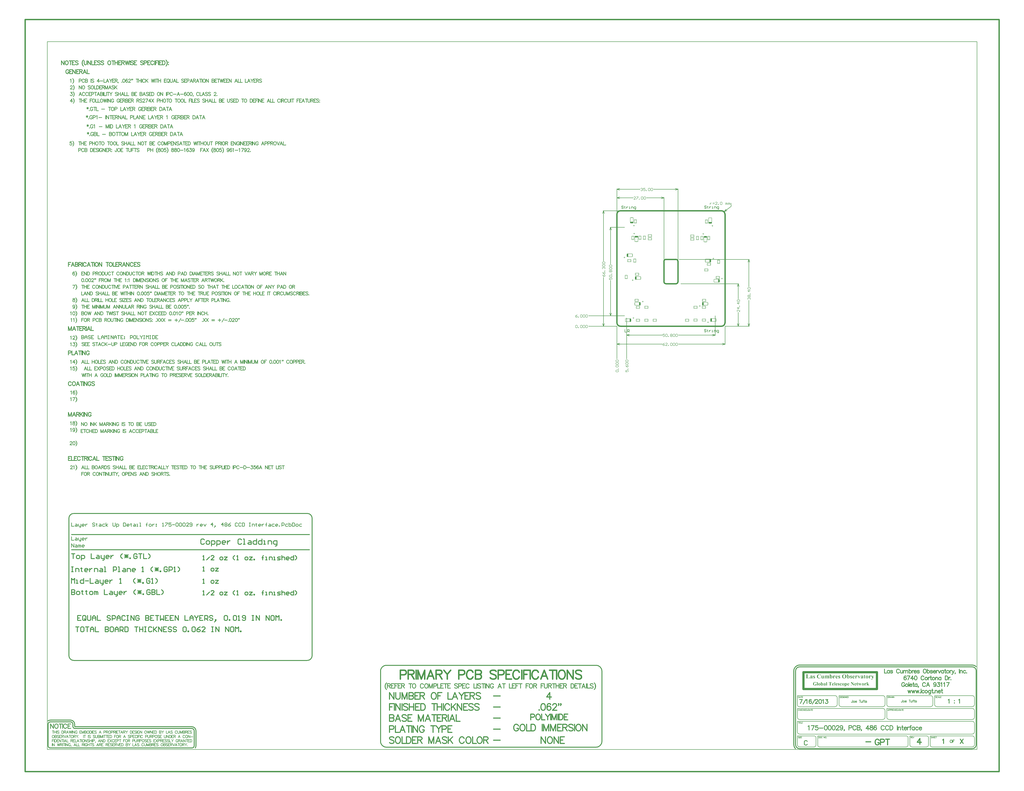
<source format=gm1>
G04 Layer_Color=16711935*
%FSLAX23Y23*%
%MOIN*%
G70*
G01*
G75*
%ADD12C,0.007*%
%ADD13C,0.012*%
%ADD14C,0.020*%
%ADD15C,0.012*%
%ADD16C,0.030*%
%ADD17C,0.019*%
%ADD18C,0.010*%
%ADD19C,0.024*%
%ADD20C,0.050*%
%ADD21C,0.006*%
%ADD22C,0.013*%
%ADD23C,0.012*%
%ADD24C,0.016*%
%ADD25C,0.024*%
%ADD26C,0.032*%
%ADD27C,0.018*%
%ADD28C,0.002*%
%ADD29C,0.004*%
%ADD30R,0.068X0.025*%
%ADD31R,0.025X0.068*%
G36*
X5061Y-8067D02*
X5062D01*
X5062Y-8067D01*
X5064Y-8067D01*
X5066Y-8067D01*
X5068Y-8068D01*
X5070Y-8069D01*
X5072Y-8070D01*
X5072D01*
X5073Y-8071D01*
X5073Y-8071D01*
X5074Y-8072D01*
X5075Y-8073D01*
X5076Y-8074D01*
X5076Y-8076D01*
X5077Y-8078D01*
X5077Y-8078D01*
Y-8079D01*
Y-8080D01*
Y-8080D01*
X5077Y-8081D01*
X5077Y-8081D01*
X5077Y-8082D01*
X5076Y-8083D01*
X5076Y-8084D01*
X5075Y-8085D01*
X5075Y-8085D01*
X5075Y-8085D01*
X5074Y-8085D01*
X5074Y-8085D01*
X5073Y-8086D01*
X5072Y-8086D01*
X5071Y-8086D01*
X5070Y-8086D01*
X5070D01*
X5069Y-8086D01*
X5068Y-8086D01*
X5067Y-8086D01*
X5067Y-8085D01*
X5066Y-8085D01*
X5065Y-8084D01*
X5065Y-8084D01*
X5064Y-8084D01*
X5064Y-8083D01*
X5064Y-8082D01*
X5063Y-8081D01*
X5063Y-8080D01*
X5062Y-8078D01*
X5062Y-8077D01*
Y-8076D01*
X5062Y-8076D01*
X5062Y-8075D01*
X5062Y-8075D01*
X5061Y-8073D01*
X5061Y-8072D01*
X5061Y-8072D01*
X5060Y-8072D01*
X5060Y-8072D01*
X5060Y-8071D01*
X5059Y-8070D01*
X5058Y-8070D01*
X5058Y-8070D01*
X5057D01*
X5057Y-8070D01*
X5056Y-8071D01*
X5055Y-8071D01*
X5055Y-8071D01*
X5054Y-8072D01*
X5053Y-8073D01*
X5053Y-8073D01*
X5053Y-8074D01*
X5052Y-8075D01*
X5052Y-8076D01*
X5051Y-8078D01*
X5051Y-8080D01*
X5051Y-8082D01*
X5050Y-8083D01*
X5050Y-8085D01*
Y-8086D01*
Y-8086D01*
Y-8086D01*
Y-8087D01*
Y-8087D01*
X5050Y-8088D01*
Y-8089D01*
X5051Y-8091D01*
X5051Y-8093D01*
X5051Y-8095D01*
X5052Y-8098D01*
X5053Y-8100D01*
Y-8100D01*
X5053Y-8100D01*
X5053Y-8101D01*
X5053Y-8101D01*
X5053Y-8102D01*
X5054Y-8104D01*
X5055Y-8105D01*
X5056Y-8107D01*
X5057Y-8109D01*
X5059Y-8110D01*
X5059Y-8110D01*
X5059Y-8110D01*
X5060Y-8111D01*
X5061Y-8111D01*
X5062Y-8111D01*
X5063Y-8112D01*
X5065Y-8112D01*
X5066Y-8112D01*
X5067D01*
X5067Y-8112D01*
X5068Y-8112D01*
X5068Y-8112D01*
X5069Y-8112D01*
X5070Y-8111D01*
X5071Y-8111D01*
X5071Y-8111D01*
X5072Y-8111D01*
X5072Y-8110D01*
X5073Y-8110D01*
X5074Y-8109D01*
X5075Y-8108D01*
X5076Y-8107D01*
X5077Y-8106D01*
X5079Y-8108D01*
Y-8108D01*
X5078Y-8108D01*
X5078Y-8108D01*
X5078Y-8109D01*
X5077Y-8110D01*
X5076Y-8111D01*
X5075Y-8113D01*
X5073Y-8115D01*
X5072Y-8116D01*
X5070Y-8118D01*
X5069D01*
X5069Y-8118D01*
X5069Y-8118D01*
X5069Y-8118D01*
X5067Y-8119D01*
X5066Y-8119D01*
X5064Y-8120D01*
X5062Y-8121D01*
X5060Y-8121D01*
X5058Y-8121D01*
X5058D01*
X5057Y-8121D01*
X5056D01*
X5055Y-8121D01*
X5054Y-8121D01*
X5053Y-8120D01*
X5052Y-8120D01*
X5051Y-8120D01*
X5049Y-8119D01*
X5048Y-8119D01*
X5047Y-8118D01*
X5045Y-8117D01*
X5044Y-8116D01*
X5043Y-8115D01*
X5042Y-8113D01*
X5041Y-8113D01*
X5041Y-8113D01*
X5041Y-8113D01*
X5041Y-8112D01*
X5040Y-8111D01*
X5040Y-8110D01*
X5039Y-8109D01*
X5039Y-8108D01*
X5038Y-8107D01*
X5037Y-8105D01*
X5037Y-8104D01*
X5036Y-8102D01*
X5036Y-8100D01*
X5036Y-8099D01*
X5035Y-8097D01*
X5035Y-8095D01*
Y-8095D01*
Y-8094D01*
Y-8094D01*
X5035Y-8093D01*
X5036Y-8092D01*
X5036Y-8091D01*
X5036Y-8090D01*
X5036Y-8088D01*
X5037Y-8085D01*
X5038Y-8082D01*
X5038Y-8081D01*
X5039Y-8079D01*
X5040Y-8078D01*
X5041Y-8076D01*
X5041Y-8076D01*
X5041Y-8076D01*
X5042Y-8075D01*
X5042Y-8075D01*
X5043Y-8074D01*
X5044Y-8073D01*
X5045Y-8072D01*
X5046Y-8071D01*
X5047Y-8070D01*
X5048Y-8069D01*
X5050Y-8069D01*
X5052Y-8068D01*
X5053Y-8067D01*
X5055Y-8067D01*
X5057Y-8067D01*
X5060Y-8066D01*
X5060D01*
X5061Y-8067D01*
D02*
G37*
G36*
X5009D02*
X5010Y-8067D01*
X5011Y-8067D01*
X5013Y-8067D01*
X5014Y-8068D01*
X5016Y-8069D01*
X5016D01*
X5016Y-8069D01*
X5017Y-8069D01*
X5017Y-8069D01*
X5018Y-8069D01*
X5019D01*
X5019Y-8069D01*
X5020Y-8069D01*
X5020Y-8069D01*
X5020Y-8069D01*
X5020Y-8068D01*
X5021Y-8068D01*
X5021Y-8067D01*
X5022Y-8067D01*
X5024D01*
X5024Y-8084D01*
X5022D01*
Y-8084D01*
X5022Y-8084D01*
X5022Y-8083D01*
X5022Y-8083D01*
X5022Y-8082D01*
X5021Y-8082D01*
X5020Y-8080D01*
X5019Y-8078D01*
X5018Y-8076D01*
X5017Y-8075D01*
X5016Y-8074D01*
X5015Y-8073D01*
X5015Y-8073D01*
X5015Y-8073D01*
X5014Y-8073D01*
X5013Y-8072D01*
X5012Y-8072D01*
X5011Y-8071D01*
X5010Y-8071D01*
X5008Y-8071D01*
X5008D01*
X5008Y-8071D01*
X5007Y-8071D01*
X5006Y-8071D01*
X5006Y-8071D01*
X5005Y-8072D01*
X5005Y-8072D01*
X5004Y-8072D01*
X5004Y-8072D01*
X5004Y-8073D01*
X5004Y-8073D01*
X5003Y-8074D01*
X5003Y-8075D01*
X5003Y-8076D01*
Y-8076D01*
Y-8076D01*
X5003Y-8077D01*
X5003Y-8077D01*
X5004Y-8078D01*
X5004Y-8079D01*
X5004Y-8079D01*
X5005Y-8080D01*
X5006Y-8080D01*
X5007Y-8081D01*
X5007Y-8081D01*
X5008Y-8082D01*
X5009Y-8083D01*
X5010Y-8083D01*
X5011Y-8084D01*
X5012Y-8085D01*
X5014Y-8086D01*
X5014Y-8086D01*
X5014Y-8087D01*
X5015Y-8087D01*
X5015Y-8087D01*
X5016Y-8088D01*
X5017Y-8088D01*
X5018Y-8090D01*
X5020Y-8091D01*
X5022Y-8092D01*
X5023Y-8094D01*
X5024Y-8095D01*
X5025Y-8096D01*
X5025Y-8096D01*
X5025Y-8096D01*
X5025Y-8097D01*
X5026Y-8098D01*
X5026Y-8099D01*
X5027Y-8101D01*
X5027Y-8102D01*
X5027Y-8104D01*
Y-8104D01*
Y-8105D01*
X5027Y-8106D01*
X5027Y-8107D01*
X5027Y-8108D01*
X5026Y-8110D01*
X5026Y-8111D01*
X5025Y-8113D01*
X5025Y-8113D01*
X5025Y-8113D01*
X5024Y-8114D01*
X5023Y-8115D01*
X5023Y-8116D01*
X5022Y-8117D01*
X5020Y-8118D01*
X5019Y-8119D01*
X5019Y-8119D01*
X5018Y-8119D01*
X5017Y-8120D01*
X5016Y-8120D01*
X5015Y-8120D01*
X5014Y-8121D01*
X5012Y-8121D01*
X5010Y-8121D01*
X5010D01*
X5009Y-8121D01*
X5008Y-8121D01*
X5006Y-8121D01*
X5005Y-8120D01*
X5003Y-8120D01*
X5001Y-8119D01*
X5000D01*
X5000Y-8119D01*
X5000Y-8118D01*
X4999Y-8118D01*
X4998Y-8118D01*
X4998D01*
X4998Y-8118D01*
X4997Y-8118D01*
X4997Y-8119D01*
X4996Y-8119D01*
X4996Y-8120D01*
X4995Y-8121D01*
X4993D01*
X4992Y-8102D01*
X4994D01*
Y-8102D01*
X4995Y-8103D01*
X4995Y-8103D01*
X4995Y-8103D01*
X4995Y-8104D01*
X4995Y-8105D01*
X4996Y-8106D01*
X4997Y-8108D01*
X4998Y-8110D01*
X5000Y-8112D01*
X5001Y-8113D01*
X5001Y-8113D01*
X5002Y-8114D01*
X5003Y-8114D01*
X5004Y-8115D01*
X5005Y-8116D01*
X5006Y-8116D01*
X5008Y-8117D01*
X5009Y-8117D01*
X5010D01*
X5010Y-8117D01*
X5011Y-8117D01*
X5011Y-8116D01*
X5012Y-8116D01*
X5013Y-8116D01*
X5014Y-8115D01*
X5014Y-8115D01*
X5014Y-8115D01*
X5014Y-8115D01*
X5014Y-8114D01*
X5015Y-8114D01*
X5015Y-8113D01*
X5015Y-8112D01*
X5015Y-8111D01*
Y-8111D01*
Y-8111D01*
X5015Y-8110D01*
X5015Y-8110D01*
X5015Y-8109D01*
X5015Y-8108D01*
X5014Y-8108D01*
X5014Y-8107D01*
X5014Y-8107D01*
X5013Y-8106D01*
X5013Y-8106D01*
X5012Y-8105D01*
X5011Y-8105D01*
X5010Y-8104D01*
X5008Y-8102D01*
X5006Y-8101D01*
X5006Y-8101D01*
X5006Y-8101D01*
X5005Y-8100D01*
X5005Y-8100D01*
X5004Y-8100D01*
X5003Y-8099D01*
X5002Y-8098D01*
X5000Y-8096D01*
X4998Y-8095D01*
X4996Y-8093D01*
X4996Y-8093D01*
X4995Y-8092D01*
Y-8092D01*
X4995Y-8092D01*
X4995Y-8091D01*
X4994Y-8090D01*
X4994Y-8089D01*
X4993Y-8088D01*
X4992Y-8086D01*
X4992Y-8084D01*
X4992Y-8082D01*
Y-8082D01*
Y-8082D01*
Y-8081D01*
X4992Y-8081D01*
X4992Y-8080D01*
X4992Y-8078D01*
X4993Y-8077D01*
X4993Y-8075D01*
X4994Y-8073D01*
X4996Y-8071D01*
Y-8071D01*
X4996Y-8071D01*
X4997Y-8071D01*
X4997Y-8070D01*
X4999Y-8069D01*
X5001Y-8068D01*
X5002Y-8067D01*
X5005Y-8067D01*
X5006Y-8066D01*
X5008D01*
X5009Y-8067D01*
D02*
G37*
G36*
X5628D02*
X5629Y-8067D01*
X5630Y-8067D01*
X5631Y-8067D01*
X5632Y-8068D01*
X5632Y-8068D01*
X5632Y-8069D01*
X5633Y-8069D01*
X5633Y-8069D01*
X5633Y-8070D01*
X5634Y-8071D01*
X5634Y-8071D01*
X5634Y-8073D01*
X5634Y-8074D01*
Y-8074D01*
Y-8074D01*
X5634Y-8075D01*
X5634Y-8076D01*
X5634Y-8077D01*
X5633Y-8078D01*
X5633Y-8079D01*
X5632Y-8080D01*
X5632Y-8080D01*
X5632Y-8080D01*
X5632Y-8080D01*
X5631Y-8080D01*
X5631Y-8081D01*
X5630Y-8081D01*
X5629Y-8081D01*
X5628Y-8082D01*
X5628D01*
X5627Y-8081D01*
X5626Y-8081D01*
X5626Y-8081D01*
X5625Y-8081D01*
X5624Y-8080D01*
X5623Y-8080D01*
X5623Y-8080D01*
X5623Y-8079D01*
X5622Y-8079D01*
X5622Y-8079D01*
X5621Y-8078D01*
X5621Y-8078D01*
X5621Y-8078D01*
X5620Y-8077D01*
X5620Y-8077D01*
X5620Y-8077D01*
X5619Y-8077D01*
X5619D01*
X5619Y-8077D01*
X5618D01*
X5617Y-8078D01*
X5617Y-8078D01*
X5616Y-8078D01*
X5616Y-8078D01*
X5616Y-8079D01*
X5615Y-8079D01*
X5615Y-8080D01*
X5614Y-8081D01*
X5614Y-8081D01*
X5613Y-8083D01*
X5613Y-8084D01*
Y-8084D01*
X5613Y-8084D01*
X5613Y-8084D01*
X5613Y-8085D01*
X5612Y-8086D01*
X5612Y-8087D01*
X5612Y-8089D01*
X5611Y-8091D01*
X5611Y-8093D01*
X5611Y-8096D01*
Y-8107D01*
X5611Y-8110D01*
Y-8111D01*
Y-8111D01*
Y-8111D01*
Y-8112D01*
X5611Y-8113D01*
X5611Y-8114D01*
X5611Y-8115D01*
Y-8115D01*
X5612Y-8115D01*
X5612Y-8115D01*
X5613Y-8116D01*
X5613Y-8117D01*
X5614D01*
X5614Y-8117D01*
X5614Y-8117D01*
X5614Y-8117D01*
X5615Y-8117D01*
X5616Y-8117D01*
X5617Y-8117D01*
X5618Y-8118D01*
Y-8120D01*
X5590D01*
Y-8118D01*
X5590D01*
X5591Y-8117D01*
X5591D01*
X5592Y-8117D01*
X5593Y-8117D01*
X5594Y-8116D01*
X5595Y-8116D01*
X5595Y-8116D01*
X5595Y-8115D01*
X5595Y-8115D01*
X5595Y-8114D01*
X5595Y-8113D01*
X5596Y-8112D01*
X5596Y-8111D01*
X5596Y-8110D01*
Y-8109D01*
Y-8107D01*
Y-8079D01*
Y-8079D01*
Y-8078D01*
Y-8077D01*
X5596Y-8077D01*
Y-8076D01*
X5596Y-8075D01*
X5595Y-8074D01*
X5595Y-8073D01*
Y-8073D01*
X5595Y-8073D01*
X5595Y-8072D01*
X5594Y-8072D01*
X5594Y-8071D01*
X5593Y-8071D01*
X5593Y-8071D01*
X5593Y-8071D01*
X5592Y-8070D01*
X5592Y-8070D01*
X5591Y-8070D01*
X5590Y-8070D01*
Y-8068D01*
X5611D01*
Y-8080D01*
X5611Y-8080D01*
X5611Y-8079D01*
X5612Y-8079D01*
X5612Y-8078D01*
X5612Y-8078D01*
X5613Y-8077D01*
X5614Y-8075D01*
X5615Y-8074D01*
X5617Y-8072D01*
X5618Y-8070D01*
X5619Y-8070D01*
X5620Y-8069D01*
X5620Y-8069D01*
X5621Y-8069D01*
X5621Y-8068D01*
X5622Y-8068D01*
X5623Y-8067D01*
X5625Y-8067D01*
X5626Y-8067D01*
X5627Y-8066D01*
X5628D01*
X5628Y-8067D01*
D02*
G37*
G36*
X5661Y-8094D02*
X5673Y-8082D01*
X5673Y-8082D01*
X5673Y-8082D01*
X5674Y-8081D01*
X5675Y-8080D01*
X5675Y-8079D01*
X5676Y-8079D01*
X5677Y-8078D01*
X5677Y-8077D01*
Y-8077D01*
X5677Y-8077D01*
X5678Y-8077D01*
X5678Y-8076D01*
X5678Y-8075D01*
X5678Y-8074D01*
Y-8074D01*
Y-8074D01*
X5678Y-8073D01*
X5678Y-8072D01*
X5677Y-8072D01*
X5677Y-8072D01*
X5677D01*
X5677Y-8071D01*
X5676Y-8071D01*
X5676Y-8071D01*
X5675Y-8071D01*
X5674Y-8070D01*
X5674Y-8070D01*
X5672Y-8070D01*
Y-8068D01*
X5695D01*
Y-8070D01*
X5695D01*
X5694Y-8070D01*
X5693Y-8070D01*
X5692Y-8070D01*
X5692Y-8071D01*
X5690Y-8071D01*
X5690Y-8072D01*
X5689Y-8072D01*
X5689Y-8072D01*
X5688Y-8072D01*
X5687Y-8073D01*
X5686Y-8074D01*
X5685Y-8075D01*
X5684Y-8076D01*
X5683Y-8077D01*
X5682Y-8078D01*
X5681Y-8079D01*
X5680Y-8080D01*
X5674Y-8086D01*
X5686Y-8103D01*
X5686Y-8103D01*
X5687Y-8104D01*
X5687Y-8104D01*
X5687Y-8105D01*
X5688Y-8106D01*
X5689Y-8107D01*
X5690Y-8109D01*
X5692Y-8111D01*
X5692Y-8112D01*
X5693Y-8113D01*
X5694Y-8114D01*
X5694Y-8115D01*
X5695Y-8115D01*
X5695Y-8115D01*
X5695Y-8116D01*
X5695Y-8116D01*
X5696Y-8116D01*
X5696Y-8116D01*
X5697Y-8117D01*
X5698Y-8117D01*
X5699Y-8117D01*
X5700Y-8118D01*
Y-8120D01*
X5673D01*
Y-8118D01*
X5673D01*
X5674Y-8117D01*
X5675Y-8117D01*
X5676Y-8117D01*
X5676Y-8117D01*
X5676Y-8116D01*
X5676Y-8116D01*
X5677Y-8115D01*
Y-8115D01*
Y-8115D01*
X5676Y-8115D01*
X5676Y-8114D01*
X5676Y-8114D01*
X5675Y-8113D01*
X5675Y-8112D01*
X5674Y-8111D01*
X5664Y-8096D01*
X5661Y-8099D01*
Y-8108D01*
Y-8108D01*
Y-8109D01*
Y-8109D01*
Y-8109D01*
X5661Y-8110D01*
Y-8111D01*
X5661Y-8113D01*
X5661Y-8114D01*
X5661Y-8115D01*
X5661Y-8115D01*
X5662Y-8116D01*
X5662Y-8116D01*
X5662Y-8116D01*
X5662Y-8116D01*
X5663Y-8116D01*
X5663Y-8117D01*
X5664Y-8117D01*
X5665Y-8117D01*
X5666Y-8118D01*
Y-8120D01*
X5640D01*
Y-8118D01*
X5640D01*
X5640Y-8117D01*
X5641Y-8117D01*
X5641Y-8117D01*
X5642Y-8117D01*
X5643Y-8116D01*
X5644Y-8116D01*
X5644Y-8115D01*
Y-8115D01*
X5644Y-8115D01*
X5645Y-8115D01*
X5645Y-8114D01*
X5645Y-8113D01*
X5645Y-8112D01*
X5645Y-8110D01*
Y-8109D01*
Y-8108D01*
Y-8056D01*
Y-8056D01*
Y-8056D01*
Y-8055D01*
Y-8055D01*
Y-8054D01*
X5645Y-8053D01*
X5645Y-8052D01*
X5645Y-8050D01*
X5644Y-8049D01*
X5644Y-8049D01*
X5644Y-8049D01*
Y-8049D01*
X5644Y-8049D01*
X5644Y-8048D01*
X5643Y-8048D01*
X5643Y-8048D01*
X5642Y-8047D01*
X5641Y-8047D01*
X5640Y-8047D01*
Y-8045D01*
X5661D01*
Y-8094D01*
D02*
G37*
G36*
X5528Y-8070D02*
X5528D01*
X5528Y-8070D01*
X5527Y-8070D01*
X5527Y-8070D01*
X5525Y-8071D01*
X5524Y-8072D01*
X5524Y-8072D01*
X5524Y-8072D01*
X5524Y-8073D01*
X5523Y-8073D01*
X5523Y-8075D01*
X5522Y-8076D01*
X5522Y-8077D01*
X5521Y-8078D01*
X5521Y-8079D01*
X5520Y-8080D01*
X5506Y-8121D01*
X5503D01*
X5489Y-8083D01*
X5475Y-8121D01*
X5472D01*
X5458Y-8084D01*
Y-8084D01*
X5458Y-8083D01*
X5458Y-8083D01*
X5458Y-8082D01*
X5457Y-8082D01*
X5457Y-8081D01*
X5456Y-8079D01*
X5456Y-8077D01*
X5455Y-8075D01*
X5454Y-8074D01*
X5453Y-8073D01*
X5453Y-8073D01*
X5453Y-8072D01*
X5453Y-8072D01*
X5452Y-8072D01*
X5452Y-8072D01*
X5451Y-8071D01*
X5451Y-8071D01*
X5450Y-8070D01*
X5449Y-8070D01*
Y-8068D01*
X5475D01*
Y-8070D01*
X5474D01*
X5473Y-8070D01*
X5472Y-8070D01*
X5472Y-8070D01*
X5471Y-8071D01*
X5471Y-8071D01*
X5471Y-8071D01*
X5470Y-8072D01*
X5470Y-8073D01*
Y-8073D01*
X5470Y-8073D01*
X5470Y-8074D01*
X5471Y-8074D01*
X5471Y-8075D01*
X5471Y-8077D01*
X5472Y-8078D01*
X5479Y-8098D01*
X5487Y-8078D01*
X5486Y-8077D01*
X5486Y-8077D01*
X5486Y-8076D01*
X5486Y-8075D01*
X5485Y-8075D01*
X5485Y-8074D01*
X5484Y-8073D01*
X5484Y-8072D01*
X5483Y-8072D01*
X5483Y-8072D01*
X5483Y-8071D01*
X5483Y-8071D01*
X5482Y-8071D01*
X5482Y-8071D01*
X5481Y-8070D01*
X5481Y-8070D01*
X5480Y-8070D01*
Y-8068D01*
X5506D01*
Y-8070D01*
X5505D01*
X5505Y-8070D01*
X5504Y-8070D01*
X5503Y-8070D01*
X5502Y-8071D01*
X5502Y-8071D01*
X5502Y-8071D01*
X5502Y-8071D01*
X5501Y-8072D01*
X5501Y-8073D01*
Y-8073D01*
Y-8073D01*
X5501Y-8073D01*
X5501Y-8074D01*
X5502Y-8075D01*
X5502Y-8076D01*
X5502Y-8077D01*
X5503Y-8078D01*
X5510Y-8098D01*
X5517Y-8080D01*
X5517Y-8080D01*
X5517Y-8079D01*
X5517Y-8078D01*
X5517Y-8078D01*
X5518Y-8076D01*
X5518Y-8075D01*
X5518Y-8074D01*
Y-8074D01*
Y-8074D01*
Y-8074D01*
X5518Y-8073D01*
X5518Y-8072D01*
X5517Y-8072D01*
X5517Y-8071D01*
X5517Y-8071D01*
X5516Y-8071D01*
X5516Y-8071D01*
X5515Y-8070D01*
X5515Y-8070D01*
X5514Y-8070D01*
X5513Y-8070D01*
Y-8068D01*
X5528D01*
Y-8070D01*
D02*
G37*
G36*
X5357Y-8047D02*
X5357D01*
X5357Y-8047D01*
X5356Y-8047D01*
X5355Y-8047D01*
X5354Y-8047D01*
X5353Y-8048D01*
X5352Y-8048D01*
X5351Y-8048D01*
X5351D01*
X5351Y-8049D01*
X5350Y-8049D01*
X5350Y-8050D01*
X5349Y-8050D01*
X5349Y-8051D01*
X5349Y-8052D01*
Y-8052D01*
X5348Y-8052D01*
X5348Y-8052D01*
X5348Y-8053D01*
X5348Y-8054D01*
X5348Y-8056D01*
X5348Y-8057D01*
Y-8059D01*
Y-8121D01*
X5346D01*
X5295Y-8059D01*
Y-8106D01*
Y-8107D01*
Y-8107D01*
Y-8107D01*
Y-8108D01*
X5296Y-8109D01*
X5296Y-8110D01*
X5296Y-8111D01*
X5297Y-8113D01*
X5297Y-8114D01*
X5298Y-8115D01*
X5298Y-8115D01*
X5299Y-8116D01*
X5299Y-8116D01*
X5300Y-8116D01*
X5301Y-8117D01*
X5302Y-8117D01*
X5304Y-8117D01*
X5305Y-8118D01*
X5307D01*
Y-8120D01*
X5280D01*
Y-8118D01*
X5281D01*
X5282Y-8117D01*
X5284Y-8117D01*
X5285Y-8117D01*
X5287Y-8116D01*
X5288Y-8116D01*
X5289Y-8115D01*
X5289Y-8115D01*
X5289Y-8115D01*
X5290Y-8114D01*
X5290Y-8113D01*
X5291Y-8112D01*
X5291Y-8110D01*
X5291Y-8109D01*
X5291Y-8106D01*
Y-8054D01*
X5290Y-8052D01*
X5290Y-8052D01*
X5289Y-8051D01*
X5289Y-8051D01*
X5288Y-8050D01*
X5287Y-8049D01*
X5286Y-8048D01*
X5286Y-8048D01*
X5285D01*
X5285Y-8048D01*
X5285Y-8048D01*
X5284Y-8047D01*
X5283Y-8047D01*
X5283Y-8047D01*
X5282Y-8047D01*
X5280Y-8047D01*
Y-8045D01*
X5307D01*
X5344Y-8091D01*
Y-8059D01*
Y-8059D01*
Y-8059D01*
Y-8058D01*
Y-8058D01*
X5344Y-8057D01*
X5343Y-8055D01*
X5343Y-8054D01*
X5343Y-8052D01*
X5342Y-8051D01*
X5342Y-8050D01*
X5342Y-8050D01*
X5341Y-8049D01*
X5340Y-8049D01*
X5340Y-8048D01*
X5338Y-8048D01*
X5337Y-8047D01*
X5335Y-8047D01*
X5333Y-8047D01*
Y-8045D01*
X5357D01*
Y-8047D01*
D02*
G37*
G36*
X5137Y-7869D02*
X5139Y-7869D01*
X5141Y-7869D01*
X5143Y-7869D01*
X5146Y-7870D01*
X5149Y-7870D01*
X5151Y-7871D01*
X5154Y-7872D01*
X5157Y-7874D01*
X5160Y-7875D01*
X5163Y-7877D01*
X5166Y-7879D01*
X5168Y-7881D01*
X5168Y-7881D01*
X5169Y-7882D01*
X5170Y-7883D01*
X5170Y-7884D01*
X5171Y-7885D01*
X5173Y-7886D01*
X5174Y-7888D01*
X5175Y-7890D01*
X5176Y-7893D01*
X5178Y-7895D01*
X5179Y-7898D01*
X5180Y-7901D01*
X5181Y-7904D01*
X5181Y-7907D01*
X5182Y-7911D01*
X5182Y-7914D01*
Y-7915D01*
Y-7915D01*
Y-7916D01*
X5182Y-7917D01*
X5182Y-7919D01*
X5181Y-7920D01*
X5181Y-7922D01*
X5181Y-7925D01*
X5180Y-7927D01*
X5179Y-7929D01*
X5179Y-7932D01*
X5178Y-7934D01*
X5176Y-7937D01*
X5175Y-7939D01*
X5174Y-7942D01*
X5172Y-7944D01*
X5172Y-7945D01*
X5171Y-7945D01*
X5170Y-7946D01*
X5169Y-7947D01*
X5168Y-7948D01*
X5166Y-7950D01*
X5164Y-7951D01*
X5162Y-7953D01*
X5160Y-7955D01*
X5157Y-7956D01*
X5154Y-7958D01*
X5150Y-7959D01*
X5147Y-7960D01*
X5143Y-7961D01*
X5139Y-7961D01*
X5134Y-7962D01*
X5133D01*
X5132Y-7961D01*
X5130Y-7961D01*
X5128Y-7961D01*
X5126Y-7961D01*
X5123Y-7960D01*
X5121Y-7960D01*
X5118Y-7959D01*
X5115Y-7958D01*
X5112Y-7956D01*
X5108Y-7955D01*
X5105Y-7953D01*
X5102Y-7951D01*
X5100Y-7948D01*
X5097Y-7945D01*
X5097Y-7945D01*
X5096Y-7945D01*
X5096Y-7944D01*
X5095Y-7943D01*
X5095Y-7942D01*
X5094Y-7940D01*
X5093Y-7938D01*
X5092Y-7937D01*
X5091Y-7934D01*
X5090Y-7932D01*
X5089Y-7929D01*
X5088Y-7927D01*
X5088Y-7924D01*
X5087Y-7921D01*
X5087Y-7918D01*
X5087Y-7914D01*
Y-7914D01*
Y-7914D01*
X5087Y-7913D01*
X5087Y-7911D01*
X5087Y-7909D01*
X5087Y-7907D01*
X5088Y-7905D01*
X5088Y-7903D01*
X5089Y-7900D01*
X5090Y-7898D01*
X5091Y-7895D01*
X5092Y-7892D01*
X5094Y-7889D01*
X5096Y-7886D01*
X5098Y-7884D01*
X5100Y-7881D01*
X5100Y-7881D01*
X5101Y-7881D01*
X5101Y-7880D01*
X5103Y-7879D01*
X5104Y-7878D01*
X5105Y-7877D01*
X5107Y-7876D01*
X5109Y-7875D01*
X5112Y-7873D01*
X5114Y-7872D01*
X5117Y-7871D01*
X5120Y-7870D01*
X5123Y-7869D01*
X5126Y-7869D01*
X5130Y-7869D01*
X5136D01*
X5137Y-7869D01*
D02*
G37*
G36*
X4828Y-7904D02*
X4828Y-7904D01*
X4828Y-7904D01*
X4828Y-7903D01*
X4829Y-7903D01*
X4830Y-7902D01*
X4831Y-7901D01*
X4832Y-7901D01*
X4833Y-7900D01*
X4835Y-7898D01*
X4838Y-7897D01*
X4840Y-7897D01*
X4841Y-7896D01*
X4843Y-7896D01*
X4845Y-7896D01*
X4846D01*
X4847Y-7896D01*
X4849Y-7896D01*
X4850Y-7897D01*
X4852Y-7897D01*
X4854Y-7898D01*
X4857Y-7900D01*
X4857D01*
X4857Y-7900D01*
X4857Y-7900D01*
X4859Y-7901D01*
X4860Y-7902D01*
X4861Y-7904D01*
X4863Y-7906D01*
X4864Y-7908D01*
X4865Y-7910D01*
Y-7910D01*
X4865Y-7911D01*
X4866Y-7911D01*
X4866Y-7912D01*
X4866Y-7912D01*
X4866Y-7913D01*
X4867Y-7915D01*
X4868Y-7917D01*
X4868Y-7920D01*
X4868Y-7923D01*
X4869Y-7926D01*
Y-7926D01*
Y-7927D01*
Y-7927D01*
Y-7928D01*
X4868Y-7929D01*
X4868Y-7930D01*
X4868Y-7931D01*
X4868Y-7932D01*
X4868Y-7935D01*
X4867Y-7938D01*
X4866Y-7941D01*
X4864Y-7945D01*
Y-7945D01*
X4864Y-7945D01*
X4864Y-7945D01*
X4864Y-7946D01*
X4863Y-7947D01*
X4862Y-7949D01*
X4860Y-7951D01*
X4858Y-7953D01*
X4856Y-7955D01*
X4854Y-7957D01*
X4854D01*
X4853Y-7957D01*
X4853Y-7958D01*
X4853Y-7958D01*
X4852Y-7958D01*
X4851Y-7959D01*
X4849Y-7959D01*
X4847Y-7960D01*
X4844Y-7961D01*
X4841Y-7961D01*
X4838Y-7961D01*
X4837D01*
X4837Y-7961D01*
X4835Y-7961D01*
X4834Y-7961D01*
X4832Y-7961D01*
X4831Y-7960D01*
X4829Y-7960D01*
X4829Y-7960D01*
X4829Y-7960D01*
X4828Y-7959D01*
X4827Y-7959D01*
X4826Y-7958D01*
X4825Y-7957D01*
X4823Y-7956D01*
X4822Y-7955D01*
X4811Y-7961D01*
X4809D01*
Y-7883D01*
Y-7883D01*
Y-7882D01*
Y-7882D01*
Y-7881D01*
Y-7880D01*
X4809Y-7879D01*
X4809Y-7878D01*
X4809Y-7877D01*
X4809Y-7876D01*
Y-7876D01*
X4809Y-7876D01*
X4808Y-7875D01*
X4808Y-7874D01*
X4807Y-7873D01*
X4806Y-7873D01*
X4806Y-7873D01*
X4806Y-7873D01*
X4805Y-7873D01*
X4804Y-7872D01*
X4803Y-7872D01*
X4802Y-7872D01*
Y-7870D01*
X4828D01*
Y-7904D01*
D02*
G37*
G36*
X4969Y-7896D02*
X4970Y-7896D01*
X4971Y-7896D01*
X4973Y-7897D01*
X4976Y-7898D01*
X4977Y-7898D01*
X4979Y-7899D01*
X4980Y-7900D01*
X4981Y-7901D01*
X4983Y-7902D01*
X4984Y-7904D01*
X4984Y-7904D01*
X4984Y-7904D01*
X4985Y-7904D01*
X4985Y-7905D01*
X4986Y-7906D01*
X4986Y-7907D01*
X4987Y-7908D01*
X4988Y-7909D01*
X4988Y-7911D01*
X4989Y-7912D01*
X4990Y-7914D01*
X4990Y-7916D01*
X4991Y-7919D01*
X4991Y-7921D01*
X4991Y-7923D01*
X4992Y-7926D01*
X4958D01*
Y-7926D01*
Y-7927D01*
X4958Y-7927D01*
Y-7928D01*
X4958Y-7929D01*
X4958Y-7931D01*
X4958Y-7932D01*
X4959Y-7933D01*
X4959Y-7936D01*
X4961Y-7940D01*
X4962Y-7943D01*
X4963Y-7945D01*
X4964Y-7946D01*
X4964Y-7946D01*
X4965Y-7947D01*
X4966Y-7948D01*
X4967Y-7949D01*
X4969Y-7950D01*
X4971Y-7951D01*
X4973Y-7951D01*
X4974Y-7951D01*
X4975Y-7951D01*
X4976D01*
X4977Y-7951D01*
X4977Y-7951D01*
X4979Y-7951D01*
X4980Y-7951D01*
X4981Y-7950D01*
X4982Y-7949D01*
X4982Y-7949D01*
X4983Y-7949D01*
X4984Y-7948D01*
X4984Y-7947D01*
X4985Y-7946D01*
X4987Y-7945D01*
X4988Y-7943D01*
X4989Y-7941D01*
X4992Y-7943D01*
Y-7943D01*
X4991Y-7943D01*
X4991Y-7944D01*
X4991Y-7944D01*
X4990Y-7945D01*
X4990Y-7946D01*
X4988Y-7948D01*
X4987Y-7951D01*
X4985Y-7953D01*
X4983Y-7955D01*
X4981Y-7956D01*
X4980Y-7957D01*
X4980D01*
X4980Y-7957D01*
X4980Y-7958D01*
X4979Y-7958D01*
X4978Y-7959D01*
X4976Y-7959D01*
X4974Y-7960D01*
X4972Y-7961D01*
X4969Y-7961D01*
X4966Y-7961D01*
X4966D01*
X4965Y-7961D01*
X4964D01*
X4963Y-7961D01*
X4962Y-7961D01*
X4960Y-7961D01*
X4959Y-7960D01*
X4957Y-7960D01*
X4955Y-7959D01*
X4953Y-7958D01*
X4952Y-7957D01*
X4950Y-7956D01*
X4948Y-7954D01*
X4947Y-7953D01*
X4945Y-7951D01*
Y-7951D01*
X4945Y-7951D01*
X4945Y-7950D01*
X4945Y-7949D01*
X4944Y-7949D01*
X4944Y-7948D01*
X4943Y-7946D01*
X4943Y-7945D01*
X4942Y-7944D01*
X4942Y-7942D01*
X4941Y-7940D01*
X4941Y-7938D01*
X4940Y-7934D01*
X4940Y-7932D01*
X4940Y-7930D01*
Y-7930D01*
Y-7929D01*
Y-7928D01*
X4940Y-7927D01*
X4940Y-7926D01*
X4940Y-7924D01*
X4941Y-7923D01*
X4941Y-7921D01*
X4942Y-7917D01*
X4942Y-7915D01*
X4943Y-7913D01*
X4944Y-7911D01*
X4945Y-7909D01*
X4947Y-7907D01*
X4948Y-7905D01*
X4948Y-7905D01*
X4948Y-7905D01*
X4949Y-7904D01*
X4950Y-7904D01*
X4950Y-7903D01*
X4951Y-7902D01*
X4952Y-7901D01*
X4954Y-7900D01*
X4955Y-7900D01*
X4957Y-7899D01*
X4960Y-7897D01*
X4962Y-7897D01*
X4964Y-7896D01*
X4966Y-7896D01*
X4968Y-7896D01*
X4969D01*
X4969Y-7896D01*
D02*
G37*
G36*
X5177Y-8067D02*
X5178Y-8067D01*
X5179Y-8067D01*
X5181Y-8067D01*
X5182Y-8068D01*
X5184Y-8069D01*
X5186Y-8070D01*
X5186D01*
X5186Y-8070D01*
X5187Y-8071D01*
X5188Y-8072D01*
X5189Y-8073D01*
X5190Y-8074D01*
X5191Y-8076D01*
X5192Y-8078D01*
X5193Y-8080D01*
Y-8080D01*
X5193Y-8080D01*
X5193Y-8081D01*
X5194Y-8081D01*
X5194Y-8082D01*
X5194Y-8082D01*
X5194Y-8084D01*
X5195Y-8086D01*
X5195Y-8088D01*
X5195Y-8091D01*
X5196Y-8094D01*
Y-8094D01*
Y-8094D01*
Y-8094D01*
Y-8095D01*
X5195Y-8096D01*
Y-8096D01*
X5195Y-8098D01*
X5195Y-8100D01*
X5194Y-8103D01*
X5194Y-8105D01*
X5193Y-8108D01*
Y-8108D01*
X5193Y-8108D01*
X5193Y-8108D01*
X5193Y-8109D01*
X5192Y-8110D01*
X5191Y-8111D01*
X5190Y-8113D01*
X5189Y-8115D01*
X5187Y-8116D01*
X5186Y-8118D01*
X5185Y-8118D01*
X5185Y-8118D01*
X5184Y-8119D01*
X5183Y-8119D01*
X5181Y-8120D01*
X5179Y-8121D01*
X5177Y-8121D01*
X5175Y-8121D01*
X5174D01*
X5174Y-8121D01*
X5173Y-8121D01*
X5171Y-8121D01*
X5170Y-8120D01*
X5169Y-8120D01*
X5167Y-8119D01*
X5167Y-8119D01*
X5167Y-8119D01*
X5166Y-8119D01*
X5165Y-8118D01*
X5165Y-8117D01*
X5164Y-8117D01*
X5163Y-8116D01*
X5161Y-8114D01*
Y-8133D01*
Y-8134D01*
Y-8134D01*
Y-8135D01*
X5162Y-8136D01*
X5162Y-8137D01*
X5162Y-8138D01*
X5162Y-8139D01*
Y-8139D01*
X5162Y-8139D01*
X5163Y-8140D01*
X5163Y-8140D01*
X5164Y-8141D01*
X5164D01*
X5164Y-8141D01*
X5165Y-8141D01*
X5165Y-8141D01*
X5166Y-8141D01*
X5167Y-8142D01*
X5168Y-8142D01*
X5169D01*
Y-8144D01*
X5140D01*
Y-8142D01*
X5140D01*
X5140Y-8142D01*
X5141Y-8141D01*
X5142Y-8141D01*
X5143Y-8141D01*
X5143Y-8141D01*
X5144Y-8140D01*
X5145Y-8140D01*
X5145Y-8140D01*
X5145Y-8139D01*
X5145Y-8139D01*
X5146Y-8138D01*
X5146Y-8138D01*
X5146Y-8136D01*
X5146Y-8135D01*
Y-8133D01*
Y-8079D01*
Y-8079D01*
Y-8078D01*
Y-8078D01*
X5146Y-8077D01*
X5146Y-8076D01*
X5146Y-8075D01*
X5146Y-8073D01*
X5145Y-8073D01*
X5145Y-8072D01*
X5145Y-8072D01*
X5144Y-8072D01*
X5144Y-8071D01*
X5144Y-8071D01*
X5143Y-8071D01*
X5142Y-8070D01*
X5141Y-8070D01*
X5140Y-8070D01*
Y-8068D01*
X5161D01*
Y-8075D01*
X5162Y-8075D01*
X5162Y-8074D01*
X5162Y-8073D01*
X5163Y-8073D01*
X5164Y-8072D01*
X5165Y-8071D01*
X5166Y-8070D01*
X5167Y-8069D01*
X5167Y-8069D01*
X5168Y-8069D01*
X5168Y-8068D01*
X5169Y-8068D01*
X5171Y-8067D01*
X5172Y-8067D01*
X5174Y-8067D01*
X5176Y-8066D01*
X5176D01*
X5177Y-8067D01*
D02*
G37*
G36*
X4852Y-8065D02*
X4850D01*
Y-8065D01*
X4850Y-8065D01*
X4850Y-8064D01*
X4850Y-8064D01*
X4849Y-8063D01*
X4849Y-8061D01*
X4848Y-8059D01*
X4847Y-8058D01*
X4847Y-8056D01*
X4846Y-8055D01*
X4846Y-8055D01*
X4846Y-8054D01*
X4845Y-8054D01*
X4844Y-8053D01*
X4844Y-8052D01*
X4842Y-8052D01*
X4841Y-8051D01*
X4840Y-8050D01*
X4840D01*
X4840Y-8050D01*
X4839Y-8050D01*
X4838Y-8050D01*
X4837Y-8049D01*
X4836Y-8049D01*
X4834Y-8049D01*
X4827D01*
Y-8107D01*
Y-8107D01*
Y-8107D01*
Y-8107D01*
Y-8108D01*
Y-8109D01*
X4827Y-8110D01*
Y-8111D01*
X4827Y-8112D01*
X4828Y-8113D01*
X4828Y-8114D01*
Y-8114D01*
X4828Y-8114D01*
X4828Y-8115D01*
X4829Y-8116D01*
X4830Y-8116D01*
X4830Y-8116D01*
X4830D01*
X4831Y-8117D01*
X4831Y-8117D01*
X4832Y-8117D01*
X4832Y-8117D01*
X4833Y-8117D01*
X4834Y-8118D01*
X4838D01*
Y-8120D01*
X4799D01*
Y-8118D01*
X4802D01*
X4802Y-8117D01*
X4803D01*
X4805Y-8117D01*
X4805Y-8117D01*
X4806Y-8116D01*
X4806D01*
X4806Y-8116D01*
X4807Y-8116D01*
X4808Y-8115D01*
X4808Y-8114D01*
X4809Y-8114D01*
Y-8114D01*
X4809Y-8113D01*
X4809Y-8113D01*
X4809Y-8112D01*
X4809Y-8111D01*
X4809Y-8110D01*
X4809Y-8109D01*
Y-8107D01*
Y-8049D01*
X4803D01*
X4802Y-8049D01*
X4801Y-8049D01*
X4799Y-8049D01*
X4798Y-8050D01*
X4796Y-8050D01*
X4794Y-8051D01*
X4793Y-8052D01*
X4793Y-8052D01*
X4792Y-8053D01*
X4791Y-8054D01*
X4790Y-8055D01*
X4789Y-8057D01*
X4788Y-8060D01*
X4787Y-8062D01*
X4787Y-8065D01*
X4785D01*
Y-8045D01*
X4852D01*
Y-8065D01*
D02*
G37*
G36*
X4504Y-8069D02*
X4502D01*
Y-8069D01*
X4502Y-8069D01*
X4502Y-8068D01*
X4501Y-8068D01*
X4501Y-8067D01*
X4501Y-8066D01*
X4500Y-8065D01*
X4499Y-8063D01*
X4498Y-8061D01*
X4496Y-8058D01*
X4494Y-8055D01*
X4492Y-8054D01*
X4491Y-8053D01*
X4491Y-8053D01*
X4491Y-8053D01*
X4490Y-8053D01*
X4490Y-8052D01*
X4489Y-8052D01*
X4488Y-8051D01*
X4487Y-8051D01*
X4486Y-8050D01*
X4484Y-8049D01*
X4481Y-8048D01*
X4478Y-8048D01*
X4477Y-8048D01*
X4475Y-8047D01*
X4474D01*
X4474Y-8048D01*
X4473D01*
X4472Y-8048D01*
X4470Y-8048D01*
X4468Y-8049D01*
X4465Y-8049D01*
X4463Y-8051D01*
X4462Y-8051D01*
X4461Y-8052D01*
X4461D01*
X4461Y-8052D01*
X4460Y-8053D01*
X4460Y-8053D01*
X4460Y-8054D01*
X4459Y-8054D01*
X4458Y-8056D01*
X4456Y-8058D01*
X4455Y-8060D01*
X4454Y-8062D01*
X4453Y-8065D01*
Y-8065D01*
X4453Y-8066D01*
X4453Y-8066D01*
X4453Y-8067D01*
X4452Y-8068D01*
X4452Y-8069D01*
X4452Y-8070D01*
X4452Y-8071D01*
X4451Y-8073D01*
X4451Y-8076D01*
X4451Y-8079D01*
X4451Y-8083D01*
Y-8083D01*
Y-8083D01*
Y-8084D01*
Y-8084D01*
X4451Y-8085D01*
Y-8086D01*
X4451Y-8088D01*
X4451Y-8089D01*
X4451Y-8092D01*
X4452Y-8095D01*
X4452Y-8098D01*
X4453Y-8101D01*
Y-8102D01*
X4453Y-8102D01*
X4453Y-8102D01*
X4454Y-8103D01*
X4454Y-8103D01*
X4454Y-8104D01*
X4455Y-8106D01*
X4456Y-8108D01*
X4458Y-8110D01*
X4459Y-8112D01*
X4461Y-8113D01*
X4461D01*
X4462Y-8113D01*
X4462Y-8114D01*
X4462Y-8114D01*
X4463Y-8114D01*
X4464Y-8114D01*
X4465Y-8115D01*
X4467Y-8116D01*
X4469Y-8116D01*
X4472Y-8117D01*
X4475Y-8117D01*
X4476D01*
X4476Y-8117D01*
X4477D01*
X4478Y-8117D01*
X4480Y-8116D01*
X4480D01*
X4481Y-8116D01*
X4481Y-8116D01*
X4482Y-8116D01*
X4483Y-8116D01*
X4484Y-8116D01*
X4486Y-8115D01*
Y-8099D01*
Y-8099D01*
Y-8099D01*
Y-8098D01*
X4486Y-8097D01*
Y-8096D01*
X4486Y-8095D01*
X4486Y-8094D01*
X4486Y-8094D01*
Y-8094D01*
X4485Y-8093D01*
X4485Y-8093D01*
X4485Y-8093D01*
X4484Y-8092D01*
X4484Y-8092D01*
X4483Y-8091D01*
X4483Y-8091D01*
X4483Y-8091D01*
X4482Y-8091D01*
X4482Y-8091D01*
X4481Y-8090D01*
X4480Y-8090D01*
X4479Y-8090D01*
X4476D01*
Y-8088D01*
X4513D01*
Y-8090D01*
X4513D01*
X4512Y-8090D01*
X4512D01*
X4511Y-8090D01*
X4509Y-8091D01*
X4508Y-8091D01*
X4507Y-8091D01*
X4507D01*
X4507Y-8092D01*
X4506Y-8092D01*
X4505Y-8093D01*
X4505Y-8093D01*
X4505Y-8094D01*
X4504Y-8094D01*
Y-8095D01*
X4504Y-8095D01*
X4504Y-8096D01*
Y-8097D01*
X4504Y-8098D01*
Y-8099D01*
Y-8115D01*
X4504D01*
X4504Y-8115D01*
X4503Y-8115D01*
X4503Y-8115D01*
X4502Y-8116D01*
X4501Y-8116D01*
X4501Y-8116D01*
X4500Y-8117D01*
X4497Y-8117D01*
X4495Y-8118D01*
X4492Y-8119D01*
X4489Y-8120D01*
X4489D01*
X4489Y-8120D01*
X4488D01*
X4488Y-8120D01*
X4487Y-8120D01*
X4486Y-8120D01*
X4485Y-8120D01*
X4484Y-8120D01*
X4482Y-8121D01*
X4479Y-8121D01*
X4476Y-8121D01*
X4473Y-8121D01*
X4471D01*
X4470Y-8121D01*
X4469D01*
X4468Y-8121D01*
X4467Y-8121D01*
X4464Y-8120D01*
X4461Y-8120D01*
X4458Y-8119D01*
X4455Y-8118D01*
X4455D01*
X4455Y-8118D01*
X4455Y-8118D01*
X4454Y-8118D01*
X4454Y-8118D01*
X4453Y-8117D01*
X4451Y-8116D01*
X4449Y-8115D01*
X4447Y-8114D01*
X4445Y-8112D01*
X4443Y-8111D01*
X4443Y-8111D01*
X4443Y-8111D01*
X4442Y-8110D01*
X4441Y-8109D01*
X4440Y-8108D01*
X4439Y-8106D01*
X4437Y-8104D01*
X4436Y-8102D01*
X4435Y-8100D01*
Y-8100D01*
X4434Y-8100D01*
X4434Y-8099D01*
X4434Y-8099D01*
X4434Y-8098D01*
X4433Y-8097D01*
X4433Y-8096D01*
X4433Y-8095D01*
X4432Y-8094D01*
X4432Y-8093D01*
X4431Y-8090D01*
X4431Y-8087D01*
X4431Y-8083D01*
Y-8083D01*
Y-8082D01*
X4431Y-8082D01*
X4431Y-8080D01*
X4431Y-8079D01*
X4431Y-8077D01*
X4432Y-8075D01*
X4432Y-8073D01*
X4433Y-8071D01*
X4434Y-8069D01*
X4435Y-8066D01*
X4436Y-8064D01*
X4437Y-8062D01*
X4439Y-8059D01*
X4441Y-8057D01*
X4443Y-8055D01*
X4443Y-8055D01*
X4443Y-8054D01*
X4444Y-8054D01*
X4445Y-8053D01*
X4446Y-8052D01*
X4447Y-8051D01*
X4449Y-8050D01*
X4451Y-8049D01*
X4453Y-8048D01*
X4455Y-8047D01*
X4458Y-8046D01*
X4460Y-8045D01*
X4463Y-8044D01*
X4466Y-8044D01*
X4469Y-8043D01*
X4473Y-8043D01*
X4474D01*
X4476Y-8043D01*
X4477Y-8043D01*
X4479Y-8044D01*
X4483Y-8044D01*
X4483D01*
X4483Y-8044D01*
X4484Y-8044D01*
X4484Y-8044D01*
X4486Y-8045D01*
X4487Y-8045D01*
X4489Y-8046D01*
X4490Y-8047D01*
X4491D01*
X4491Y-8047D01*
X4491Y-8047D01*
X4492Y-8047D01*
X4493Y-8047D01*
X4494Y-8048D01*
X4495Y-8048D01*
X4496Y-8048D01*
X4497Y-8049D01*
X4497D01*
X4498Y-8048D01*
X4499Y-8048D01*
X4500Y-8047D01*
X4500Y-8047D01*
X4500Y-8047D01*
X4500Y-8047D01*
X4501Y-8047D01*
X4501Y-8046D01*
X4501Y-8045D01*
X4502Y-8044D01*
X4502Y-8043D01*
X4504D01*
Y-8069D01*
D02*
G37*
G36*
X4930Y-8109D02*
Y-8109D01*
Y-8109D01*
Y-8110D01*
X4930Y-8111D01*
X4930Y-8112D01*
X4930Y-8113D01*
X4930Y-8114D01*
X4931Y-8115D01*
X4931Y-8116D01*
X4931Y-8116D01*
X4931Y-8116D01*
X4932Y-8116D01*
X4932Y-8117D01*
X4933Y-8117D01*
X4934Y-8117D01*
X4935Y-8117D01*
X4936Y-8118D01*
Y-8120D01*
X4908D01*
Y-8118D01*
X4909D01*
X4909Y-8117D01*
X4910Y-8117D01*
X4911Y-8117D01*
X4912Y-8117D01*
X4913Y-8116D01*
X4913Y-8116D01*
X4913Y-8115D01*
X4913Y-8115D01*
X4914Y-8115D01*
X4914Y-8114D01*
X4914Y-8113D01*
X4914Y-8112D01*
X4914Y-8111D01*
Y-8109D01*
Y-8055D01*
Y-8055D01*
Y-8055D01*
Y-8055D01*
X4914Y-8054D01*
X4914Y-8053D01*
X4914Y-8051D01*
X4914Y-8050D01*
X4913Y-8049D01*
X4913Y-8049D01*
X4913Y-8049D01*
X4913Y-8048D01*
X4912Y-8048D01*
X4912Y-8048D01*
X4911Y-8047D01*
X4910Y-8047D01*
X4909Y-8047D01*
X4908Y-8047D01*
Y-8045D01*
X4930D01*
Y-8109D01*
D02*
G37*
G36*
X4966Y-8067D02*
X4967Y-8067D01*
X4968Y-8067D01*
X4969Y-8067D01*
X4972Y-8068D01*
X4973Y-8069D01*
X4974Y-8069D01*
X4975Y-8070D01*
X4976Y-8071D01*
X4977Y-8072D01*
X4978Y-8073D01*
X4979Y-8073D01*
X4979Y-8073D01*
X4979Y-8073D01*
X4979Y-8074D01*
X4980Y-8075D01*
X4980Y-8076D01*
X4981Y-8077D01*
X4981Y-8078D01*
X4982Y-8079D01*
X4983Y-8080D01*
X4983Y-8082D01*
X4984Y-8083D01*
X4984Y-8085D01*
X4984Y-8087D01*
X4985Y-8089D01*
X4985Y-8092D01*
X4956D01*
Y-8092D01*
Y-8092D01*
X4956Y-8093D01*
Y-8093D01*
X4957Y-8094D01*
X4957Y-8095D01*
X4957Y-8096D01*
X4957Y-8098D01*
X4958Y-8100D01*
X4959Y-8103D01*
X4960Y-8106D01*
X4961Y-8107D01*
X4962Y-8108D01*
X4962Y-8108D01*
X4963Y-8109D01*
X4963Y-8110D01*
X4964Y-8110D01*
X4966Y-8111D01*
X4967Y-8112D01*
X4969Y-8113D01*
X4970Y-8113D01*
X4971Y-8113D01*
X4971D01*
X4972Y-8113D01*
X4973Y-8113D01*
X4974Y-8112D01*
X4975Y-8112D01*
X4976Y-8112D01*
X4977Y-8111D01*
X4977Y-8111D01*
X4978Y-8111D01*
X4978Y-8110D01*
X4979Y-8109D01*
X4980Y-8108D01*
X4981Y-8107D01*
X4982Y-8106D01*
X4983Y-8104D01*
X4985Y-8105D01*
Y-8106D01*
X4984Y-8106D01*
X4984Y-8106D01*
X4984Y-8107D01*
X4984Y-8108D01*
X4983Y-8108D01*
X4982Y-8110D01*
X4981Y-8112D01*
X4979Y-8114D01*
X4977Y-8116D01*
X4976Y-8117D01*
X4975Y-8118D01*
X4975D01*
X4975Y-8118D01*
X4975Y-8118D01*
X4974Y-8118D01*
X4973Y-8119D01*
X4972Y-8119D01*
X4970Y-8120D01*
X4968Y-8121D01*
X4966Y-8121D01*
X4964Y-8121D01*
X4963D01*
X4963Y-8121D01*
X4962D01*
X4961Y-8121D01*
X4960Y-8121D01*
X4959Y-8120D01*
X4957Y-8120D01*
X4956Y-8120D01*
X4954Y-8119D01*
X4953Y-8118D01*
X4951Y-8117D01*
X4950Y-8116D01*
X4949Y-8115D01*
X4947Y-8114D01*
X4946Y-8112D01*
Y-8112D01*
X4946Y-8112D01*
X4946Y-8112D01*
X4946Y-8111D01*
X4945Y-8110D01*
X4945Y-8110D01*
X4944Y-8108D01*
X4944Y-8107D01*
X4943Y-8106D01*
X4943Y-8105D01*
X4943Y-8103D01*
X4942Y-8102D01*
X4942Y-8098D01*
X4942Y-8097D01*
X4942Y-8095D01*
Y-8095D01*
Y-8094D01*
Y-8093D01*
X4942Y-8092D01*
X4942Y-8091D01*
X4942Y-8090D01*
X4942Y-8089D01*
X4942Y-8087D01*
X4943Y-8084D01*
X4944Y-8082D01*
X4945Y-8081D01*
X4945Y-8079D01*
X4946Y-8077D01*
X4947Y-8076D01*
X4948Y-8074D01*
X4949Y-8074D01*
X4949Y-8074D01*
X4949Y-8073D01*
X4950Y-8073D01*
X4950Y-8072D01*
X4951Y-8072D01*
X4952Y-8071D01*
X4953Y-8070D01*
X4954Y-8070D01*
X4956Y-8069D01*
X4958Y-8068D01*
X4960Y-8067D01*
X4961Y-8067D01*
X4963Y-8067D01*
X4965Y-8066D01*
X4966D01*
X4966Y-8067D01*
D02*
G37*
G36*
X5111D02*
X5112Y-8067D01*
X5113Y-8067D01*
X5115Y-8067D01*
X5117Y-8068D01*
X5120Y-8069D01*
X5122Y-8070D01*
X5122D01*
X5122Y-8070D01*
X5122Y-8070D01*
X5123Y-8071D01*
X5124Y-8071D01*
X5125Y-8072D01*
X5126Y-8074D01*
X5128Y-8076D01*
X5129Y-8078D01*
X5131Y-8080D01*
Y-8080D01*
X5131Y-8080D01*
X5131Y-8080D01*
X5131Y-8081D01*
X5131Y-8082D01*
X5132Y-8082D01*
X5132Y-8084D01*
X5133Y-8086D01*
X5133Y-8088D01*
X5134Y-8091D01*
X5134Y-8094D01*
Y-8094D01*
Y-8094D01*
Y-8095D01*
X5134Y-8096D01*
X5133Y-8097D01*
X5133Y-8098D01*
X5133Y-8099D01*
X5133Y-8100D01*
X5132Y-8103D01*
X5131Y-8106D01*
X5131Y-8108D01*
X5130Y-8109D01*
X5129Y-8111D01*
X5128Y-8112D01*
X5128Y-8112D01*
X5128Y-8113D01*
X5127Y-8113D01*
X5127Y-8114D01*
X5126Y-8114D01*
X5125Y-8115D01*
X5124Y-8116D01*
X5123Y-8117D01*
X5122Y-8117D01*
X5121Y-8118D01*
X5119Y-8119D01*
X5117Y-8120D01*
X5116Y-8120D01*
X5114Y-8121D01*
X5112Y-8121D01*
X5110Y-8121D01*
X5109D01*
X5108Y-8121D01*
X5108D01*
X5107Y-8121D01*
X5106Y-8121D01*
X5104Y-8120D01*
X5103Y-8120D01*
X5102Y-8120D01*
X5100Y-8119D01*
X5099Y-8118D01*
X5097Y-8118D01*
X5096Y-8117D01*
X5094Y-8116D01*
X5093Y-8114D01*
X5092Y-8113D01*
X5092Y-8113D01*
X5091Y-8113D01*
X5091Y-8112D01*
X5091Y-8111D01*
X5090Y-8111D01*
X5090Y-8110D01*
X5089Y-8109D01*
X5089Y-8108D01*
X5088Y-8106D01*
X5087Y-8105D01*
X5087Y-8103D01*
X5086Y-8102D01*
X5086Y-8100D01*
X5086Y-8098D01*
X5086Y-8096D01*
X5085Y-8094D01*
Y-8094D01*
Y-8093D01*
Y-8093D01*
X5086Y-8092D01*
X5086Y-8091D01*
X5086Y-8090D01*
X5086Y-8089D01*
X5086Y-8087D01*
X5087Y-8084D01*
X5088Y-8083D01*
X5088Y-8081D01*
X5089Y-8080D01*
X5090Y-8078D01*
X5091Y-8076D01*
X5092Y-8075D01*
X5092Y-8075D01*
X5092Y-8074D01*
X5092Y-8074D01*
X5093Y-8073D01*
X5094Y-8073D01*
X5094Y-8072D01*
X5095Y-8071D01*
X5096Y-8071D01*
X5098Y-8070D01*
X5099Y-8069D01*
X5100Y-8068D01*
X5102Y-8068D01*
X5104Y-8067D01*
X5105Y-8067D01*
X5107Y-8067D01*
X5109Y-8066D01*
X5111D01*
X5111Y-8067D01*
D02*
G37*
G36*
X5229D02*
X5230Y-8067D01*
X5231Y-8067D01*
X5233Y-8067D01*
X5235Y-8068D01*
X5236Y-8069D01*
X5237Y-8069D01*
X5238Y-8070D01*
X5240Y-8071D01*
X5241Y-8072D01*
X5242Y-8073D01*
X5242Y-8073D01*
X5242Y-8073D01*
X5242Y-8073D01*
X5243Y-8074D01*
X5243Y-8075D01*
X5244Y-8076D01*
X5244Y-8077D01*
X5245Y-8078D01*
X5245Y-8079D01*
X5246Y-8080D01*
X5246Y-8082D01*
X5247Y-8083D01*
X5247Y-8085D01*
X5248Y-8087D01*
X5248Y-8089D01*
X5248Y-8092D01*
X5220D01*
Y-8092D01*
Y-8092D01*
X5220Y-8093D01*
Y-8093D01*
X5220Y-8094D01*
X5220Y-8095D01*
X5220Y-8096D01*
X5220Y-8098D01*
X5221Y-8100D01*
X5222Y-8103D01*
X5223Y-8106D01*
X5224Y-8107D01*
X5225Y-8108D01*
X5225Y-8108D01*
X5226Y-8109D01*
X5227Y-8110D01*
X5228Y-8110D01*
X5229Y-8111D01*
X5231Y-8112D01*
X5232Y-8113D01*
X5233Y-8113D01*
X5234Y-8113D01*
X5235D01*
X5235Y-8113D01*
X5236Y-8113D01*
X5237Y-8112D01*
X5238Y-8112D01*
X5239Y-8112D01*
X5240Y-8111D01*
X5240Y-8111D01*
X5241Y-8111D01*
X5241Y-8110D01*
X5242Y-8109D01*
X5243Y-8108D01*
X5244Y-8107D01*
X5245Y-8106D01*
X5246Y-8104D01*
X5248Y-8105D01*
Y-8106D01*
X5248Y-8106D01*
X5248Y-8106D01*
X5247Y-8107D01*
X5247Y-8108D01*
X5246Y-8108D01*
X5245Y-8110D01*
X5244Y-8112D01*
X5242Y-8114D01*
X5240Y-8116D01*
X5240Y-8117D01*
X5239Y-8118D01*
X5238D01*
X5238Y-8118D01*
X5238Y-8118D01*
X5238Y-8118D01*
X5237Y-8119D01*
X5235Y-8119D01*
X5234Y-8120D01*
X5232Y-8121D01*
X5229Y-8121D01*
X5227Y-8121D01*
X5226D01*
X5226Y-8121D01*
X5225D01*
X5224Y-8121D01*
X5223Y-8121D01*
X5222Y-8120D01*
X5220Y-8120D01*
X5219Y-8120D01*
X5218Y-8119D01*
X5216Y-8118D01*
X5215Y-8117D01*
X5213Y-8116D01*
X5212Y-8115D01*
X5211Y-8114D01*
X5210Y-8112D01*
Y-8112D01*
X5209Y-8112D01*
X5209Y-8112D01*
X5209Y-8111D01*
X5209Y-8110D01*
X5208Y-8110D01*
X5208Y-8108D01*
X5207Y-8107D01*
X5207Y-8106D01*
X5206Y-8105D01*
X5206Y-8103D01*
X5206Y-8102D01*
X5205Y-8098D01*
X5205Y-8097D01*
X5205Y-8095D01*
Y-8095D01*
Y-8094D01*
Y-8093D01*
X5205Y-8092D01*
X5205Y-8091D01*
X5205Y-8090D01*
X5205Y-8089D01*
X5206Y-8087D01*
X5207Y-8084D01*
X5207Y-8082D01*
X5208Y-8081D01*
X5209Y-8079D01*
X5209Y-8077D01*
X5210Y-8076D01*
X5212Y-8074D01*
X5212Y-8074D01*
X5212Y-8074D01*
X5212Y-8073D01*
X5213Y-8073D01*
X5214Y-8072D01*
X5214Y-8072D01*
X5215Y-8071D01*
X5216Y-8070D01*
X5218Y-8070D01*
X5219Y-8069D01*
X5222Y-8068D01*
X5223Y-8067D01*
X5225Y-8067D01*
X5226Y-8067D01*
X5228Y-8066D01*
X5229D01*
X5229Y-8067D01*
D02*
G37*
G36*
X4575D02*
X4576Y-8067D01*
X4578Y-8067D01*
X4579Y-8067D01*
X4582Y-8068D01*
X4584Y-8069D01*
X4586Y-8070D01*
X4586D01*
X4586Y-8070D01*
X4586Y-8070D01*
X4587Y-8071D01*
X4588Y-8071D01*
X4589Y-8072D01*
X4591Y-8074D01*
X4592Y-8076D01*
X4593Y-8078D01*
X4595Y-8080D01*
Y-8080D01*
X4595Y-8080D01*
X4595Y-8080D01*
X4595Y-8081D01*
X4595Y-8082D01*
X4596Y-8082D01*
X4596Y-8084D01*
X4597Y-8086D01*
X4597Y-8088D01*
X4598Y-8091D01*
X4598Y-8094D01*
Y-8094D01*
Y-8094D01*
Y-8095D01*
X4598Y-8096D01*
X4598Y-8097D01*
X4597Y-8098D01*
X4597Y-8099D01*
X4597Y-8100D01*
X4596Y-8103D01*
X4595Y-8106D01*
X4595Y-8108D01*
X4594Y-8109D01*
X4593Y-8111D01*
X4592Y-8112D01*
X4592Y-8112D01*
X4592Y-8113D01*
X4591Y-8113D01*
X4591Y-8114D01*
X4590Y-8114D01*
X4589Y-8115D01*
X4588Y-8116D01*
X4587Y-8117D01*
X4586Y-8117D01*
X4585Y-8118D01*
X4583Y-8119D01*
X4582Y-8120D01*
X4580Y-8120D01*
X4578Y-8121D01*
X4576Y-8121D01*
X4574Y-8121D01*
X4573D01*
X4572Y-8121D01*
X4572D01*
X4571Y-8121D01*
X4570Y-8121D01*
X4568Y-8120D01*
X4567Y-8120D01*
X4566Y-8120D01*
X4564Y-8119D01*
X4563Y-8118D01*
X4561Y-8118D01*
X4560Y-8117D01*
X4558Y-8116D01*
X4557Y-8114D01*
X4556Y-8113D01*
X4556Y-8113D01*
X4555Y-8113D01*
X4555Y-8112D01*
X4555Y-8111D01*
X4554Y-8111D01*
X4554Y-8110D01*
X4553Y-8109D01*
X4553Y-8108D01*
X4552Y-8106D01*
X4552Y-8105D01*
X4551Y-8103D01*
X4550Y-8102D01*
X4550Y-8100D01*
X4550Y-8098D01*
X4550Y-8096D01*
X4550Y-8094D01*
Y-8094D01*
Y-8093D01*
Y-8093D01*
X4550Y-8092D01*
X4550Y-8091D01*
X4550Y-8090D01*
X4550Y-8089D01*
X4550Y-8087D01*
X4551Y-8084D01*
X4552Y-8083D01*
X4552Y-8081D01*
X4553Y-8080D01*
X4554Y-8078D01*
X4555Y-8076D01*
X4556Y-8075D01*
X4556Y-8075D01*
X4556Y-8074D01*
X4557Y-8074D01*
X4557Y-8073D01*
X4558Y-8073D01*
X4558Y-8072D01*
X4559Y-8071D01*
X4560Y-8071D01*
X4562Y-8070D01*
X4563Y-8069D01*
X4564Y-8068D01*
X4566Y-8068D01*
X4568Y-8067D01*
X4570Y-8067D01*
X4572Y-8067D01*
X4573Y-8066D01*
X4575D01*
X4575Y-8067D01*
D02*
G37*
G36*
X4626Y-8073D02*
X4626Y-8073D01*
X4626Y-8073D01*
X4626Y-8073D01*
X4627Y-8072D01*
X4627Y-8072D01*
X4628Y-8071D01*
X4629Y-8070D01*
X4630Y-8070D01*
X4632Y-8069D01*
X4634Y-8067D01*
X4636Y-8067D01*
X4637Y-8067D01*
X4638Y-8067D01*
X4640Y-8066D01*
X4641D01*
X4642Y-8067D01*
X4643Y-8067D01*
X4644Y-8067D01*
X4646Y-8068D01*
X4648Y-8069D01*
X4650Y-8070D01*
X4650D01*
X4650Y-8070D01*
X4650Y-8070D01*
X4651Y-8071D01*
X4652Y-8072D01*
X4654Y-8073D01*
X4655Y-8075D01*
X4656Y-8076D01*
X4657Y-8078D01*
Y-8079D01*
X4657Y-8079D01*
X4657Y-8079D01*
X4657Y-8080D01*
X4658Y-8080D01*
X4658Y-8081D01*
X4658Y-8082D01*
X4659Y-8084D01*
X4659Y-8087D01*
X4660Y-8089D01*
X4660Y-8092D01*
Y-8092D01*
Y-8092D01*
Y-8093D01*
Y-8093D01*
X4660Y-8094D01*
X4659Y-8095D01*
X4659Y-8096D01*
X4659Y-8097D01*
X4659Y-8099D01*
X4658Y-8102D01*
X4657Y-8104D01*
X4656Y-8107D01*
Y-8107D01*
X4656Y-8107D01*
X4656Y-8108D01*
X4656Y-8108D01*
X4655Y-8109D01*
X4654Y-8111D01*
X4653Y-8113D01*
X4651Y-8114D01*
X4649Y-8116D01*
X4647Y-8118D01*
X4647D01*
X4647Y-8118D01*
X4647Y-8118D01*
X4646Y-8118D01*
X4646Y-8118D01*
X4645Y-8119D01*
X4644Y-8119D01*
X4642Y-8120D01*
X4639Y-8121D01*
X4637Y-8121D01*
X4634Y-8121D01*
X4634D01*
X4633Y-8121D01*
X4632Y-8121D01*
X4631Y-8121D01*
X4630Y-8121D01*
X4628Y-8120D01*
X4627Y-8120D01*
X4627Y-8120D01*
X4627Y-8120D01*
X4626Y-8119D01*
X4625Y-8119D01*
X4624Y-8118D01*
X4623Y-8118D01*
X4622Y-8117D01*
X4621Y-8116D01*
X4612Y-8121D01*
X4610D01*
Y-8055D01*
Y-8055D01*
Y-8055D01*
Y-8055D01*
Y-8054D01*
Y-8053D01*
X4610Y-8052D01*
X4610Y-8051D01*
X4610Y-8050D01*
X4610Y-8050D01*
Y-8050D01*
X4610Y-8050D01*
X4610Y-8049D01*
X4609Y-8048D01*
X4608Y-8048D01*
X4608Y-8048D01*
X4608Y-8047D01*
X4607Y-8047D01*
X4607Y-8047D01*
X4606Y-8047D01*
X4605Y-8047D01*
X4604Y-8047D01*
Y-8045D01*
X4626D01*
Y-8073D01*
D02*
G37*
G36*
X4885Y-8067D02*
X4885Y-8067D01*
X4886Y-8067D01*
X4888Y-8067D01*
X4890Y-8068D01*
X4891Y-8069D01*
X4892Y-8069D01*
X4894Y-8070D01*
X4895Y-8071D01*
X4896Y-8072D01*
X4897Y-8073D01*
X4897Y-8073D01*
X4897Y-8073D01*
X4898Y-8073D01*
X4898Y-8074D01*
X4898Y-8075D01*
X4899Y-8076D01*
X4899Y-8077D01*
X4900Y-8078D01*
X4901Y-8079D01*
X4901Y-8080D01*
X4902Y-8082D01*
X4902Y-8083D01*
X4903Y-8085D01*
X4903Y-8087D01*
X4903Y-8089D01*
X4903Y-8092D01*
X4875D01*
Y-8092D01*
Y-8092D01*
X4875Y-8093D01*
Y-8093D01*
X4875Y-8094D01*
X4875Y-8095D01*
X4876Y-8096D01*
X4876Y-8098D01*
X4876Y-8100D01*
X4877Y-8103D01*
X4879Y-8106D01*
X4880Y-8107D01*
X4880Y-8108D01*
X4881Y-8108D01*
X4881Y-8109D01*
X4882Y-8110D01*
X4883Y-8110D01*
X4884Y-8111D01*
X4886Y-8112D01*
X4888Y-8113D01*
X4889Y-8113D01*
X4890Y-8113D01*
X4890D01*
X4891Y-8113D01*
X4892Y-8113D01*
X4892Y-8112D01*
X4893Y-8112D01*
X4895Y-8112D01*
X4896Y-8111D01*
X4896Y-8111D01*
X4896Y-8111D01*
X4897Y-8110D01*
X4897Y-8109D01*
X4898Y-8108D01*
X4899Y-8107D01*
X4900Y-8106D01*
X4901Y-8104D01*
X4903Y-8105D01*
Y-8106D01*
X4903Y-8106D01*
X4903Y-8106D01*
X4903Y-8107D01*
X4902Y-8108D01*
X4902Y-8108D01*
X4900Y-8110D01*
X4899Y-8112D01*
X4898Y-8114D01*
X4896Y-8116D01*
X4895Y-8117D01*
X4894Y-8118D01*
X4894D01*
X4894Y-8118D01*
X4893Y-8118D01*
X4893Y-8118D01*
X4892Y-8119D01*
X4891Y-8119D01*
X4889Y-8120D01*
X4887Y-8121D01*
X4885Y-8121D01*
X4882Y-8121D01*
X4882D01*
X4881Y-8121D01*
X4880D01*
X4879Y-8121D01*
X4878Y-8121D01*
X4877Y-8120D01*
X4876Y-8120D01*
X4874Y-8120D01*
X4873Y-8119D01*
X4872Y-8118D01*
X4870Y-8117D01*
X4869Y-8116D01*
X4867Y-8115D01*
X4866Y-8114D01*
X4865Y-8112D01*
Y-8112D01*
X4865Y-8112D01*
X4864Y-8112D01*
X4864Y-8111D01*
X4864Y-8110D01*
X4863Y-8110D01*
X4863Y-8108D01*
X4863Y-8107D01*
X4862Y-8106D01*
X4862Y-8105D01*
X4861Y-8103D01*
X4861Y-8102D01*
X4860Y-8098D01*
X4860Y-8097D01*
X4860Y-8095D01*
Y-8095D01*
Y-8094D01*
Y-8093D01*
X4860Y-8092D01*
X4860Y-8091D01*
X4861Y-8090D01*
X4861Y-8089D01*
X4861Y-8087D01*
X4862Y-8084D01*
X4862Y-8082D01*
X4863Y-8081D01*
X4864Y-8079D01*
X4865Y-8077D01*
X4866Y-8076D01*
X4867Y-8074D01*
X4867Y-8074D01*
X4867Y-8074D01*
X4868Y-8073D01*
X4868Y-8073D01*
X4869Y-8072D01*
X4870Y-8072D01*
X4871Y-8071D01*
X4872Y-8070D01*
X4873Y-8070D01*
X4874Y-8069D01*
X4877Y-8068D01*
X4878Y-8067D01*
X4880Y-8067D01*
X4882Y-8067D01*
X4883Y-8066D01*
X4884D01*
X4885Y-8067D01*
D02*
G37*
G36*
X5435Y-8068D02*
X5447D01*
Y-8073D01*
X5435D01*
Y-8105D01*
Y-8105D01*
Y-8106D01*
Y-8107D01*
Y-8108D01*
X5435Y-8109D01*
Y-8110D01*
X5435Y-8110D01*
X5435Y-8111D01*
X5435Y-8111D01*
X5435Y-8112D01*
X5436Y-8112D01*
X5436Y-8113D01*
X5437Y-8113D01*
X5437Y-8113D01*
X5438Y-8114D01*
X5438Y-8114D01*
X5439D01*
X5439Y-8114D01*
X5440Y-8114D01*
X5441Y-8113D01*
X5442Y-8113D01*
X5443Y-8112D01*
X5443Y-8111D01*
X5444Y-8110D01*
X5444Y-8109D01*
X5445Y-8108D01*
X5447Y-8110D01*
Y-8110D01*
X5447Y-8110D01*
X5446Y-8111D01*
X5446Y-8111D01*
X5445Y-8112D01*
X5445Y-8113D01*
X5444Y-8114D01*
X5443Y-8115D01*
X5442Y-8116D01*
X5441Y-8117D01*
X5440Y-8118D01*
X5439Y-8119D01*
X5437Y-8119D01*
X5436Y-8120D01*
X5434Y-8120D01*
X5432Y-8120D01*
X5431D01*
X5431Y-8120D01*
X5429Y-8120D01*
X5428Y-8120D01*
X5427Y-8119D01*
X5425Y-8118D01*
X5424Y-8118D01*
X5424Y-8117D01*
X5423Y-8117D01*
X5423Y-8116D01*
X5422Y-8116D01*
X5421Y-8115D01*
X5421Y-8114D01*
X5420Y-8113D01*
X5420Y-8111D01*
Y-8111D01*
X5420Y-8111D01*
X5420Y-8110D01*
Y-8110D01*
X5419Y-8109D01*
Y-8108D01*
X5419Y-8107D01*
Y-8106D01*
X5419Y-8105D01*
Y-8104D01*
Y-8103D01*
Y-8101D01*
Y-8073D01*
X5412D01*
Y-8072D01*
X5413Y-8071D01*
X5413Y-8071D01*
X5413Y-8071D01*
X5414Y-8071D01*
X5414Y-8070D01*
X5415Y-8070D01*
X5416Y-8068D01*
X5418Y-8067D01*
X5420Y-8065D01*
X5422Y-8063D01*
X5424Y-8061D01*
X5424Y-8061D01*
X5424Y-8061D01*
X5425Y-8061D01*
X5425Y-8060D01*
X5426Y-8059D01*
X5427Y-8058D01*
X5428Y-8056D01*
X5430Y-8054D01*
X5431Y-8052D01*
X5433Y-8049D01*
X5435D01*
Y-8068D01*
D02*
G37*
G36*
X4538Y-8109D02*
Y-8109D01*
Y-8109D01*
Y-8110D01*
X4538Y-8111D01*
X4538Y-8112D01*
X4538Y-8113D01*
X4539Y-8114D01*
X4539Y-8115D01*
X4539Y-8116D01*
X4539Y-8116D01*
X4539Y-8116D01*
X4540Y-8116D01*
X4540Y-8117D01*
X4541Y-8117D01*
X4542Y-8117D01*
X4543Y-8117D01*
X4544Y-8118D01*
Y-8120D01*
X4516D01*
Y-8118D01*
X4517D01*
X4517Y-8117D01*
X4518Y-8117D01*
X4519Y-8117D01*
X4520Y-8117D01*
X4521Y-8116D01*
X4521Y-8116D01*
X4522Y-8115D01*
X4522Y-8115D01*
X4522Y-8115D01*
X4522Y-8114D01*
X4522Y-8113D01*
X4522Y-8112D01*
X4523Y-8111D01*
Y-8109D01*
Y-8055D01*
Y-8055D01*
Y-8055D01*
Y-8055D01*
X4522Y-8054D01*
X4522Y-8053D01*
X4522Y-8051D01*
X4522Y-8050D01*
X4522Y-8049D01*
X4521Y-8049D01*
X4521Y-8049D01*
X4521Y-8048D01*
X4521Y-8048D01*
X4520Y-8048D01*
X4519Y-8047D01*
X4519Y-8047D01*
X4518Y-8047D01*
X4516Y-8047D01*
Y-8045D01*
X4538D01*
Y-8109D01*
D02*
G37*
G36*
X4745D02*
Y-8109D01*
Y-8109D01*
Y-8110D01*
X4745Y-8111D01*
X4745Y-8112D01*
X4745Y-8113D01*
X4745Y-8114D01*
X4746Y-8115D01*
X4746Y-8116D01*
X4746Y-8116D01*
X4746Y-8116D01*
X4747Y-8116D01*
X4747Y-8117D01*
X4748Y-8117D01*
X4749Y-8117D01*
X4750Y-8117D01*
X4751Y-8118D01*
Y-8120D01*
X4723D01*
Y-8118D01*
X4724D01*
X4724Y-8117D01*
X4725Y-8117D01*
X4726Y-8117D01*
X4727Y-8117D01*
X4728Y-8116D01*
X4728Y-8116D01*
X4728Y-8115D01*
X4729Y-8115D01*
X4729Y-8115D01*
X4729Y-8114D01*
X4729Y-8113D01*
X4729Y-8112D01*
X4730Y-8111D01*
Y-8109D01*
Y-8055D01*
Y-8055D01*
Y-8055D01*
Y-8055D01*
X4729Y-8054D01*
X4729Y-8053D01*
X4729Y-8051D01*
X4729Y-8050D01*
X4729Y-8049D01*
X4728Y-8049D01*
X4728Y-8049D01*
X4728Y-8048D01*
X4728Y-8048D01*
X4727Y-8048D01*
X4726Y-8047D01*
X4726Y-8047D01*
X4725Y-8047D01*
X4723Y-8047D01*
Y-8045D01*
X4745D01*
Y-8109D01*
D02*
G37*
G36*
X5389Y-8067D02*
X5390Y-8067D01*
X5391Y-8067D01*
X5393Y-8067D01*
X5395Y-8068D01*
X5396Y-8069D01*
X5397Y-8069D01*
X5398Y-8070D01*
X5399Y-8071D01*
X5400Y-8072D01*
X5402Y-8073D01*
X5402Y-8073D01*
X5402Y-8073D01*
X5402Y-8073D01*
X5402Y-8074D01*
X5403Y-8075D01*
X5403Y-8076D01*
X5404Y-8077D01*
X5404Y-8078D01*
X5405Y-8079D01*
X5406Y-8080D01*
X5406Y-8082D01*
X5407Y-8083D01*
X5407Y-8085D01*
X5407Y-8087D01*
X5408Y-8089D01*
X5408Y-8092D01*
X5379D01*
Y-8092D01*
Y-8092D01*
X5380Y-8093D01*
Y-8093D01*
X5380Y-8094D01*
X5380Y-8095D01*
X5380Y-8096D01*
X5380Y-8098D01*
X5381Y-8100D01*
X5382Y-8103D01*
X5383Y-8106D01*
X5384Y-8107D01*
X5385Y-8108D01*
X5385Y-8108D01*
X5386Y-8109D01*
X5386Y-8110D01*
X5387Y-8110D01*
X5389Y-8111D01*
X5390Y-8112D01*
X5392Y-8113D01*
X5393Y-8113D01*
X5394Y-8113D01*
X5395D01*
X5395Y-8113D01*
X5396Y-8113D01*
X5397Y-8112D01*
X5398Y-8112D01*
X5399Y-8112D01*
X5400Y-8111D01*
X5400Y-8111D01*
X5401Y-8111D01*
X5401Y-8110D01*
X5402Y-8109D01*
X5403Y-8108D01*
X5404Y-8107D01*
X5405Y-8106D01*
X5406Y-8104D01*
X5408Y-8105D01*
Y-8106D01*
X5408Y-8106D01*
X5407Y-8106D01*
X5407Y-8107D01*
X5407Y-8108D01*
X5406Y-8108D01*
X5405Y-8110D01*
X5404Y-8112D01*
X5402Y-8114D01*
X5400Y-8116D01*
X5399Y-8117D01*
X5398Y-8118D01*
X5398D01*
X5398Y-8118D01*
X5398Y-8118D01*
X5398Y-8118D01*
X5396Y-8119D01*
X5395Y-8119D01*
X5393Y-8120D01*
X5391Y-8121D01*
X5389Y-8121D01*
X5387Y-8121D01*
X5386D01*
X5386Y-8121D01*
X5385D01*
X5384Y-8121D01*
X5383Y-8121D01*
X5382Y-8120D01*
X5380Y-8120D01*
X5379Y-8120D01*
X5377Y-8119D01*
X5376Y-8118D01*
X5375Y-8117D01*
X5373Y-8116D01*
X5372Y-8115D01*
X5370Y-8114D01*
X5369Y-8112D01*
Y-8112D01*
X5369Y-8112D01*
X5369Y-8112D01*
X5369Y-8111D01*
X5368Y-8110D01*
X5368Y-8110D01*
X5367Y-8108D01*
X5367Y-8107D01*
X5367Y-8106D01*
X5366Y-8105D01*
X5366Y-8103D01*
X5365Y-8102D01*
X5365Y-8098D01*
X5365Y-8097D01*
X5365Y-8095D01*
Y-8095D01*
Y-8094D01*
Y-8093D01*
X5365Y-8092D01*
X5365Y-8091D01*
X5365Y-8090D01*
X5365Y-8089D01*
X5365Y-8087D01*
X5366Y-8084D01*
X5367Y-8082D01*
X5368Y-8081D01*
X5368Y-8079D01*
X5369Y-8077D01*
X5370Y-8076D01*
X5372Y-8074D01*
X5372Y-8074D01*
X5372Y-8074D01*
X5372Y-8073D01*
X5373Y-8073D01*
X5373Y-8072D01*
X5374Y-8072D01*
X5375Y-8071D01*
X5376Y-8070D01*
X5377Y-8070D01*
X5379Y-8069D01*
X5381Y-8068D01*
X5383Y-8067D01*
X5384Y-8067D01*
X5386Y-8067D01*
X5388Y-8066D01*
X5389D01*
X5389Y-8067D01*
D02*
G37*
G36*
X5559D02*
X5560Y-8067D01*
X5562Y-8067D01*
X5563Y-8067D01*
X5566Y-8068D01*
X5568Y-8069D01*
X5570Y-8070D01*
X5570D01*
X5570Y-8070D01*
X5570Y-8070D01*
X5571Y-8071D01*
X5572Y-8071D01*
X5573Y-8072D01*
X5575Y-8074D01*
X5576Y-8076D01*
X5578Y-8078D01*
X5579Y-8080D01*
Y-8080D01*
X5579Y-8080D01*
X5579Y-8080D01*
X5579Y-8081D01*
X5580Y-8082D01*
X5580Y-8082D01*
X5580Y-8084D01*
X5581Y-8086D01*
X5581Y-8088D01*
X5582Y-8091D01*
X5582Y-8094D01*
Y-8094D01*
Y-8094D01*
Y-8095D01*
X5582Y-8096D01*
X5582Y-8097D01*
X5581Y-8098D01*
X5581Y-8099D01*
X5581Y-8100D01*
X5580Y-8103D01*
X5579Y-8106D01*
X5579Y-8108D01*
X5578Y-8109D01*
X5577Y-8111D01*
X5576Y-8112D01*
X5576Y-8112D01*
X5576Y-8113D01*
X5575Y-8113D01*
X5575Y-8114D01*
X5574Y-8114D01*
X5573Y-8115D01*
X5572Y-8116D01*
X5571Y-8117D01*
X5570Y-8117D01*
X5569Y-8118D01*
X5567Y-8119D01*
X5566Y-8120D01*
X5564Y-8120D01*
X5562Y-8121D01*
X5560Y-8121D01*
X5558Y-8121D01*
X5557D01*
X5557Y-8121D01*
X5556D01*
X5555Y-8121D01*
X5554Y-8121D01*
X5552Y-8120D01*
X5551Y-8120D01*
X5550Y-8120D01*
X5548Y-8119D01*
X5547Y-8118D01*
X5545Y-8118D01*
X5544Y-8117D01*
X5542Y-8116D01*
X5541Y-8114D01*
X5540Y-8113D01*
X5540Y-8113D01*
X5540Y-8113D01*
X5539Y-8112D01*
X5539Y-8111D01*
X5538Y-8111D01*
X5538Y-8110D01*
X5537Y-8109D01*
X5537Y-8108D01*
X5536Y-8106D01*
X5536Y-8105D01*
X5535Y-8103D01*
X5535Y-8102D01*
X5534Y-8100D01*
X5534Y-8098D01*
X5534Y-8096D01*
X5534Y-8094D01*
Y-8094D01*
Y-8093D01*
Y-8093D01*
X5534Y-8092D01*
X5534Y-8091D01*
X5534Y-8090D01*
X5534Y-8089D01*
X5534Y-8087D01*
X5535Y-8084D01*
X5536Y-8083D01*
X5536Y-8081D01*
X5537Y-8080D01*
X5538Y-8078D01*
X5539Y-8076D01*
X5540Y-8075D01*
X5540Y-8075D01*
X5540Y-8074D01*
X5541Y-8074D01*
X5541Y-8073D01*
X5542Y-8073D01*
X5543Y-8072D01*
X5543Y-8071D01*
X5545Y-8071D01*
X5546Y-8070D01*
X5547Y-8069D01*
X5548Y-8068D01*
X5550Y-8068D01*
X5552Y-8067D01*
X5554Y-8067D01*
X5556Y-8067D01*
X5558Y-8066D01*
X5559D01*
X5559Y-8067D01*
D02*
G37*
G36*
X4696D02*
X4697Y-8067D01*
X4699Y-8067D01*
X4700Y-8067D01*
X4702Y-8068D01*
X4704Y-8069D01*
X4706Y-8070D01*
X4706Y-8070D01*
X4707Y-8070D01*
X4707Y-8071D01*
X4708Y-8072D01*
X4709Y-8073D01*
X4710Y-8074D01*
X4711Y-8075D01*
X4711Y-8076D01*
Y-8076D01*
X4712Y-8077D01*
X4712Y-8077D01*
X4712Y-8078D01*
X4712Y-8079D01*
X4712Y-8080D01*
Y-8081D01*
X4712Y-8082D01*
Y-8083D01*
X4712Y-8084D01*
Y-8085D01*
Y-8087D01*
Y-8107D01*
Y-8107D01*
Y-8108D01*
Y-8108D01*
Y-8109D01*
X4712Y-8110D01*
Y-8111D01*
X4712Y-8111D01*
X4713Y-8112D01*
X4713Y-8112D01*
X4713Y-8112D01*
X4713Y-8113D01*
X4713Y-8113D01*
X4714Y-8113D01*
X4714Y-8113D01*
X4715Y-8113D01*
X4715D01*
X4715Y-8113D01*
X4716Y-8113D01*
X4716Y-8112D01*
X4717Y-8112D01*
X4718Y-8111D01*
X4719Y-8113D01*
X4719Y-8113D01*
X4719Y-8113D01*
X4718Y-8114D01*
X4717Y-8115D01*
X4717Y-8116D01*
X4716Y-8117D01*
X4715Y-8118D01*
X4713Y-8118D01*
X4713Y-8119D01*
X4713Y-8119D01*
X4712Y-8119D01*
X4712Y-8119D01*
X4710Y-8120D01*
X4709Y-8120D01*
X4708Y-8120D01*
X4707Y-8120D01*
X4706D01*
X4705Y-8120D01*
X4704Y-8120D01*
X4703Y-8120D01*
X4702Y-8119D01*
X4701Y-8119D01*
X4700Y-8118D01*
X4700Y-8118D01*
X4699Y-8118D01*
X4699Y-8117D01*
X4699Y-8117D01*
X4698Y-8116D01*
X4698Y-8115D01*
X4697Y-8113D01*
X4697Y-8112D01*
X4697Y-8112D01*
X4696Y-8112D01*
X4696Y-8113D01*
X4695Y-8113D01*
X4694Y-8114D01*
X4693Y-8115D01*
X4692Y-8115D01*
X4691Y-8116D01*
X4689Y-8118D01*
X4686Y-8119D01*
X4684Y-8120D01*
X4683Y-8120D01*
X4681Y-8120D01*
X4680Y-8120D01*
X4679D01*
X4678Y-8120D01*
X4677Y-8120D01*
X4676Y-8120D01*
X4675Y-8119D01*
X4674Y-8118D01*
X4673Y-8117D01*
X4672Y-8117D01*
X4672Y-8117D01*
X4672Y-8116D01*
X4671Y-8115D01*
X4671Y-8114D01*
X4670Y-8113D01*
X4670Y-8112D01*
X4670Y-8110D01*
Y-8110D01*
Y-8110D01*
Y-8110D01*
X4670Y-8109D01*
X4670Y-8108D01*
X4670Y-8107D01*
X4671Y-8105D01*
X4672Y-8103D01*
X4673Y-8101D01*
X4674Y-8100D01*
X4675Y-8100D01*
X4675Y-8099D01*
X4675Y-8099D01*
X4675Y-8099D01*
X4676Y-8099D01*
X4676Y-8098D01*
X4677Y-8098D01*
X4678Y-8097D01*
X4679Y-8096D01*
X4681Y-8095D01*
X4682Y-8094D01*
X4684Y-8093D01*
X4686Y-8092D01*
X4688Y-8091D01*
X4691Y-8090D01*
X4694Y-8088D01*
X4697Y-8087D01*
Y-8082D01*
Y-8082D01*
Y-8082D01*
Y-8081D01*
Y-8081D01*
Y-8080D01*
X4697Y-8079D01*
X4697Y-8077D01*
X4697Y-8076D01*
X4696Y-8075D01*
X4696Y-8075D01*
X4696Y-8074D01*
Y-8074D01*
X4696Y-8074D01*
X4696Y-8073D01*
X4695Y-8073D01*
X4694Y-8072D01*
X4694Y-8072D01*
X4694Y-8072D01*
X4693Y-8072D01*
X4693Y-8071D01*
X4693Y-8071D01*
X4691Y-8071D01*
X4691Y-8071D01*
X4689D01*
X4689Y-8071D01*
X4688Y-8071D01*
X4687Y-8071D01*
X4686Y-8071D01*
X4685Y-8072D01*
X4684Y-8072D01*
X4684D01*
X4684Y-8072D01*
X4683Y-8073D01*
X4683Y-8074D01*
X4683Y-8074D01*
X4682Y-8075D01*
Y-8075D01*
X4683Y-8075D01*
X4683Y-8076D01*
X4683Y-8076D01*
X4684Y-8077D01*
X4684Y-8077D01*
X4684Y-8078D01*
X4684Y-8078D01*
X4685Y-8078D01*
X4685Y-8079D01*
X4686Y-8080D01*
X4686Y-8081D01*
X4686Y-8082D01*
Y-8082D01*
Y-8082D01*
X4686Y-8083D01*
X4686Y-8084D01*
X4686Y-8084D01*
X4685Y-8085D01*
X4685Y-8086D01*
X4684Y-8087D01*
X4684Y-8087D01*
X4684Y-8087D01*
X4683Y-8087D01*
X4683Y-8088D01*
X4682Y-8088D01*
X4681Y-8088D01*
X4680Y-8088D01*
X4679Y-8088D01*
X4678D01*
X4678Y-8088D01*
X4677Y-8088D01*
X4676Y-8088D01*
X4675Y-8088D01*
X4674Y-8087D01*
X4673Y-8086D01*
X4673Y-8086D01*
X4673Y-8086D01*
X4672Y-8086D01*
X4672Y-8085D01*
X4671Y-8084D01*
X4671Y-8083D01*
X4671Y-8083D01*
X4671Y-8082D01*
Y-8081D01*
X4671Y-8081D01*
X4671Y-8080D01*
X4671Y-8079D01*
X4671Y-8078D01*
X4672Y-8077D01*
X4673Y-8075D01*
X4674Y-8074D01*
X4674Y-8074D01*
X4674Y-8073D01*
X4675Y-8073D01*
X4676Y-8072D01*
X4677Y-8071D01*
X4679Y-8070D01*
X4681Y-8069D01*
X4683Y-8068D01*
X4683D01*
X4683Y-8068D01*
X4683Y-8068D01*
X4684Y-8068D01*
X4685Y-8068D01*
X4686Y-8067D01*
X4688Y-8067D01*
X4690Y-8067D01*
X4692Y-8067D01*
X4694Y-8066D01*
X4695D01*
X4696Y-8067D01*
D02*
G37*
G36*
X5215Y-7904D02*
X5215Y-7904D01*
X5216Y-7904D01*
X5216Y-7903D01*
X5217Y-7903D01*
X5217Y-7902D01*
X5218Y-7901D01*
X5219Y-7901D01*
X5220Y-7900D01*
X5223Y-7898D01*
X5226Y-7897D01*
X5227Y-7897D01*
X5229Y-7896D01*
X5231Y-7896D01*
X5232Y-7896D01*
X5233D01*
X5235Y-7896D01*
X5236Y-7896D01*
X5238Y-7897D01*
X5240Y-7897D01*
X5242Y-7898D01*
X5244Y-7900D01*
X5244D01*
X5244Y-7900D01*
X5245Y-7900D01*
X5246Y-7901D01*
X5247Y-7902D01*
X5249Y-7904D01*
X5250Y-7906D01*
X5252Y-7908D01*
X5253Y-7910D01*
Y-7910D01*
X5253Y-7911D01*
X5253Y-7911D01*
X5253Y-7912D01*
X5254Y-7912D01*
X5254Y-7913D01*
X5255Y-7915D01*
X5255Y-7917D01*
X5256Y-7920D01*
X5256Y-7923D01*
X5256Y-7926D01*
Y-7926D01*
Y-7927D01*
Y-7927D01*
Y-7928D01*
X5256Y-7929D01*
X5256Y-7930D01*
X5256Y-7931D01*
X5256Y-7932D01*
X5255Y-7935D01*
X5254Y-7938D01*
X5253Y-7941D01*
X5252Y-7945D01*
Y-7945D01*
X5252Y-7945D01*
X5252Y-7945D01*
X5251Y-7946D01*
X5250Y-7947D01*
X5249Y-7949D01*
X5248Y-7951D01*
X5246Y-7953D01*
X5244Y-7955D01*
X5241Y-7957D01*
X5241D01*
X5241Y-7957D01*
X5241Y-7958D01*
X5240Y-7958D01*
X5239Y-7958D01*
X5239Y-7959D01*
X5237Y-7959D01*
X5235Y-7960D01*
X5232Y-7961D01*
X5229Y-7961D01*
X5226Y-7961D01*
X5225D01*
X5224Y-7961D01*
X5223Y-7961D01*
X5222Y-7961D01*
X5220Y-7961D01*
X5219Y-7960D01*
X5217Y-7960D01*
X5217Y-7960D01*
X5216Y-7960D01*
X5216Y-7959D01*
X5215Y-7959D01*
X5214Y-7958D01*
X5212Y-7957D01*
X5211Y-7956D01*
X5209Y-7955D01*
X5199Y-7961D01*
X5197D01*
Y-7883D01*
Y-7883D01*
Y-7882D01*
Y-7882D01*
Y-7881D01*
Y-7880D01*
X5197Y-7879D01*
X5197Y-7878D01*
X5197Y-7877D01*
X5196Y-7876D01*
Y-7876D01*
X5196Y-7876D01*
X5196Y-7875D01*
X5195Y-7874D01*
X5194Y-7873D01*
X5194Y-7873D01*
X5194Y-7873D01*
X5193Y-7873D01*
X5193Y-7873D01*
X5192Y-7872D01*
X5191Y-7872D01*
X5190Y-7872D01*
Y-7870D01*
X5215D01*
Y-7904D01*
D02*
G37*
G36*
X5288Y-7896D02*
X5290Y-7896D01*
X5291Y-7896D01*
X5293Y-7897D01*
X5294Y-7897D01*
X5296Y-7898D01*
X5296D01*
X5296Y-7898D01*
X5297Y-7899D01*
X5298Y-7899D01*
X5299Y-7899D01*
X5300D01*
X5300Y-7899D01*
X5301Y-7899D01*
X5301Y-7899D01*
X5302Y-7898D01*
X5302Y-7898D01*
X5302Y-7898D01*
X5303Y-7897D01*
X5303Y-7896D01*
X5306D01*
X5307Y-7917D01*
X5304D01*
Y-7917D01*
X5304Y-7917D01*
X5304Y-7916D01*
X5304Y-7916D01*
X5303Y-7915D01*
X5303Y-7914D01*
X5302Y-7912D01*
X5300Y-7910D01*
X5299Y-7908D01*
X5298Y-7906D01*
X5297Y-7905D01*
X5296Y-7904D01*
X5296Y-7904D01*
X5295Y-7904D01*
X5294Y-7903D01*
X5293Y-7903D01*
X5292Y-7902D01*
X5291Y-7901D01*
X5289Y-7901D01*
X5287Y-7901D01*
X5287D01*
X5286Y-7901D01*
X5286Y-7901D01*
X5285Y-7901D01*
X5284Y-7902D01*
X5284Y-7902D01*
X5283Y-7903D01*
X5283Y-7903D01*
X5283Y-7903D01*
X5282Y-7903D01*
X5282Y-7904D01*
X5281Y-7905D01*
X5281Y-7906D01*
X5281Y-7907D01*
Y-7907D01*
Y-7907D01*
X5281Y-7908D01*
X5281Y-7909D01*
X5282Y-7910D01*
X5282Y-7910D01*
X5283Y-7911D01*
X5283Y-7912D01*
X5284Y-7913D01*
X5285Y-7913D01*
X5286Y-7914D01*
X5287Y-7915D01*
X5288Y-7915D01*
X5289Y-7916D01*
X5291Y-7917D01*
X5292Y-7918D01*
X5294Y-7920D01*
X5294Y-7920D01*
X5294Y-7920D01*
X5295Y-7920D01*
X5296Y-7921D01*
X5296Y-7921D01*
X5297Y-7922D01*
X5299Y-7924D01*
X5301Y-7925D01*
X5303Y-7927D01*
X5305Y-7929D01*
X5306Y-7930D01*
X5307Y-7931D01*
X5307Y-7931D01*
X5307Y-7932D01*
X5308Y-7933D01*
X5308Y-7934D01*
X5309Y-7935D01*
X5309Y-7937D01*
X5310Y-7939D01*
X5310Y-7941D01*
Y-7941D01*
Y-7942D01*
X5310Y-7943D01*
X5310Y-7944D01*
X5309Y-7946D01*
X5309Y-7948D01*
X5308Y-7949D01*
X5307Y-7951D01*
X5307Y-7952D01*
X5307Y-7952D01*
X5306Y-7953D01*
X5305Y-7954D01*
X5304Y-7955D01*
X5303Y-7957D01*
X5302Y-7958D01*
X5300Y-7959D01*
X5300Y-7959D01*
X5299Y-7959D01*
X5298Y-7960D01*
X5297Y-7960D01*
X5296Y-7961D01*
X5294Y-7961D01*
X5292Y-7961D01*
X5290Y-7961D01*
X5289D01*
X5288Y-7961D01*
X5287Y-7961D01*
X5285Y-7961D01*
X5283Y-7960D01*
X5281Y-7960D01*
X5278Y-7959D01*
X5278D01*
X5278Y-7959D01*
X5277Y-7958D01*
X5276Y-7958D01*
X5275Y-7958D01*
X5275D01*
X5274Y-7958D01*
X5274Y-7958D01*
X5273Y-7959D01*
X5273Y-7959D01*
X5272Y-7960D01*
X5272Y-7961D01*
X5269D01*
X5268Y-7939D01*
X5271D01*
Y-7939D01*
X5271Y-7939D01*
X5271Y-7940D01*
X5271Y-7940D01*
X5272Y-7941D01*
X5272Y-7942D01*
X5273Y-7944D01*
X5274Y-7946D01*
X5275Y-7948D01*
X5277Y-7950D01*
X5279Y-7952D01*
X5279Y-7952D01*
X5280Y-7953D01*
X5281Y-7953D01*
X5282Y-7954D01*
X5283Y-7955D01*
X5285Y-7956D01*
X5287Y-7956D01*
X5288Y-7956D01*
X5289D01*
X5290Y-7956D01*
X5290Y-7956D01*
X5291Y-7956D01*
X5292Y-7956D01*
X5293Y-7955D01*
X5294Y-7955D01*
X5294Y-7954D01*
X5294Y-7954D01*
X5294Y-7954D01*
X5295Y-7953D01*
X5295Y-7953D01*
X5295Y-7952D01*
X5296Y-7951D01*
X5296Y-7950D01*
Y-7950D01*
Y-7949D01*
X5296Y-7949D01*
X5295Y-7948D01*
X5295Y-7947D01*
X5295Y-7946D01*
X5294Y-7945D01*
X5294Y-7944D01*
X5294Y-7944D01*
X5293Y-7944D01*
X5293Y-7943D01*
X5292Y-7943D01*
X5291Y-7942D01*
X5289Y-7940D01*
X5287Y-7939D01*
X5285Y-7937D01*
X5285Y-7937D01*
X5284Y-7937D01*
X5284Y-7937D01*
X5283Y-7936D01*
X5282Y-7936D01*
X5281Y-7935D01*
X5279Y-7933D01*
X5277Y-7932D01*
X5275Y-7930D01*
X5273Y-7928D01*
X5272Y-7927D01*
X5272Y-7927D01*
Y-7926D01*
X5272Y-7926D01*
X5271Y-7926D01*
X5270Y-7925D01*
X5270Y-7923D01*
X5269Y-7921D01*
X5268Y-7919D01*
X5268Y-7917D01*
X5267Y-7915D01*
Y-7914D01*
Y-7914D01*
Y-7914D01*
X5268Y-7913D01*
X5268Y-7912D01*
X5268Y-7910D01*
X5269Y-7908D01*
X5269Y-7906D01*
X5271Y-7904D01*
X5272Y-7902D01*
Y-7902D01*
X5273Y-7901D01*
X5273Y-7901D01*
X5274Y-7900D01*
X5276Y-7899D01*
X5278Y-7898D01*
X5280Y-7897D01*
X5283Y-7896D01*
X5285Y-7896D01*
X5287D01*
X5288Y-7896D01*
D02*
G37*
G36*
X5021D02*
X5022Y-7896D01*
X5024Y-7896D01*
X5025Y-7897D01*
X5027Y-7897D01*
X5029Y-7898D01*
X5029D01*
X5029Y-7898D01*
X5030Y-7899D01*
X5031Y-7899D01*
X5032Y-7899D01*
X5032D01*
X5033Y-7899D01*
X5034Y-7899D01*
X5034Y-7899D01*
X5034Y-7898D01*
X5034Y-7898D01*
X5035Y-7898D01*
X5035Y-7897D01*
X5036Y-7896D01*
X5038D01*
X5039Y-7917D01*
X5037D01*
Y-7917D01*
X5037Y-7917D01*
X5037Y-7916D01*
X5036Y-7916D01*
X5036Y-7915D01*
X5035Y-7914D01*
X5034Y-7912D01*
X5033Y-7910D01*
X5032Y-7908D01*
X5030Y-7906D01*
X5029Y-7905D01*
X5029Y-7904D01*
X5028Y-7904D01*
X5028Y-7904D01*
X5027Y-7903D01*
X5026Y-7903D01*
X5025Y-7902D01*
X5023Y-7901D01*
X5022Y-7901D01*
X5020Y-7901D01*
X5020D01*
X5019Y-7901D01*
X5018Y-7901D01*
X5018Y-7901D01*
X5017Y-7902D01*
X5016Y-7902D01*
X5015Y-7903D01*
X5015Y-7903D01*
X5015Y-7903D01*
X5015Y-7903D01*
X5015Y-7904D01*
X5014Y-7905D01*
X5014Y-7906D01*
X5014Y-7907D01*
Y-7907D01*
Y-7907D01*
X5014Y-7908D01*
X5014Y-7909D01*
X5015Y-7910D01*
X5015Y-7910D01*
X5015Y-7911D01*
X5016Y-7912D01*
X5017Y-7913D01*
X5018Y-7913D01*
X5019Y-7914D01*
X5020Y-7915D01*
X5021Y-7915D01*
X5022Y-7916D01*
X5023Y-7917D01*
X5025Y-7918D01*
X5027Y-7920D01*
X5027Y-7920D01*
X5027Y-7920D01*
X5027Y-7920D01*
X5028Y-7921D01*
X5029Y-7921D01*
X5030Y-7922D01*
X5032Y-7924D01*
X5034Y-7925D01*
X5036Y-7927D01*
X5038Y-7929D01*
X5039Y-7930D01*
X5039Y-7931D01*
X5040Y-7931D01*
X5040Y-7932D01*
X5040Y-7933D01*
X5041Y-7934D01*
X5042Y-7935D01*
X5042Y-7937D01*
X5042Y-7939D01*
X5043Y-7941D01*
Y-7941D01*
Y-7942D01*
X5042Y-7943D01*
X5042Y-7944D01*
X5042Y-7946D01*
X5041Y-7948D01*
X5041Y-7949D01*
X5040Y-7951D01*
X5040Y-7952D01*
X5039Y-7952D01*
X5039Y-7953D01*
X5038Y-7954D01*
X5037Y-7955D01*
X5036Y-7957D01*
X5034Y-7958D01*
X5033Y-7959D01*
X5032Y-7959D01*
X5032Y-7959D01*
X5031Y-7960D01*
X5030Y-7960D01*
X5028Y-7961D01*
X5026Y-7961D01*
X5024Y-7961D01*
X5022Y-7961D01*
X5022D01*
X5021Y-7961D01*
X5019Y-7961D01*
X5018Y-7961D01*
X5016Y-7960D01*
X5013Y-7960D01*
X5011Y-7959D01*
X5010D01*
X5010Y-7959D01*
X5009Y-7958D01*
X5009Y-7958D01*
X5008Y-7958D01*
X5007D01*
X5007Y-7958D01*
X5007Y-7958D01*
X5006Y-7959D01*
X5005Y-7959D01*
X5005Y-7960D01*
X5004Y-7961D01*
X5002D01*
X5001Y-7939D01*
X5003D01*
Y-7939D01*
X5003Y-7939D01*
X5004Y-7940D01*
X5004Y-7940D01*
X5004Y-7941D01*
X5004Y-7942D01*
X5005Y-7944D01*
X5007Y-7946D01*
X5008Y-7948D01*
X5010Y-7950D01*
X5011Y-7952D01*
X5012Y-7952D01*
X5012Y-7953D01*
X5013Y-7953D01*
X5015Y-7954D01*
X5016Y-7955D01*
X5018Y-7956D01*
X5019Y-7956D01*
X5021Y-7956D01*
X5022D01*
X5022Y-7956D01*
X5023Y-7956D01*
X5024Y-7956D01*
X5025Y-7956D01*
X5025Y-7955D01*
X5026Y-7955D01*
X5026Y-7954D01*
X5027Y-7954D01*
X5027Y-7954D01*
X5027Y-7953D01*
X5028Y-7953D01*
X5028Y-7952D01*
X5028Y-7951D01*
X5028Y-7950D01*
Y-7950D01*
Y-7949D01*
X5028Y-7949D01*
X5028Y-7948D01*
X5028Y-7947D01*
X5027Y-7946D01*
X5027Y-7945D01*
X5026Y-7944D01*
X5026Y-7944D01*
X5026Y-7944D01*
X5025Y-7943D01*
X5024Y-7943D01*
X5023Y-7942D01*
X5022Y-7940D01*
X5020Y-7939D01*
X5017Y-7937D01*
X5017Y-7937D01*
X5017Y-7937D01*
X5016Y-7937D01*
X5016Y-7936D01*
X5015Y-7936D01*
X5014Y-7935D01*
X5012Y-7933D01*
X5010Y-7932D01*
X5008Y-7930D01*
X5006Y-7928D01*
X5005Y-7927D01*
X5004Y-7927D01*
Y-7926D01*
X5004Y-7926D01*
X5004Y-7926D01*
X5003Y-7925D01*
X5002Y-7923D01*
X5001Y-7921D01*
X5001Y-7919D01*
X5000Y-7917D01*
X5000Y-7915D01*
Y-7914D01*
Y-7914D01*
Y-7914D01*
X5000Y-7913D01*
X5000Y-7912D01*
X5001Y-7910D01*
X5001Y-7908D01*
X5002Y-7906D01*
X5003Y-7904D01*
X5005Y-7902D01*
Y-7902D01*
X5005Y-7901D01*
X5006Y-7901D01*
X5007Y-7900D01*
X5009Y-7899D01*
X5011Y-7898D01*
X5013Y-7897D01*
X5016Y-7896D01*
X5017Y-7896D01*
X5020D01*
X5021Y-7896D01*
D02*
G37*
G36*
X5426D02*
X5427Y-7896D01*
X5428Y-7896D01*
X5429Y-7897D01*
X5430Y-7897D01*
X5431Y-7898D01*
X5431Y-7898D01*
X5431Y-7899D01*
X5431Y-7899D01*
X5432Y-7900D01*
X5432Y-7901D01*
X5433Y-7902D01*
X5433Y-7903D01*
X5433Y-7905D01*
Y-7905D01*
Y-7905D01*
X5433Y-7906D01*
X5433Y-7907D01*
X5432Y-7908D01*
X5432Y-7909D01*
X5431Y-7911D01*
X5431Y-7912D01*
X5431Y-7912D01*
X5430Y-7912D01*
X5430Y-7912D01*
X5429Y-7913D01*
X5429Y-7913D01*
X5428Y-7914D01*
X5427Y-7914D01*
X5426Y-7914D01*
X5425D01*
X5424Y-7914D01*
X5423Y-7914D01*
X5423Y-7913D01*
X5422Y-7913D01*
X5420Y-7912D01*
X5419Y-7912D01*
X5419Y-7912D01*
X5419Y-7911D01*
X5419Y-7911D01*
X5418Y-7911D01*
X5417Y-7910D01*
X5417Y-7909D01*
X5417Y-7909D01*
X5416Y-7909D01*
X5416Y-7909D01*
X5416Y-7909D01*
X5415Y-7909D01*
X5415D01*
X5414Y-7909D01*
X5414D01*
X5413Y-7909D01*
X5412Y-7910D01*
X5411Y-7910D01*
X5411Y-7910D01*
X5411Y-7911D01*
X5410Y-7911D01*
X5410Y-7912D01*
X5409Y-7913D01*
X5409Y-7914D01*
X5408Y-7915D01*
X5407Y-7917D01*
Y-7917D01*
X5407Y-7917D01*
X5407Y-7917D01*
X5407Y-7918D01*
X5407Y-7919D01*
X5406Y-7921D01*
X5406Y-7923D01*
X5406Y-7925D01*
X5405Y-7928D01*
X5405Y-7931D01*
Y-7945D01*
X5405Y-7949D01*
Y-7949D01*
Y-7949D01*
Y-7950D01*
Y-7951D01*
X5405Y-7952D01*
X5406Y-7953D01*
X5406Y-7954D01*
Y-7954D01*
X5406Y-7954D01*
X5406Y-7955D01*
X5407Y-7956D01*
X5408Y-7956D01*
X5408D01*
X5408Y-7956D01*
X5409Y-7957D01*
X5409Y-7957D01*
X5410Y-7957D01*
X5411Y-7957D01*
X5412Y-7957D01*
X5413Y-7957D01*
Y-7960D01*
X5380D01*
Y-7957D01*
X5380D01*
X5381Y-7957D01*
X5381D01*
X5382Y-7957D01*
X5384Y-7956D01*
X5385Y-7956D01*
X5385Y-7955D01*
X5385Y-7955D01*
X5386Y-7955D01*
X5386Y-7954D01*
X5386Y-7953D01*
X5386Y-7952D01*
X5387Y-7950D01*
X5387Y-7949D01*
X5387Y-7948D01*
Y-7947D01*
Y-7945D01*
Y-7911D01*
Y-7911D01*
Y-7910D01*
Y-7909D01*
X5387Y-7908D01*
Y-7907D01*
X5387Y-7906D01*
X5386Y-7905D01*
X5386Y-7904D01*
Y-7904D01*
X5386Y-7904D01*
X5386Y-7903D01*
X5385Y-7902D01*
X5384Y-7901D01*
X5384Y-7901D01*
X5384Y-7901D01*
X5383Y-7901D01*
X5383Y-7901D01*
X5382Y-7900D01*
X5381Y-7900D01*
X5380Y-7900D01*
Y-7898D01*
X5405D01*
Y-7912D01*
X5405Y-7912D01*
X5405Y-7911D01*
X5406Y-7911D01*
X5406Y-7910D01*
X5407Y-7909D01*
X5407Y-7909D01*
X5409Y-7907D01*
X5410Y-7904D01*
X5412Y-7902D01*
X5414Y-7901D01*
X5415Y-7900D01*
X5416Y-7899D01*
X5416Y-7899D01*
X5417Y-7899D01*
X5418Y-7898D01*
X5419Y-7897D01*
X5420Y-7897D01*
X5422Y-7896D01*
X5423Y-7896D01*
X5425Y-7896D01*
X5425D01*
X5426Y-7896D01*
D02*
G37*
G36*
X4926D02*
X4926Y-7896D01*
X4927Y-7896D01*
X4928Y-7897D01*
X4929Y-7897D01*
X4930Y-7898D01*
X4930Y-7898D01*
X4931Y-7899D01*
X4931Y-7899D01*
X4931Y-7900D01*
X4932Y-7901D01*
X4932Y-7902D01*
X4932Y-7903D01*
X4932Y-7905D01*
Y-7905D01*
Y-7905D01*
X4932Y-7906D01*
X4932Y-7907D01*
X4932Y-7908D01*
X4931Y-7909D01*
X4931Y-7911D01*
X4930Y-7912D01*
X4930Y-7912D01*
X4930Y-7912D01*
X4929Y-7912D01*
X4929Y-7913D01*
X4928Y-7913D01*
X4927Y-7914D01*
X4926Y-7914D01*
X4925Y-7914D01*
X4924D01*
X4924Y-7914D01*
X4923Y-7914D01*
X4922Y-7913D01*
X4921Y-7913D01*
X4920Y-7912D01*
X4919Y-7912D01*
X4919Y-7912D01*
X4919Y-7911D01*
X4918Y-7911D01*
X4918Y-7911D01*
X4917Y-7910D01*
X4916Y-7909D01*
X4916Y-7909D01*
X4916Y-7909D01*
X4916Y-7909D01*
X4915Y-7909D01*
X4915Y-7909D01*
X4914D01*
X4914Y-7909D01*
X4913D01*
X4912Y-7909D01*
X4912Y-7910D01*
X4911Y-7910D01*
X4911Y-7910D01*
X4910Y-7911D01*
X4910Y-7911D01*
X4909Y-7912D01*
X4909Y-7913D01*
X4908Y-7914D01*
X4907Y-7915D01*
X4907Y-7917D01*
Y-7917D01*
X4907Y-7917D01*
X4907Y-7917D01*
X4906Y-7918D01*
X4906Y-7919D01*
X4906Y-7921D01*
X4905Y-7923D01*
X4905Y-7925D01*
X4905Y-7928D01*
X4905Y-7931D01*
Y-7945D01*
X4905Y-7949D01*
Y-7949D01*
Y-7949D01*
Y-7950D01*
Y-7951D01*
X4905Y-7952D01*
X4905Y-7953D01*
X4905Y-7954D01*
Y-7954D01*
X4905Y-7954D01*
X4906Y-7955D01*
X4907Y-7956D01*
X4908Y-7956D01*
X4908D01*
X4908Y-7956D01*
X4908Y-7957D01*
X4909Y-7957D01*
X4910Y-7957D01*
X4911Y-7957D01*
X4912Y-7957D01*
X4913Y-7957D01*
Y-7960D01*
X4879D01*
Y-7957D01*
X4880D01*
X4880Y-7957D01*
X4881D01*
X4882Y-7957D01*
X4883Y-7956D01*
X4884Y-7956D01*
X4885Y-7955D01*
X4885Y-7955D01*
X4885Y-7955D01*
X4885Y-7954D01*
X4886Y-7953D01*
X4886Y-7952D01*
X4886Y-7950D01*
X4886Y-7949D01*
X4886Y-7948D01*
Y-7947D01*
Y-7945D01*
Y-7911D01*
Y-7911D01*
Y-7910D01*
Y-7909D01*
X4886Y-7908D01*
Y-7907D01*
X4886Y-7906D01*
X4886Y-7905D01*
X4886Y-7904D01*
Y-7904D01*
X4886Y-7904D01*
X4885Y-7903D01*
X4885Y-7902D01*
X4884Y-7901D01*
X4884Y-7901D01*
X4883Y-7901D01*
X4883Y-7901D01*
X4882Y-7901D01*
X4881Y-7900D01*
X4881Y-7900D01*
X4879Y-7900D01*
Y-7898D01*
X4905D01*
Y-7912D01*
X4905Y-7912D01*
X4905Y-7911D01*
X4905Y-7911D01*
X4906Y-7910D01*
X4906Y-7909D01*
X4907Y-7909D01*
X4908Y-7907D01*
X4910Y-7904D01*
X4912Y-7902D01*
X4914Y-7901D01*
X4914Y-7900D01*
X4915Y-7899D01*
X4916Y-7899D01*
X4916Y-7899D01*
X4917Y-7898D01*
X4918Y-7897D01*
X4920Y-7897D01*
X4921Y-7896D01*
X4923Y-7896D01*
X4924Y-7896D01*
X4925D01*
X4926Y-7896D01*
D02*
G37*
G36*
X5501Y-7900D02*
X5501D01*
X5501Y-7900D01*
X5500Y-7900D01*
X5500Y-7901D01*
X5498Y-7901D01*
X5497Y-7902D01*
X5497Y-7902D01*
X5496Y-7903D01*
X5496Y-7903D01*
X5495Y-7904D01*
X5495Y-7906D01*
X5494Y-7906D01*
X5494Y-7907D01*
X5493Y-7909D01*
X5492Y-7910D01*
X5492Y-7911D01*
X5491Y-7913D01*
X5471Y-7961D01*
X5468D01*
X5447Y-7913D01*
Y-7913D01*
X5447Y-7913D01*
X5446Y-7913D01*
X5446Y-7912D01*
X5445Y-7911D01*
X5445Y-7909D01*
X5444Y-7907D01*
X5443Y-7905D01*
X5442Y-7904D01*
X5441Y-7903D01*
X5441Y-7902D01*
X5441Y-7902D01*
X5441Y-7902D01*
X5440Y-7902D01*
X5440Y-7901D01*
X5439Y-7901D01*
X5438Y-7901D01*
X5437Y-7900D01*
X5436Y-7900D01*
Y-7898D01*
X5469D01*
Y-7900D01*
X5468D01*
X5467Y-7900D01*
X5466Y-7901D01*
X5465Y-7901D01*
X5465Y-7901D01*
X5465D01*
X5465Y-7902D01*
X5464Y-7902D01*
X5464Y-7903D01*
X5463Y-7904D01*
X5463Y-7905D01*
Y-7905D01*
Y-7905D01*
X5463Y-7906D01*
X5464Y-7907D01*
X5464Y-7908D01*
X5465Y-7910D01*
X5465Y-7912D01*
X5466Y-7914D01*
X5476Y-7937D01*
X5485Y-7917D01*
Y-7917D01*
X5485Y-7917D01*
X5485Y-7916D01*
X5485Y-7916D01*
X5486Y-7914D01*
X5486Y-7912D01*
X5487Y-7910D01*
X5488Y-7908D01*
X5488Y-7907D01*
X5488Y-7905D01*
Y-7905D01*
Y-7905D01*
X5488Y-7904D01*
Y-7904D01*
X5487Y-7903D01*
X5487Y-7902D01*
X5487Y-7902D01*
X5486D01*
X5486Y-7901D01*
X5486Y-7901D01*
X5485Y-7901D01*
X5485Y-7901D01*
X5484Y-7900D01*
X5483Y-7900D01*
X5481Y-7900D01*
Y-7898D01*
X5501D01*
Y-7900D01*
D02*
G37*
G36*
X5810D02*
X5810D01*
X5809Y-7900D01*
X5809Y-7900D01*
X5808Y-7901D01*
X5807Y-7901D01*
X5807Y-7901D01*
X5806Y-7902D01*
X5805Y-7903D01*
X5805Y-7903D01*
X5805Y-7903D01*
X5804Y-7904D01*
X5804Y-7904D01*
X5803Y-7905D01*
X5803Y-7906D01*
X5803Y-7907D01*
X5802Y-7908D01*
X5801Y-7909D01*
X5801Y-7911D01*
X5800Y-7912D01*
X5799Y-7914D01*
X5799Y-7916D01*
X5781Y-7962D01*
X5781Y-7962D01*
X5781Y-7963D01*
X5780Y-7964D01*
X5780Y-7965D01*
X5779Y-7966D01*
X5779Y-7968D01*
X5778Y-7969D01*
X5777Y-7971D01*
X5775Y-7975D01*
X5775Y-7977D01*
X5774Y-7978D01*
X5773Y-7980D01*
X5772Y-7981D01*
X5772Y-7982D01*
X5771Y-7983D01*
X5771Y-7983D01*
X5770Y-7984D01*
X5769Y-7985D01*
X5768Y-7986D01*
X5766Y-7987D01*
X5764Y-7988D01*
X5762Y-7989D01*
X5761Y-7989D01*
X5759Y-7989D01*
X5759D01*
X5758Y-7989D01*
X5756Y-7988D01*
X5755Y-7988D01*
X5753Y-7987D01*
X5752Y-7987D01*
X5751Y-7986D01*
X5750Y-7985D01*
X5750Y-7985D01*
X5749Y-7984D01*
X5749Y-7983D01*
X5748Y-7982D01*
X5748Y-7981D01*
X5747Y-7980D01*
X5747Y-7978D01*
Y-7978D01*
Y-7977D01*
X5747Y-7977D01*
X5747Y-7976D01*
X5748Y-7975D01*
X5748Y-7974D01*
X5749Y-7973D01*
X5750Y-7972D01*
X5750Y-7972D01*
X5750Y-7971D01*
X5750Y-7971D01*
X5751Y-7970D01*
X5752Y-7970D01*
X5753Y-7970D01*
X5754Y-7969D01*
X5755Y-7969D01*
X5756D01*
X5756Y-7969D01*
X5757Y-7969D01*
X5758Y-7970D01*
X5759Y-7970D01*
X5760Y-7971D01*
X5761Y-7971D01*
X5761Y-7971D01*
X5761Y-7972D01*
X5761Y-7972D01*
X5762Y-7973D01*
X5762Y-7974D01*
X5762Y-7975D01*
X5763Y-7976D01*
X5763Y-7978D01*
Y-7978D01*
Y-7978D01*
X5763Y-7979D01*
Y-7979D01*
X5763Y-7980D01*
X5763Y-7981D01*
X5763Y-7981D01*
X5763Y-7981D01*
X5764Y-7981D01*
X5764Y-7982D01*
X5765Y-7982D01*
X5765D01*
X5766Y-7982D01*
X5766Y-7981D01*
X5767Y-7981D01*
X5768Y-7980D01*
X5768Y-7980D01*
X5768Y-7980D01*
X5769Y-7979D01*
X5769Y-7978D01*
X5770Y-7977D01*
X5770Y-7976D01*
X5771Y-7975D01*
X5771Y-7974D01*
X5772Y-7973D01*
X5772Y-7972D01*
X5773Y-7970D01*
X5774Y-7969D01*
X5774Y-7967D01*
X5776Y-7962D01*
X5756Y-7916D01*
Y-7916D01*
X5756Y-7916D01*
X5756Y-7915D01*
X5756Y-7915D01*
X5755Y-7914D01*
X5755Y-7913D01*
X5754Y-7911D01*
X5753Y-7909D01*
X5752Y-7906D01*
X5751Y-7906D01*
X5751Y-7905D01*
X5750Y-7904D01*
X5750Y-7903D01*
X5750Y-7903D01*
X5749Y-7903D01*
X5749Y-7903D01*
X5748Y-7902D01*
X5748Y-7902D01*
X5747Y-7901D01*
X5746Y-7900D01*
X5745Y-7900D01*
Y-7898D01*
X5777D01*
Y-7900D01*
X5777D01*
X5776Y-7900D01*
X5776Y-7900D01*
X5774Y-7901D01*
X5773Y-7901D01*
X5773Y-7901D01*
X5773Y-7902D01*
X5772Y-7902D01*
X5772Y-7903D01*
X5772Y-7904D01*
Y-7904D01*
Y-7905D01*
X5772Y-7905D01*
X5772Y-7906D01*
X5772Y-7908D01*
X5773Y-7909D01*
X5774Y-7912D01*
X5775Y-7914D01*
X5785Y-7938D01*
X5793Y-7920D01*
Y-7919D01*
X5793Y-7919D01*
X5793Y-7919D01*
X5793Y-7918D01*
X5793Y-7917D01*
X5794Y-7916D01*
X5795Y-7914D01*
X5795Y-7912D01*
X5796Y-7909D01*
X5796Y-7907D01*
X5797Y-7906D01*
Y-7906D01*
Y-7906D01*
Y-7905D01*
X5796Y-7905D01*
X5796Y-7904D01*
X5796Y-7903D01*
X5795Y-7902D01*
X5795Y-7902D01*
X5795Y-7902D01*
X5795Y-7902D01*
X5794Y-7901D01*
X5794Y-7901D01*
X5793Y-7901D01*
X5792Y-7900D01*
X5791Y-7900D01*
X5789Y-7900D01*
Y-7898D01*
X5810D01*
Y-7900D01*
D02*
G37*
G36*
X4453Y-7896D02*
X4454Y-7896D01*
X4455Y-7896D01*
X4457Y-7897D01*
X4459Y-7897D01*
X4460Y-7898D01*
X4461D01*
X4461Y-7898D01*
X4461Y-7899D01*
X4462Y-7899D01*
X4463Y-7899D01*
X4464D01*
X4465Y-7899D01*
X4465Y-7899D01*
X4465Y-7899D01*
X4466Y-7898D01*
X4466Y-7898D01*
X4467Y-7898D01*
X4467Y-7897D01*
X4468Y-7896D01*
X4470D01*
X4471Y-7917D01*
X4469D01*
Y-7917D01*
X4468Y-7917D01*
X4468Y-7916D01*
X4468Y-7916D01*
X4467Y-7915D01*
X4467Y-7914D01*
X4466Y-7912D01*
X4465Y-7910D01*
X4463Y-7908D01*
X4462Y-7906D01*
X4461Y-7905D01*
X4460Y-7904D01*
X4460Y-7904D01*
X4459Y-7904D01*
X4459Y-7903D01*
X4458Y-7903D01*
X4456Y-7902D01*
X4455Y-7901D01*
X4453Y-7901D01*
X4452Y-7901D01*
X4451D01*
X4451Y-7901D01*
X4450Y-7901D01*
X4449Y-7901D01*
X4449Y-7902D01*
X4448Y-7902D01*
X4447Y-7903D01*
X4447Y-7903D01*
X4447Y-7903D01*
X4446Y-7903D01*
X4446Y-7904D01*
X4445Y-7905D01*
X4445Y-7906D01*
X4445Y-7907D01*
Y-7907D01*
Y-7907D01*
X4445Y-7908D01*
X4446Y-7909D01*
X4446Y-7910D01*
X4447Y-7910D01*
X4447Y-7911D01*
X4448Y-7912D01*
X4449Y-7913D01*
X4449Y-7913D01*
X4450Y-7914D01*
X4451Y-7915D01*
X4452Y-7915D01*
X4454Y-7916D01*
X4455Y-7917D01*
X4456Y-7918D01*
X4458Y-7920D01*
X4458Y-7920D01*
X4459Y-7920D01*
X4459Y-7920D01*
X4460Y-7921D01*
X4461Y-7921D01*
X4461Y-7922D01*
X4463Y-7924D01*
X4466Y-7925D01*
X4468Y-7927D01*
X4470Y-7929D01*
X4470Y-7930D01*
X4471Y-7931D01*
X4471Y-7931D01*
X4472Y-7932D01*
X4472Y-7933D01*
X4473Y-7934D01*
X4473Y-7935D01*
X4474Y-7937D01*
X4474Y-7939D01*
X4474Y-7941D01*
Y-7941D01*
Y-7942D01*
X4474Y-7943D01*
X4474Y-7944D01*
X4474Y-7946D01*
X4473Y-7948D01*
X4472Y-7949D01*
X4472Y-7951D01*
X4471Y-7952D01*
X4471Y-7952D01*
X4470Y-7953D01*
X4470Y-7954D01*
X4469Y-7955D01*
X4467Y-7957D01*
X4466Y-7958D01*
X4464Y-7959D01*
X4464Y-7959D01*
X4464Y-7959D01*
X4463Y-7960D01*
X4461Y-7960D01*
X4460Y-7961D01*
X4458Y-7961D01*
X4456Y-7961D01*
X4454Y-7961D01*
X4453D01*
X4452Y-7961D01*
X4451Y-7961D01*
X4449Y-7961D01*
X4447Y-7960D01*
X4445Y-7960D01*
X4442Y-7959D01*
X4442D01*
X4442Y-7959D01*
X4441Y-7958D01*
X4440Y-7958D01*
X4439Y-7958D01*
X4439D01*
X4439Y-7958D01*
X4438Y-7958D01*
X4438Y-7959D01*
X4437Y-7959D01*
X4436Y-7960D01*
X4436Y-7961D01*
X4434D01*
X4433Y-7939D01*
X4435D01*
Y-7939D01*
X4435Y-7939D01*
X4435Y-7940D01*
X4435Y-7940D01*
X4436Y-7941D01*
X4436Y-7942D01*
X4437Y-7944D01*
X4438Y-7946D01*
X4440Y-7948D01*
X4441Y-7950D01*
X4443Y-7952D01*
X4443Y-7952D01*
X4444Y-7953D01*
X4445Y-7953D01*
X4446Y-7954D01*
X4448Y-7955D01*
X4449Y-7956D01*
X4451Y-7956D01*
X4453Y-7956D01*
X4453D01*
X4454Y-7956D01*
X4455Y-7956D01*
X4455Y-7956D01*
X4456Y-7956D01*
X4457Y-7955D01*
X4458Y-7955D01*
X4458Y-7954D01*
X4458Y-7954D01*
X4458Y-7954D01*
X4459Y-7953D01*
X4459Y-7953D01*
X4460Y-7952D01*
X4460Y-7951D01*
X4460Y-7950D01*
Y-7950D01*
Y-7949D01*
X4460Y-7949D01*
X4460Y-7948D01*
X4459Y-7947D01*
X4459Y-7946D01*
X4459Y-7945D01*
X4458Y-7944D01*
X4458Y-7944D01*
X4458Y-7944D01*
X4457Y-7943D01*
X4456Y-7943D01*
X4455Y-7942D01*
X4453Y-7940D01*
X4451Y-7939D01*
X4449Y-7937D01*
X4449Y-7937D01*
X4449Y-7937D01*
X4448Y-7937D01*
X4447Y-7936D01*
X4447Y-7936D01*
X4446Y-7935D01*
X4444Y-7933D01*
X4441Y-7932D01*
X4439Y-7930D01*
X4437Y-7928D01*
X4437Y-7927D01*
X4436Y-7927D01*
Y-7926D01*
X4436Y-7926D01*
X4435Y-7926D01*
X4435Y-7925D01*
X4434Y-7923D01*
X4433Y-7921D01*
X4432Y-7919D01*
X4432Y-7917D01*
X4432Y-7915D01*
Y-7914D01*
Y-7914D01*
Y-7914D01*
X4432Y-7913D01*
X4432Y-7912D01*
X4432Y-7910D01*
X4433Y-7908D01*
X4434Y-7906D01*
X4435Y-7904D01*
X4437Y-7902D01*
Y-7902D01*
X4437Y-7901D01*
X4437Y-7901D01*
X4439Y-7900D01*
X4440Y-7899D01*
X4442Y-7898D01*
X4445Y-7897D01*
X4447Y-7896D01*
X4449Y-7896D01*
X4452D01*
X4453Y-7896D01*
D02*
G37*
G36*
X4675Y-7946D02*
Y-7946D01*
Y-7946D01*
Y-7947D01*
Y-7947D01*
X4675Y-7949D01*
Y-7950D01*
X4675Y-7951D01*
X4676Y-7953D01*
X4676Y-7954D01*
X4676Y-7955D01*
X4676Y-7955D01*
X4676Y-7955D01*
X4677Y-7955D01*
X4677Y-7956D01*
X4677Y-7956D01*
X4678Y-7956D01*
X4679Y-7957D01*
X4680Y-7957D01*
X4682Y-7957D01*
Y-7960D01*
X4657D01*
Y-7951D01*
X4656Y-7952D01*
X4656Y-7952D01*
X4655Y-7953D01*
X4654Y-7954D01*
X4652Y-7956D01*
X4651Y-7957D01*
X4649Y-7958D01*
X4648Y-7959D01*
X4647Y-7959D01*
X4647Y-7959D01*
X4646Y-7960D01*
X4645Y-7960D01*
X4643Y-7961D01*
X4642Y-7961D01*
X4640Y-7961D01*
X4638Y-7961D01*
X4637D01*
X4636Y-7961D01*
X4635Y-7961D01*
X4633Y-7961D01*
X4632Y-7960D01*
X4630Y-7959D01*
X4628Y-7958D01*
X4628Y-7958D01*
X4628Y-7958D01*
X4627Y-7957D01*
X4626Y-7956D01*
X4625Y-7955D01*
X4624Y-7954D01*
X4624Y-7952D01*
X4623Y-7951D01*
Y-7951D01*
X4623Y-7950D01*
X4623Y-7949D01*
X4623Y-7948D01*
X4622Y-7947D01*
X4622Y-7946D01*
X4622Y-7945D01*
X4622Y-7944D01*
X4622Y-7943D01*
X4622Y-7941D01*
Y-7939D01*
X4622Y-7938D01*
Y-7936D01*
Y-7911D01*
Y-7911D01*
Y-7911D01*
Y-7910D01*
Y-7910D01*
X4622Y-7909D01*
Y-7907D01*
X4621Y-7906D01*
X4621Y-7904D01*
X4621Y-7903D01*
X4621Y-7903D01*
X4620Y-7902D01*
Y-7902D01*
X4620Y-7902D01*
X4620Y-7902D01*
X4619Y-7901D01*
X4618Y-7901D01*
X4618Y-7901D01*
X4616Y-7900D01*
X4615Y-7900D01*
Y-7898D01*
X4640D01*
Y-7940D01*
Y-7940D01*
Y-7940D01*
Y-7941D01*
Y-7942D01*
X4640Y-7944D01*
Y-7945D01*
X4640Y-7946D01*
X4641Y-7948D01*
X4641Y-7949D01*
Y-7949D01*
X4641Y-7949D01*
X4641Y-7950D01*
X4642Y-7951D01*
X4643Y-7952D01*
X4643D01*
X4643Y-7952D01*
X4644Y-7952D01*
X4645Y-7952D01*
X4646Y-7952D01*
X4646D01*
X4647Y-7952D01*
X4647D01*
X4649Y-7952D01*
X4650Y-7951D01*
X4650Y-7951D01*
X4651Y-7951D01*
X4651Y-7950D01*
X4652Y-7950D01*
X4653Y-7949D01*
X4654Y-7948D01*
X4655Y-7946D01*
X4657Y-7944D01*
Y-7911D01*
Y-7911D01*
Y-7911D01*
Y-7910D01*
Y-7910D01*
X4656Y-7909D01*
Y-7907D01*
X4656Y-7906D01*
X4656Y-7904D01*
X4656Y-7903D01*
X4655Y-7903D01*
X4655Y-7902D01*
Y-7902D01*
X4655Y-7902D01*
X4655Y-7902D01*
X4654Y-7901D01*
X4653Y-7901D01*
X4652Y-7901D01*
X4651Y-7900D01*
X4650Y-7900D01*
Y-7898D01*
X4675D01*
Y-7946D01*
D02*
G37*
G36*
X5735Y-7896D02*
X5735Y-7896D01*
X5736Y-7896D01*
X5737Y-7897D01*
X5738Y-7897D01*
X5739Y-7898D01*
X5739Y-7898D01*
X5740Y-7899D01*
X5740Y-7899D01*
X5740Y-7900D01*
X5741Y-7901D01*
X5741Y-7902D01*
X5741Y-7903D01*
X5741Y-7905D01*
Y-7905D01*
Y-7905D01*
X5741Y-7906D01*
X5741Y-7907D01*
X5741Y-7908D01*
X5740Y-7909D01*
X5740Y-7911D01*
X5739Y-7912D01*
X5739Y-7912D01*
X5739Y-7912D01*
X5738Y-7912D01*
X5738Y-7913D01*
X5737Y-7913D01*
X5736Y-7914D01*
X5735Y-7914D01*
X5734Y-7914D01*
X5733D01*
X5733Y-7914D01*
X5732Y-7914D01*
X5731Y-7913D01*
X5730Y-7913D01*
X5729Y-7912D01*
X5728Y-7912D01*
X5728Y-7912D01*
X5728Y-7911D01*
X5727Y-7911D01*
X5727Y-7911D01*
X5726Y-7910D01*
X5725Y-7909D01*
X5725Y-7909D01*
X5725Y-7909D01*
X5725Y-7909D01*
X5724Y-7909D01*
X5724Y-7909D01*
X5723D01*
X5723Y-7909D01*
X5722D01*
X5721Y-7909D01*
X5721Y-7910D01*
X5720Y-7910D01*
X5720Y-7910D01*
X5719Y-7911D01*
X5719Y-7911D01*
X5718Y-7912D01*
X5718Y-7913D01*
X5717Y-7914D01*
X5716Y-7915D01*
X5716Y-7917D01*
Y-7917D01*
X5716Y-7917D01*
X5716Y-7917D01*
X5715Y-7918D01*
X5715Y-7919D01*
X5715Y-7921D01*
X5714Y-7923D01*
X5714Y-7925D01*
X5714Y-7928D01*
X5714Y-7931D01*
Y-7945D01*
X5714Y-7949D01*
Y-7949D01*
Y-7949D01*
Y-7950D01*
Y-7951D01*
X5714Y-7952D01*
X5714Y-7953D01*
X5714Y-7954D01*
Y-7954D01*
X5714Y-7954D01*
X5715Y-7955D01*
X5716Y-7956D01*
X5717Y-7956D01*
X5717D01*
X5717Y-7956D01*
X5717Y-7957D01*
X5718Y-7957D01*
X5719Y-7957D01*
X5720Y-7957D01*
X5721Y-7957D01*
X5722Y-7957D01*
Y-7960D01*
X5688D01*
Y-7957D01*
X5689D01*
X5689Y-7957D01*
X5690D01*
X5691Y-7957D01*
X5692Y-7956D01*
X5693Y-7956D01*
X5694Y-7955D01*
X5694Y-7955D01*
X5694Y-7955D01*
X5694Y-7954D01*
X5695Y-7953D01*
X5695Y-7952D01*
X5695Y-7950D01*
X5695Y-7949D01*
X5695Y-7948D01*
Y-7947D01*
Y-7945D01*
Y-7911D01*
Y-7911D01*
Y-7910D01*
Y-7909D01*
X5695Y-7908D01*
Y-7907D01*
X5695Y-7906D01*
X5695Y-7905D01*
X5695Y-7904D01*
Y-7904D01*
X5695Y-7904D01*
X5694Y-7903D01*
X5694Y-7902D01*
X5693Y-7901D01*
X5693Y-7901D01*
X5692Y-7901D01*
X5692Y-7901D01*
X5691Y-7901D01*
X5690Y-7900D01*
X5690Y-7900D01*
X5688Y-7900D01*
Y-7898D01*
X5714D01*
Y-7912D01*
X5714Y-7912D01*
X5714Y-7911D01*
X5714Y-7911D01*
X5715Y-7910D01*
X5715Y-7909D01*
X5716Y-7909D01*
X5717Y-7907D01*
X5719Y-7904D01*
X5721Y-7902D01*
X5723Y-7901D01*
X5723Y-7900D01*
X5724Y-7899D01*
X5725Y-7899D01*
X5725Y-7899D01*
X5726Y-7898D01*
X5727Y-7897D01*
X5729Y-7897D01*
X5730Y-7896D01*
X5732Y-7896D01*
X5733Y-7896D01*
X5734D01*
X5735Y-7896D01*
D02*
G37*
G36*
X4396D02*
X4397Y-7896D01*
X4399Y-7896D01*
X4402Y-7897D01*
X4404Y-7897D01*
X4406Y-7898D01*
X4408Y-7900D01*
X4408Y-7900D01*
X4409Y-7900D01*
X4410Y-7901D01*
X4411Y-7902D01*
X4412Y-7903D01*
X4413Y-7905D01*
X4414Y-7906D01*
X4415Y-7908D01*
Y-7908D01*
X4415Y-7908D01*
X4415Y-7909D01*
X4415Y-7910D01*
X4415Y-7911D01*
X4416Y-7912D01*
Y-7913D01*
X4416Y-7914D01*
Y-7916D01*
X4416Y-7917D01*
Y-7919D01*
Y-7920D01*
Y-7945D01*
Y-7945D01*
Y-7945D01*
Y-7946D01*
Y-7947D01*
X4416Y-7949D01*
Y-7949D01*
X4416Y-7950D01*
X4416Y-7950D01*
X4416Y-7950D01*
X4417Y-7951D01*
X4417Y-7951D01*
X4417Y-7952D01*
X4418Y-7952D01*
X4418Y-7952D01*
X4419Y-7952D01*
X4419D01*
X4420Y-7952D01*
X4420Y-7951D01*
X4421Y-7951D01*
X4422Y-7950D01*
X4422Y-7950D01*
X4424Y-7951D01*
X4424Y-7951D01*
X4424Y-7952D01*
X4423Y-7953D01*
X4422Y-7954D01*
X4421Y-7955D01*
X4420Y-7956D01*
X4419Y-7957D01*
X4417Y-7958D01*
X4417Y-7958D01*
X4417Y-7959D01*
X4416Y-7959D01*
X4415Y-7959D01*
X4414Y-7960D01*
X4412Y-7960D01*
X4411Y-7960D01*
X4409Y-7960D01*
X4408D01*
X4407Y-7960D01*
X4406Y-7960D01*
X4405Y-7960D01*
X4403Y-7959D01*
X4402Y-7959D01*
X4401Y-7958D01*
X4401Y-7958D01*
X4400Y-7958D01*
X4400Y-7957D01*
X4399Y-7956D01*
X4399Y-7955D01*
X4398Y-7954D01*
X4398Y-7952D01*
X4397Y-7950D01*
X4397Y-7951D01*
X4397Y-7951D01*
X4396Y-7951D01*
X4395Y-7952D01*
X4394Y-7953D01*
X4393Y-7954D01*
X4392Y-7955D01*
X4391Y-7955D01*
X4387Y-7957D01*
X4384Y-7959D01*
X4382Y-7960D01*
X4380Y-7960D01*
X4379Y-7960D01*
X4377Y-7960D01*
X4376D01*
X4375Y-7960D01*
X4374Y-7960D01*
X4372Y-7960D01*
X4371Y-7959D01*
X4370Y-7958D01*
X4368Y-7957D01*
X4368Y-7957D01*
X4368Y-7956D01*
X4367Y-7956D01*
X4366Y-7955D01*
X4366Y-7953D01*
X4365Y-7952D01*
X4365Y-7950D01*
X4365Y-7948D01*
Y-7948D01*
Y-7948D01*
Y-7948D01*
X4365Y-7947D01*
X4365Y-7946D01*
X4365Y-7944D01*
X4366Y-7942D01*
X4367Y-7940D01*
X4369Y-7938D01*
X4370Y-7937D01*
X4371Y-7936D01*
X4371Y-7935D01*
X4371Y-7935D01*
X4371Y-7935D01*
X4372Y-7935D01*
X4373Y-7934D01*
X4374Y-7933D01*
X4375Y-7932D01*
X4376Y-7932D01*
X4378Y-7931D01*
X4380Y-7929D01*
X4382Y-7928D01*
X4385Y-7927D01*
X4387Y-7925D01*
X4390Y-7924D01*
X4394Y-7922D01*
X4397Y-7920D01*
Y-7914D01*
Y-7914D01*
Y-7914D01*
Y-7914D01*
Y-7913D01*
Y-7912D01*
X4397Y-7911D01*
X4397Y-7909D01*
X4397Y-7908D01*
X4397Y-7906D01*
X4397Y-7906D01*
X4396Y-7905D01*
Y-7905D01*
X4396Y-7905D01*
X4396Y-7904D01*
X4395Y-7903D01*
X4394Y-7903D01*
X4394Y-7902D01*
X4393Y-7902D01*
X4393Y-7902D01*
X4393Y-7902D01*
X4392Y-7901D01*
X4391Y-7901D01*
X4390Y-7901D01*
X4388D01*
X4387Y-7901D01*
X4386Y-7901D01*
X4385Y-7901D01*
X4384Y-7902D01*
X4383Y-7902D01*
X4382Y-7903D01*
X4382D01*
X4382Y-7903D01*
X4381Y-7904D01*
X4380Y-7904D01*
X4380Y-7905D01*
X4380Y-7906D01*
Y-7906D01*
X4380Y-7907D01*
X4381Y-7907D01*
X4381Y-7908D01*
X4381Y-7908D01*
X4382Y-7909D01*
X4382Y-7909D01*
X4382Y-7910D01*
X4383Y-7910D01*
X4383Y-7911D01*
X4384Y-7913D01*
X4384Y-7914D01*
X4384Y-7915D01*
Y-7915D01*
Y-7915D01*
X4384Y-7916D01*
X4384Y-7916D01*
X4384Y-7917D01*
X4383Y-7918D01*
X4383Y-7919D01*
X4382Y-7920D01*
X4382Y-7920D01*
X4382Y-7920D01*
X4381Y-7921D01*
X4380Y-7921D01*
X4379Y-7922D01*
X4378Y-7922D01*
X4377Y-7922D01*
X4376Y-7922D01*
X4375D01*
X4374Y-7922D01*
X4373Y-7922D01*
X4372Y-7922D01*
X4371Y-7921D01*
X4370Y-7921D01*
X4369Y-7920D01*
X4369Y-7920D01*
X4368Y-7919D01*
X4368Y-7919D01*
X4367Y-7918D01*
X4367Y-7917D01*
X4366Y-7916D01*
X4366Y-7915D01*
X4366Y-7914D01*
Y-7914D01*
X4366Y-7913D01*
X4366Y-7912D01*
X4366Y-7911D01*
X4367Y-7910D01*
X4368Y-7908D01*
X4368Y-7907D01*
X4370Y-7905D01*
X4370Y-7905D01*
X4370Y-7904D01*
X4371Y-7903D01*
X4372Y-7902D01*
X4374Y-7901D01*
X4376Y-7900D01*
X4378Y-7899D01*
X4380Y-7898D01*
X4380D01*
X4380Y-7898D01*
X4381Y-7898D01*
X4381Y-7898D01*
X4383Y-7897D01*
X4384Y-7897D01*
X4387Y-7897D01*
X4389Y-7896D01*
X4392Y-7896D01*
X4394Y-7896D01*
X4396D01*
X4396Y-7896D01*
D02*
G37*
G36*
X5541D02*
X5542Y-7896D01*
X5544Y-7896D01*
X5546Y-7897D01*
X5548Y-7897D01*
X5550Y-7898D01*
X5552Y-7900D01*
X5553Y-7900D01*
X5553Y-7900D01*
X5554Y-7901D01*
X5555Y-7902D01*
X5556Y-7903D01*
X5557Y-7905D01*
X5558Y-7906D01*
X5559Y-7908D01*
Y-7908D01*
X5559Y-7908D01*
X5559Y-7909D01*
X5560Y-7910D01*
X5560Y-7911D01*
X5560Y-7912D01*
Y-7913D01*
X5560Y-7914D01*
Y-7916D01*
X5560Y-7917D01*
Y-7919D01*
Y-7920D01*
Y-7945D01*
Y-7945D01*
Y-7945D01*
Y-7946D01*
Y-7947D01*
X5560Y-7949D01*
Y-7949D01*
X5560Y-7950D01*
X5560Y-7950D01*
X5561Y-7950D01*
X5561Y-7951D01*
X5561Y-7951D01*
X5561Y-7952D01*
X5562Y-7952D01*
X5562Y-7952D01*
X5563Y-7952D01*
X5563D01*
X5564Y-7952D01*
X5565Y-7951D01*
X5565Y-7951D01*
X5566Y-7950D01*
X5566Y-7950D01*
X5568Y-7951D01*
X5568Y-7951D01*
X5568Y-7952D01*
X5567Y-7953D01*
X5566Y-7954D01*
X5565Y-7955D01*
X5564Y-7956D01*
X5563Y-7957D01*
X5561Y-7958D01*
X5561Y-7958D01*
X5561Y-7959D01*
X5560Y-7959D01*
X5559Y-7959D01*
X5558Y-7960D01*
X5557Y-7960D01*
X5555Y-7960D01*
X5553Y-7960D01*
X5553D01*
X5552Y-7960D01*
X5550Y-7960D01*
X5549Y-7960D01*
X5548Y-7959D01*
X5546Y-7959D01*
X5545Y-7958D01*
X5545Y-7958D01*
X5545Y-7958D01*
X5544Y-7957D01*
X5544Y-7956D01*
X5543Y-7955D01*
X5542Y-7954D01*
X5542Y-7952D01*
X5542Y-7950D01*
X5541Y-7951D01*
X5541Y-7951D01*
X5540Y-7951D01*
X5540Y-7952D01*
X5539Y-7953D01*
X5537Y-7954D01*
X5536Y-7955D01*
X5535Y-7955D01*
X5532Y-7957D01*
X5528Y-7959D01*
X5526Y-7960D01*
X5525Y-7960D01*
X5523Y-7960D01*
X5521Y-7960D01*
X5520D01*
X5519Y-7960D01*
X5518Y-7960D01*
X5517Y-7960D01*
X5515Y-7959D01*
X5514Y-7958D01*
X5512Y-7957D01*
X5512Y-7957D01*
X5512Y-7956D01*
X5511Y-7956D01*
X5511Y-7955D01*
X5510Y-7953D01*
X5509Y-7952D01*
X5509Y-7950D01*
X5509Y-7948D01*
Y-7948D01*
Y-7948D01*
Y-7948D01*
X5509Y-7947D01*
X5509Y-7946D01*
X5510Y-7944D01*
X5510Y-7942D01*
X5511Y-7940D01*
X5513Y-7938D01*
X5514Y-7937D01*
X5515Y-7936D01*
X5515Y-7935D01*
X5515Y-7935D01*
X5516Y-7935D01*
X5516Y-7935D01*
X5517Y-7934D01*
X5518Y-7933D01*
X5519Y-7932D01*
X5521Y-7932D01*
X5522Y-7931D01*
X5524Y-7929D01*
X5526Y-7928D01*
X5529Y-7927D01*
X5531Y-7925D01*
X5535Y-7924D01*
X5538Y-7922D01*
X5542Y-7920D01*
Y-7914D01*
Y-7914D01*
Y-7914D01*
Y-7914D01*
Y-7913D01*
Y-7912D01*
X5541Y-7911D01*
X5541Y-7909D01*
X5541Y-7908D01*
X5541Y-7906D01*
X5541Y-7906D01*
X5541Y-7905D01*
Y-7905D01*
X5541Y-7905D01*
X5540Y-7904D01*
X5539Y-7903D01*
X5539Y-7903D01*
X5538Y-7902D01*
X5538Y-7902D01*
X5537Y-7902D01*
X5537Y-7902D01*
X5536Y-7901D01*
X5535Y-7901D01*
X5534Y-7901D01*
X5532D01*
X5532Y-7901D01*
X5531Y-7901D01*
X5529Y-7901D01*
X5528Y-7902D01*
X5527Y-7902D01*
X5526Y-7903D01*
X5526D01*
X5526Y-7903D01*
X5525Y-7904D01*
X5525Y-7904D01*
X5524Y-7905D01*
X5524Y-7906D01*
Y-7906D01*
X5525Y-7907D01*
X5525Y-7907D01*
X5525Y-7908D01*
X5526Y-7908D01*
X5526Y-7909D01*
X5526Y-7909D01*
X5527Y-7910D01*
X5527Y-7910D01*
X5527Y-7911D01*
X5528Y-7913D01*
X5529Y-7914D01*
X5529Y-7915D01*
Y-7915D01*
Y-7915D01*
X5529Y-7916D01*
X5528Y-7916D01*
X5528Y-7917D01*
X5528Y-7918D01*
X5527Y-7919D01*
X5526Y-7920D01*
X5526Y-7920D01*
X5526Y-7920D01*
X5525Y-7921D01*
X5525Y-7921D01*
X5524Y-7922D01*
X5523Y-7922D01*
X5521Y-7922D01*
X5520Y-7922D01*
X5519D01*
X5518Y-7922D01*
X5517Y-7922D01*
X5516Y-7922D01*
X5515Y-7921D01*
X5514Y-7921D01*
X5513Y-7920D01*
X5513Y-7920D01*
X5513Y-7919D01*
X5512Y-7919D01*
X5512Y-7918D01*
X5511Y-7917D01*
X5511Y-7916D01*
X5510Y-7915D01*
X5510Y-7914D01*
Y-7914D01*
X5510Y-7913D01*
X5510Y-7912D01*
X5511Y-7911D01*
X5511Y-7910D01*
X5512Y-7908D01*
X5513Y-7907D01*
X5514Y-7905D01*
X5514Y-7905D01*
X5515Y-7904D01*
X5515Y-7903D01*
X5517Y-7902D01*
X5518Y-7901D01*
X5520Y-7900D01*
X5522Y-7899D01*
X5524Y-7898D01*
X5525D01*
X5525Y-7898D01*
X5525Y-7898D01*
X5526Y-7898D01*
X5527Y-7897D01*
X5529Y-7897D01*
X5531Y-7897D01*
X5533Y-7896D01*
X5536Y-7896D01*
X5538Y-7896D01*
X5540D01*
X5541Y-7896D01*
D02*
G37*
G36*
X5350D02*
X5350Y-7896D01*
X5351Y-7896D01*
X5354Y-7897D01*
X5356Y-7898D01*
X5357Y-7898D01*
X5359Y-7899D01*
X5360Y-7900D01*
X5362Y-7901D01*
X5363Y-7902D01*
X5364Y-7904D01*
X5364Y-7904D01*
X5365Y-7904D01*
X5365Y-7904D01*
X5365Y-7905D01*
X5366Y-7906D01*
X5367Y-7907D01*
X5367Y-7908D01*
X5368Y-7909D01*
X5369Y-7911D01*
X5369Y-7912D01*
X5370Y-7914D01*
X5370Y-7916D01*
X5371Y-7919D01*
X5371Y-7921D01*
X5372Y-7923D01*
X5372Y-7926D01*
X5338D01*
Y-7926D01*
Y-7927D01*
X5338Y-7927D01*
Y-7928D01*
X5338Y-7929D01*
X5338Y-7931D01*
X5339Y-7932D01*
X5339Y-7933D01*
X5340Y-7936D01*
X5341Y-7940D01*
X5342Y-7943D01*
X5343Y-7945D01*
X5344Y-7946D01*
X5345Y-7946D01*
X5345Y-7947D01*
X5346Y-7948D01*
X5347Y-7949D01*
X5349Y-7950D01*
X5351Y-7951D01*
X5353Y-7951D01*
X5354Y-7951D01*
X5355Y-7951D01*
X5356D01*
X5357Y-7951D01*
X5358Y-7951D01*
X5359Y-7951D01*
X5360Y-7951D01*
X5361Y-7950D01*
X5363Y-7949D01*
X5363Y-7949D01*
X5363Y-7949D01*
X5364Y-7948D01*
X5365Y-7947D01*
X5366Y-7946D01*
X5367Y-7945D01*
X5368Y-7943D01*
X5370Y-7941D01*
X5372Y-7943D01*
Y-7943D01*
X5372Y-7943D01*
X5371Y-7944D01*
X5371Y-7944D01*
X5370Y-7945D01*
X5370Y-7946D01*
X5368Y-7948D01*
X5367Y-7951D01*
X5365Y-7953D01*
X5363Y-7955D01*
X5362Y-7956D01*
X5361Y-7957D01*
X5360D01*
X5360Y-7957D01*
X5360Y-7958D01*
X5360Y-7958D01*
X5358Y-7959D01*
X5357Y-7959D01*
X5355Y-7960D01*
X5352Y-7961D01*
X5349Y-7961D01*
X5347Y-7961D01*
X5346D01*
X5345Y-7961D01*
X5344D01*
X5343Y-7961D01*
X5342Y-7961D01*
X5340Y-7961D01*
X5339Y-7960D01*
X5337Y-7960D01*
X5335Y-7959D01*
X5334Y-7958D01*
X5332Y-7957D01*
X5330Y-7956D01*
X5329Y-7954D01*
X5327Y-7953D01*
X5326Y-7951D01*
Y-7951D01*
X5325Y-7951D01*
X5325Y-7950D01*
X5325Y-7949D01*
X5324Y-7949D01*
X5324Y-7948D01*
X5323Y-7946D01*
X5323Y-7945D01*
X5322Y-7944D01*
X5322Y-7942D01*
X5321Y-7940D01*
X5321Y-7938D01*
X5320Y-7934D01*
X5320Y-7932D01*
X5320Y-7930D01*
Y-7930D01*
Y-7929D01*
Y-7928D01*
X5320Y-7927D01*
X5320Y-7926D01*
X5321Y-7924D01*
X5321Y-7923D01*
X5321Y-7921D01*
X5322Y-7917D01*
X5323Y-7915D01*
X5324Y-7913D01*
X5324Y-7911D01*
X5326Y-7909D01*
X5327Y-7907D01*
X5328Y-7905D01*
X5328Y-7905D01*
X5329Y-7905D01*
X5329Y-7904D01*
X5330Y-7904D01*
X5331Y-7903D01*
X5332Y-7902D01*
X5333Y-7901D01*
X5334Y-7900D01*
X5335Y-7900D01*
X5337Y-7899D01*
X5340Y-7897D01*
X5342Y-7897D01*
X5344Y-7896D01*
X5346Y-7896D01*
X5348Y-7896D01*
X5349D01*
X5350Y-7896D01*
D02*
G37*
G36*
X5652D02*
X5652Y-7896D01*
X5654Y-7896D01*
X5657Y-7897D01*
X5659Y-7898D01*
X5662Y-7899D01*
X5664Y-7900D01*
X5664D01*
X5665Y-7900D01*
X5665Y-7900D01*
X5665Y-7901D01*
X5667Y-7902D01*
X5668Y-7903D01*
X5670Y-7905D01*
X5672Y-7907D01*
X5673Y-7909D01*
X5675Y-7912D01*
Y-7912D01*
X5675Y-7912D01*
X5675Y-7913D01*
X5676Y-7913D01*
X5676Y-7914D01*
X5676Y-7915D01*
X5677Y-7917D01*
X5677Y-7919D01*
X5678Y-7922D01*
X5678Y-7925D01*
X5679Y-7929D01*
Y-7929D01*
Y-7929D01*
Y-7930D01*
X5678Y-7931D01*
X5678Y-7932D01*
X5678Y-7933D01*
X5678Y-7935D01*
X5678Y-7936D01*
X5677Y-7940D01*
X5676Y-7944D01*
X5675Y-7945D01*
X5674Y-7947D01*
X5673Y-7949D01*
X5672Y-7951D01*
X5672Y-7951D01*
X5671Y-7951D01*
X5671Y-7952D01*
X5670Y-7952D01*
X5670Y-7953D01*
X5669Y-7954D01*
X5667Y-7955D01*
X5666Y-7956D01*
X5665Y-7957D01*
X5663Y-7958D01*
X5661Y-7959D01*
X5659Y-7960D01*
X5657Y-7960D01*
X5655Y-7961D01*
X5652Y-7961D01*
X5650Y-7961D01*
X5649D01*
X5648Y-7961D01*
X5647D01*
X5646Y-7961D01*
X5645Y-7961D01*
X5643Y-7961D01*
X5642Y-7960D01*
X5640Y-7960D01*
X5638Y-7959D01*
X5636Y-7958D01*
X5635Y-7957D01*
X5633Y-7956D01*
X5631Y-7955D01*
X5630Y-7953D01*
X5628Y-7952D01*
X5628Y-7952D01*
X5628Y-7951D01*
X5627Y-7951D01*
X5627Y-7950D01*
X5626Y-7949D01*
X5626Y-7948D01*
X5625Y-7947D01*
X5624Y-7945D01*
X5624Y-7944D01*
X5623Y-7942D01*
X5622Y-7940D01*
X5622Y-7938D01*
X5621Y-7936D01*
X5621Y-7934D01*
X5621Y-7931D01*
X5621Y-7929D01*
Y-7929D01*
Y-7928D01*
Y-7928D01*
X5621Y-7927D01*
X5621Y-7926D01*
X5621Y-7924D01*
X5621Y-7923D01*
X5622Y-7921D01*
X5623Y-7917D01*
X5623Y-7916D01*
X5624Y-7914D01*
X5625Y-7912D01*
X5626Y-7910D01*
X5627Y-7908D01*
X5628Y-7906D01*
X5628Y-7906D01*
X5629Y-7905D01*
X5629Y-7905D01*
X5630Y-7904D01*
X5631Y-7903D01*
X5631Y-7903D01*
X5633Y-7902D01*
X5634Y-7901D01*
X5635Y-7900D01*
X5637Y-7899D01*
X5639Y-7898D01*
X5640Y-7897D01*
X5643Y-7897D01*
X5645Y-7896D01*
X5647Y-7896D01*
X5649Y-7896D01*
X5651D01*
X5652Y-7896D01*
D02*
G37*
G36*
X4774D02*
X4775Y-7896D01*
X4777Y-7897D01*
X4779Y-7897D01*
X4780Y-7898D01*
X4782Y-7899D01*
X4782Y-7899D01*
X4783Y-7899D01*
X4783Y-7900D01*
X4784Y-7901D01*
X4785Y-7902D01*
X4786Y-7903D01*
X4787Y-7905D01*
X4787Y-7906D01*
X4787Y-7907D01*
X4787Y-7907D01*
X4788Y-7908D01*
X4788Y-7910D01*
X4788Y-7912D01*
X4788Y-7914D01*
X4789Y-7916D01*
X4789Y-7917D01*
Y-7919D01*
Y-7921D01*
Y-7946D01*
Y-7946D01*
Y-7946D01*
Y-7947D01*
Y-7947D01*
X4789Y-7949D01*
Y-7950D01*
X4789Y-7951D01*
X4789Y-7953D01*
X4790Y-7954D01*
X4790Y-7955D01*
X4790Y-7955D01*
X4790Y-7955D01*
X4790Y-7955D01*
X4791Y-7956D01*
X4791Y-7956D01*
X4792Y-7956D01*
X4793Y-7957D01*
X4794Y-7957D01*
X4795Y-7957D01*
Y-7960D01*
X4763D01*
Y-7957D01*
X4764D01*
X4764Y-7957D01*
X4765Y-7957D01*
X4766Y-7957D01*
X4767Y-7956D01*
X4767Y-7956D01*
X4768Y-7955D01*
X4769Y-7954D01*
Y-7954D01*
X4769Y-7954D01*
X4769Y-7953D01*
X4770Y-7953D01*
X4770Y-7952D01*
X4770Y-7950D01*
X4770Y-7948D01*
Y-7946D01*
Y-7920D01*
Y-7919D01*
Y-7919D01*
Y-7919D01*
Y-7918D01*
Y-7917D01*
X4770Y-7915D01*
Y-7913D01*
X4770Y-7912D01*
X4770Y-7910D01*
X4770Y-7909D01*
X4770Y-7909D01*
Y-7909D01*
X4769Y-7909D01*
X4769Y-7908D01*
X4769Y-7908D01*
X4768Y-7907D01*
X4767Y-7906D01*
X4767Y-7905D01*
X4767Y-7905D01*
X4765Y-7905D01*
X4764Y-7904D01*
X4764D01*
X4763Y-7905D01*
X4762Y-7905D01*
X4761Y-7905D01*
X4761Y-7905D01*
X4759Y-7906D01*
X4758Y-7907D01*
X4758Y-7907D01*
X4758Y-7907D01*
X4757Y-7907D01*
X4757Y-7908D01*
X4756Y-7909D01*
X4755Y-7910D01*
X4754Y-7911D01*
X4752Y-7913D01*
Y-7946D01*
Y-7946D01*
Y-7946D01*
Y-7947D01*
X4753Y-7948D01*
Y-7950D01*
X4753Y-7951D01*
X4753Y-7953D01*
X4753Y-7954D01*
X4754Y-7955D01*
X4754Y-7955D01*
X4754Y-7955D01*
X4754Y-7955D01*
X4755Y-7956D01*
X4756Y-7956D01*
X4757Y-7957D01*
X4758Y-7957D01*
X4759Y-7957D01*
Y-7960D01*
X4727D01*
Y-7957D01*
X4728D01*
X4728Y-7957D01*
X4729Y-7957D01*
X4730Y-7957D01*
X4732Y-7956D01*
X4732D01*
X4732Y-7956D01*
X4732Y-7955D01*
X4733Y-7954D01*
X4733Y-7953D01*
Y-7953D01*
X4734Y-7953D01*
Y-7952D01*
X4734Y-7952D01*
X4734Y-7951D01*
Y-7950D01*
X4734Y-7948D01*
Y-7946D01*
Y-7920D01*
Y-7919D01*
Y-7919D01*
Y-7919D01*
Y-7918D01*
Y-7917D01*
X4734Y-7915D01*
Y-7913D01*
X4734Y-7912D01*
X4734Y-7910D01*
X4733Y-7910D01*
X4733Y-7909D01*
Y-7909D01*
X4733Y-7909D01*
X4733Y-7908D01*
X4733Y-7908D01*
X4732Y-7907D01*
X4731Y-7906D01*
X4731D01*
X4731Y-7905D01*
X4730Y-7905D01*
X4729Y-7905D01*
X4728Y-7904D01*
X4727D01*
X4727Y-7905D01*
X4726D01*
X4725Y-7905D01*
X4724Y-7905D01*
X4723Y-7906D01*
X4723Y-7906D01*
X4722Y-7906D01*
X4722Y-7907D01*
X4721Y-7908D01*
X4720Y-7908D01*
X4719Y-7910D01*
X4718Y-7911D01*
X4716Y-7913D01*
Y-7946D01*
Y-7946D01*
Y-7946D01*
Y-7947D01*
X4716Y-7948D01*
Y-7950D01*
X4717Y-7951D01*
X4717Y-7953D01*
X4717Y-7954D01*
X4718Y-7955D01*
X4718Y-7955D01*
X4718Y-7955D01*
X4718Y-7955D01*
X4719Y-7956D01*
X4719Y-7956D01*
X4720Y-7957D01*
X4722Y-7957D01*
X4723Y-7957D01*
Y-7960D01*
X4691D01*
Y-7957D01*
X4691D01*
X4692Y-7957D01*
X4693Y-7957D01*
X4693Y-7957D01*
X4695Y-7956D01*
X4696Y-7955D01*
X4697Y-7955D01*
Y-7955D01*
X4697Y-7954D01*
X4697Y-7954D01*
X4697Y-7953D01*
X4697Y-7952D01*
X4698Y-7951D01*
X4698Y-7949D01*
Y-7947D01*
Y-7946D01*
Y-7911D01*
Y-7911D01*
Y-7911D01*
Y-7910D01*
Y-7910D01*
Y-7909D01*
X4698Y-7907D01*
X4698Y-7906D01*
X4697Y-7904D01*
X4697Y-7903D01*
X4697Y-7903D01*
X4697Y-7902D01*
Y-7902D01*
X4696Y-7902D01*
X4696Y-7902D01*
X4695Y-7901D01*
X4695Y-7901D01*
X4694Y-7901D01*
X4693Y-7900D01*
X4691Y-7900D01*
Y-7898D01*
X4716D01*
Y-7906D01*
X4716Y-7906D01*
X4717Y-7906D01*
X4717Y-7905D01*
X4718Y-7904D01*
X4719Y-7903D01*
X4721Y-7901D01*
X4722Y-7900D01*
X4724Y-7899D01*
X4726Y-7898D01*
X4726Y-7898D01*
X4726Y-7898D01*
X4727Y-7897D01*
X4729Y-7897D01*
X4730Y-7897D01*
X4732Y-7896D01*
X4733Y-7896D01*
X4735Y-7896D01*
X4736D01*
X4737Y-7896D01*
X4739Y-7896D01*
X4740Y-7897D01*
X4742Y-7897D01*
X4744Y-7898D01*
X4745Y-7899D01*
X4745Y-7899D01*
X4746Y-7899D01*
X4747Y-7900D01*
X4748Y-7901D01*
X4749Y-7902D01*
X4750Y-7903D01*
X4751Y-7905D01*
X4751Y-7907D01*
X4752Y-7907D01*
X4752Y-7907D01*
X4752Y-7906D01*
X4753Y-7905D01*
X4755Y-7904D01*
X4756Y-7902D01*
X4758Y-7901D01*
X4760Y-7900D01*
X4762Y-7899D01*
X4762Y-7898D01*
X4762Y-7898D01*
X4763Y-7898D01*
X4765Y-7897D01*
X4766Y-7897D01*
X4768Y-7896D01*
X4770Y-7896D01*
X4772Y-7896D01*
X4773D01*
X4774Y-7896D01*
D02*
G37*
G36*
X4603Y-7899D02*
X4601D01*
Y-7899D01*
X4601Y-7898D01*
X4600Y-7898D01*
X4600Y-7897D01*
X4600Y-7896D01*
X4599Y-7895D01*
X4599Y-7893D01*
X4598Y-7892D01*
X4597Y-7889D01*
X4595Y-7886D01*
X4593Y-7883D01*
X4591Y-7882D01*
X4590Y-7880D01*
X4590Y-7880D01*
X4589Y-7880D01*
X4589Y-7880D01*
X4588Y-7879D01*
X4588Y-7879D01*
X4587Y-7878D01*
X4586Y-7878D01*
X4585Y-7877D01*
X4582Y-7876D01*
X4579Y-7875D01*
X4576Y-7874D01*
X4574Y-7874D01*
X4572Y-7874D01*
X4571D01*
X4571Y-7874D01*
X4570D01*
X4569Y-7874D01*
X4567Y-7874D01*
X4565Y-7875D01*
X4562Y-7876D01*
X4559Y-7877D01*
X4557Y-7879D01*
X4556D01*
X4556Y-7879D01*
X4556Y-7879D01*
X4555Y-7880D01*
X4554Y-7881D01*
X4553Y-7882D01*
X4551Y-7884D01*
X4549Y-7886D01*
X4548Y-7889D01*
X4546Y-7891D01*
Y-7891D01*
X4546Y-7892D01*
X4546Y-7892D01*
X4546Y-7893D01*
X4545Y-7894D01*
X4545Y-7895D01*
X4545Y-7896D01*
X4544Y-7898D01*
X4544Y-7899D01*
X4543Y-7901D01*
X4543Y-7905D01*
X4542Y-7909D01*
X4542Y-7914D01*
Y-7914D01*
Y-7914D01*
Y-7915D01*
Y-7916D01*
X4542Y-7917D01*
Y-7918D01*
X4542Y-7919D01*
X4543Y-7921D01*
X4543Y-7924D01*
X4543Y-7928D01*
X4544Y-7932D01*
X4545Y-7935D01*
Y-7936D01*
X4545Y-7936D01*
X4546Y-7936D01*
X4546Y-7937D01*
X4546Y-7938D01*
X4546Y-7939D01*
X4548Y-7941D01*
X4549Y-7943D01*
X4550Y-7946D01*
X4552Y-7948D01*
X4555Y-7950D01*
X4555D01*
X4555Y-7951D01*
X4555Y-7951D01*
X4556Y-7951D01*
X4557Y-7951D01*
X4557Y-7952D01*
X4558Y-7952D01*
X4559Y-7953D01*
X4562Y-7954D01*
X4565Y-7955D01*
X4568Y-7955D01*
X4572Y-7955D01*
X4573D01*
X4574Y-7955D01*
X4575Y-7955D01*
X4577Y-7955D01*
X4579Y-7954D01*
X4582Y-7954D01*
X4584Y-7953D01*
X4587Y-7952D01*
X4587D01*
X4587Y-7952D01*
X4588Y-7951D01*
X4588Y-7951D01*
X4589Y-7951D01*
X4590Y-7950D01*
X4591Y-7949D01*
X4594Y-7947D01*
X4596Y-7945D01*
X4599Y-7942D01*
X4602Y-7939D01*
Y-7947D01*
X4602Y-7947D01*
X4602Y-7947D01*
X4601Y-7947D01*
X4601Y-7948D01*
X4600Y-7949D01*
X4599Y-7949D01*
X4597Y-7951D01*
X4595Y-7953D01*
X4592Y-7955D01*
X4589Y-7957D01*
X4586Y-7958D01*
X4586D01*
X4586Y-7958D01*
X4585Y-7958D01*
X4585Y-7959D01*
X4584Y-7959D01*
X4583Y-7959D01*
X4582Y-7959D01*
X4581Y-7960D01*
X4579Y-7960D01*
X4578Y-7960D01*
X4575Y-7961D01*
X4571Y-7961D01*
X4567Y-7962D01*
X4566D01*
X4565Y-7961D01*
X4563D01*
X4562Y-7961D01*
X4560Y-7961D01*
X4558Y-7961D01*
X4557Y-7961D01*
X4554Y-7960D01*
X4550Y-7959D01*
X4546Y-7958D01*
X4544Y-7957D01*
X4541Y-7956D01*
X4541Y-7956D01*
X4541Y-7956D01*
X4540Y-7955D01*
X4540Y-7955D01*
X4539Y-7954D01*
X4538Y-7953D01*
X4536Y-7953D01*
X4535Y-7952D01*
X4534Y-7950D01*
X4532Y-7949D01*
X4530Y-7946D01*
X4527Y-7943D01*
X4524Y-7939D01*
X4524Y-7939D01*
X4524Y-7939D01*
X4524Y-7938D01*
X4523Y-7937D01*
X4523Y-7936D01*
X4522Y-7935D01*
X4522Y-7934D01*
X4521Y-7932D01*
X4521Y-7931D01*
X4520Y-7929D01*
X4519Y-7925D01*
X4519Y-7921D01*
X4518Y-7919D01*
X4518Y-7916D01*
Y-7916D01*
Y-7916D01*
Y-7915D01*
X4518Y-7914D01*
X4519Y-7913D01*
X4519Y-7912D01*
X4519Y-7910D01*
X4519Y-7909D01*
X4519Y-7907D01*
X4520Y-7905D01*
X4521Y-7901D01*
X4522Y-7899D01*
X4523Y-7896D01*
X4524Y-7894D01*
X4525Y-7892D01*
X4525Y-7892D01*
X4525Y-7892D01*
X4526Y-7891D01*
X4526Y-7890D01*
X4527Y-7889D01*
X4528Y-7888D01*
X4529Y-7887D01*
X4530Y-7886D01*
X4531Y-7884D01*
X4532Y-7883D01*
X4534Y-7881D01*
X4535Y-7880D01*
X4539Y-7877D01*
X4543Y-7874D01*
X4543Y-7874D01*
X4544Y-7874D01*
X4544Y-7874D01*
X4545Y-7873D01*
X4546Y-7873D01*
X4547Y-7872D01*
X4549Y-7872D01*
X4550Y-7871D01*
X4552Y-7870D01*
X4554Y-7870D01*
X4558Y-7869D01*
X4563Y-7868D01*
X4565Y-7868D01*
X4567Y-7868D01*
X4569D01*
X4570Y-7868D01*
X4571Y-7868D01*
X4572Y-7868D01*
X4573Y-7868D01*
X4576Y-7869D01*
X4580Y-7870D01*
X4583Y-7871D01*
X4587Y-7872D01*
X4587D01*
X4588Y-7872D01*
X4588Y-7872D01*
X4589Y-7873D01*
X4591Y-7873D01*
X4592Y-7874D01*
X4593Y-7874D01*
X4594Y-7874D01*
X4595Y-7874D01*
X4595D01*
X4596Y-7874D01*
X4596Y-7874D01*
X4597Y-7874D01*
X4598Y-7873D01*
X4599Y-7873D01*
X4599Y-7873D01*
X4599Y-7873D01*
X4599Y-7872D01*
X4600Y-7872D01*
X4600Y-7871D01*
X4600Y-7870D01*
X4601Y-7869D01*
X4601Y-7868D01*
X4603D01*
Y-7899D01*
D02*
G37*
G36*
X5600Y-7898D02*
X5614D01*
Y-7904D01*
X5600D01*
Y-7942D01*
Y-7943D01*
Y-7943D01*
Y-7944D01*
Y-7945D01*
X5600Y-7947D01*
Y-7948D01*
X5600Y-7949D01*
X5600Y-7949D01*
X5600Y-7950D01*
X5600Y-7950D01*
X5601Y-7951D01*
X5602Y-7952D01*
X5602Y-7952D01*
X5603Y-7952D01*
X5603Y-7953D01*
X5604Y-7953D01*
X5604D01*
X5605Y-7953D01*
X5606Y-7952D01*
X5607Y-7952D01*
X5608Y-7951D01*
X5609Y-7950D01*
X5610Y-7949D01*
X5611Y-7948D01*
X5612Y-7947D01*
X5612Y-7946D01*
X5614Y-7948D01*
Y-7948D01*
X5614Y-7948D01*
X5614Y-7949D01*
X5613Y-7950D01*
X5613Y-7951D01*
X5612Y-7952D01*
X5611Y-7953D01*
X5610Y-7954D01*
X5609Y-7955D01*
X5608Y-7956D01*
X5606Y-7958D01*
X5605Y-7958D01*
X5603Y-7959D01*
X5601Y-7960D01*
X5599Y-7960D01*
X5597Y-7960D01*
X5596D01*
X5595Y-7960D01*
X5593Y-7960D01*
X5592Y-7960D01*
X5590Y-7959D01*
X5589Y-7958D01*
X5587Y-7957D01*
X5587Y-7957D01*
X5586Y-7957D01*
X5586Y-7956D01*
X5585Y-7955D01*
X5584Y-7954D01*
X5583Y-7953D01*
X5582Y-7951D01*
X5582Y-7950D01*
Y-7950D01*
X5582Y-7949D01*
X5582Y-7949D01*
Y-7948D01*
X5581Y-7947D01*
Y-7946D01*
X5581Y-7945D01*
Y-7944D01*
X5581Y-7943D01*
Y-7941D01*
Y-7939D01*
Y-7938D01*
Y-7904D01*
X5573D01*
Y-7902D01*
X5573Y-7902D01*
X5573Y-7902D01*
X5574Y-7901D01*
X5574Y-7901D01*
X5575Y-7900D01*
X5576Y-7900D01*
X5578Y-7898D01*
X5580Y-7896D01*
X5583Y-7894D01*
X5585Y-7892D01*
X5587Y-7890D01*
X5587Y-7889D01*
X5587Y-7889D01*
X5588Y-7889D01*
X5588Y-7888D01*
X5589Y-7887D01*
X5591Y-7885D01*
X5592Y-7883D01*
X5594Y-7881D01*
X5596Y-7878D01*
X5597Y-7875D01*
X5600D01*
Y-7898D01*
D02*
G37*
G36*
X4319Y-7872D02*
X4314D01*
X4313Y-7872D01*
X4312D01*
X4310Y-7873D01*
X4309Y-7873D01*
X4308Y-7874D01*
X4308D01*
X4308Y-7874D01*
X4307Y-7874D01*
X4307Y-7875D01*
X4306Y-7876D01*
X4306Y-7877D01*
Y-7877D01*
X4306Y-7877D01*
X4305Y-7878D01*
Y-7878D01*
X4305Y-7880D01*
X4305Y-7881D01*
X4305Y-7883D01*
Y-7885D01*
Y-7942D01*
Y-7943D01*
Y-7943D01*
Y-7943D01*
Y-7944D01*
Y-7945D01*
X4305Y-7946D01*
Y-7948D01*
X4305Y-7949D01*
X4306Y-7950D01*
X4306Y-7951D01*
Y-7951D01*
X4306Y-7951D01*
X4306Y-7952D01*
X4307Y-7953D01*
X4307Y-7953D01*
X4308Y-7954D01*
X4309Y-7954D01*
X4309D01*
X4309Y-7954D01*
X4310D01*
X4311Y-7954D01*
X4312Y-7954D01*
X4313D01*
X4315Y-7955D01*
X4326D01*
X4327Y-7954D01*
X4328Y-7954D01*
X4330Y-7954D01*
X4332Y-7954D01*
X4334Y-7953D01*
X4336Y-7952D01*
X4336Y-7952D01*
X4337Y-7952D01*
X4338Y-7951D01*
X4339Y-7950D01*
X4340Y-7949D01*
X4342Y-7948D01*
X4343Y-7946D01*
X4344Y-7944D01*
Y-7944D01*
X4345Y-7944D01*
X4345Y-7944D01*
X4345Y-7943D01*
X4345Y-7943D01*
X4346Y-7942D01*
X4346Y-7941D01*
X4347Y-7940D01*
X4348Y-7938D01*
X4349Y-7935D01*
X4350Y-7932D01*
X4351Y-7928D01*
X4354D01*
X4351Y-7960D01*
X4271D01*
Y-7957D01*
X4274D01*
X4275Y-7957D01*
X4276D01*
X4278Y-7957D01*
X4279Y-7956D01*
X4280Y-7956D01*
X4280D01*
X4280Y-7956D01*
X4281Y-7955D01*
X4282Y-7954D01*
X4282Y-7953D01*
X4283Y-7953D01*
Y-7953D01*
X4283Y-7952D01*
X4283Y-7952D01*
X4283Y-7951D01*
X4283Y-7950D01*
X4283Y-7948D01*
X4283Y-7947D01*
Y-7944D01*
Y-7885D01*
Y-7885D01*
Y-7885D01*
Y-7885D01*
Y-7884D01*
Y-7883D01*
X4283Y-7882D01*
Y-7880D01*
X4283Y-7879D01*
X4283Y-7877D01*
X4283Y-7877D01*
Y-7876D01*
X4283Y-7876D01*
X4282Y-7876D01*
X4281Y-7875D01*
X4280Y-7874D01*
X4280Y-7874D01*
X4280Y-7873D01*
X4279Y-7873D01*
X4279Y-7873D01*
X4278Y-7873D01*
X4277Y-7873D01*
X4276Y-7872D01*
X4275Y-7872D01*
X4271D01*
Y-7870D01*
X4319D01*
Y-7872D01*
D02*
G37*
%LPC*%
G36*
X4397Y-7925D02*
X4397D01*
X4397Y-7925D01*
X4397Y-7925D01*
X4396Y-7926D01*
X4395Y-7927D01*
X4393Y-7928D01*
X4391Y-7929D01*
X4389Y-7931D01*
X4387Y-7933D01*
X4385Y-7935D01*
X4385Y-7935D01*
X4385Y-7936D01*
X4385Y-7936D01*
X4384Y-7937D01*
X4384Y-7938D01*
X4383Y-7940D01*
X4383Y-7941D01*
X4383Y-7942D01*
Y-7942D01*
Y-7943D01*
X4383Y-7943D01*
X4383Y-7944D01*
X4383Y-7945D01*
X4384Y-7946D01*
X4384Y-7947D01*
X4385Y-7948D01*
X4385Y-7948D01*
X4385Y-7948D01*
X4386Y-7948D01*
X4386Y-7948D01*
X4387Y-7949D01*
X4388Y-7949D01*
X4389Y-7949D01*
X4390Y-7949D01*
X4390D01*
X4390Y-7949D01*
X4391Y-7949D01*
X4392Y-7949D01*
X4393Y-7948D01*
X4394Y-7948D01*
X4396Y-7947D01*
X4397Y-7946D01*
Y-7925D01*
D02*
G37*
G36*
X5542D02*
X5541D01*
X5541Y-7925D01*
X5541Y-7925D01*
X5540Y-7926D01*
X5539Y-7927D01*
X5537Y-7928D01*
X5535Y-7929D01*
X5533Y-7931D01*
X5531Y-7933D01*
X5530Y-7935D01*
X5529Y-7935D01*
X5529Y-7936D01*
X5529Y-7936D01*
X5528Y-7937D01*
X5528Y-7938D01*
X5527Y-7940D01*
X5527Y-7941D01*
X5527Y-7942D01*
Y-7942D01*
Y-7943D01*
X5527Y-7943D01*
X5527Y-7944D01*
X5528Y-7945D01*
X5528Y-7946D01*
X5528Y-7947D01*
X5529Y-7948D01*
X5529Y-7948D01*
X5529Y-7948D01*
X5530Y-7948D01*
X5530Y-7948D01*
X5531Y-7949D01*
X5532Y-7949D01*
X5533Y-7949D01*
X5534Y-7949D01*
X5534D01*
X5534Y-7949D01*
X5535Y-7949D01*
X5536Y-7949D01*
X5537Y-7948D01*
X5539Y-7948D01*
X5540Y-7947D01*
X5542Y-7946D01*
Y-7925D01*
D02*
G37*
G36*
X5347Y-7900D02*
X5346D01*
X5346Y-7900D01*
X5345Y-7900D01*
X5344Y-7901D01*
X5343Y-7902D01*
X5342Y-7902D01*
X5341Y-7904D01*
Y-7904D01*
X5341Y-7904D01*
X5341Y-7904D01*
X5341Y-7905D01*
X5341Y-7905D01*
X5340Y-7906D01*
X5340Y-7908D01*
X5339Y-7910D01*
X5338Y-7913D01*
X5338Y-7916D01*
X5338Y-7920D01*
Y-7922D01*
X5356D01*
Y-7922D01*
Y-7921D01*
Y-7921D01*
Y-7920D01*
Y-7919D01*
Y-7918D01*
X5355Y-7916D01*
X5355Y-7914D01*
X5355Y-7911D01*
X5355Y-7909D01*
X5355Y-7908D01*
X5354Y-7907D01*
Y-7907D01*
X5354Y-7907D01*
X5354Y-7906D01*
X5353Y-7905D01*
X5352Y-7903D01*
X5352Y-7902D01*
X5351Y-7901D01*
X5350Y-7901D01*
X5350Y-7901D01*
X5349Y-7900D01*
X5347Y-7900D01*
D02*
G37*
G36*
X4967D02*
X4966D01*
X4966Y-7900D01*
X4965Y-7900D01*
X4964Y-7901D01*
X4963Y-7902D01*
X4962Y-7902D01*
X4961Y-7904D01*
Y-7904D01*
X4961Y-7904D01*
X4961Y-7904D01*
X4961Y-7905D01*
X4960Y-7905D01*
X4960Y-7906D01*
X4959Y-7908D01*
X4959Y-7910D01*
X4958Y-7913D01*
X4957Y-7916D01*
X4957Y-7920D01*
Y-7922D01*
X4975D01*
Y-7922D01*
Y-7921D01*
Y-7921D01*
Y-7920D01*
Y-7919D01*
Y-7918D01*
X4975Y-7916D01*
X4975Y-7914D01*
X4975Y-7911D01*
X4974Y-7909D01*
X4974Y-7908D01*
X4974Y-7907D01*
Y-7907D01*
X4974Y-7907D01*
X4974Y-7906D01*
X4973Y-7905D01*
X4972Y-7903D01*
X4971Y-7902D01*
X4970Y-7901D01*
X4970Y-7901D01*
X4969Y-7901D01*
X4968Y-7900D01*
X4967Y-7900D01*
D02*
G37*
G36*
X5227Y-8070D02*
X5227D01*
X5226Y-8070D01*
X5226Y-8070D01*
X5225Y-8071D01*
X5224Y-8071D01*
X5223Y-8072D01*
X5223Y-8073D01*
Y-8073D01*
X5223Y-8073D01*
X5222Y-8073D01*
X5222Y-8074D01*
X5222Y-8074D01*
X5222Y-8075D01*
X5221Y-8076D01*
X5220Y-8078D01*
X5220Y-8081D01*
X5220Y-8083D01*
X5219Y-8086D01*
Y-8088D01*
X5234D01*
Y-8088D01*
Y-8088D01*
Y-8087D01*
Y-8087D01*
Y-8086D01*
Y-8085D01*
X5234Y-8083D01*
X5234Y-8081D01*
X5234Y-8079D01*
X5234Y-8077D01*
X5234Y-8077D01*
X5233Y-8076D01*
Y-8076D01*
X5233Y-8075D01*
X5233Y-8075D01*
X5233Y-8074D01*
X5232Y-8072D01*
X5231Y-8072D01*
X5230Y-8071D01*
X5230Y-8071D01*
X5230Y-8070D01*
X5229Y-8070D01*
X5227Y-8070D01*
D02*
G37*
G36*
X4964D02*
X4964D01*
X4963Y-8070D01*
X4962Y-8070D01*
X4962Y-8071D01*
X4961Y-8071D01*
X4960Y-8072D01*
X4959Y-8073D01*
Y-8073D01*
X4959Y-8073D01*
X4959Y-8073D01*
X4959Y-8074D01*
X4959Y-8074D01*
X4958Y-8075D01*
X4958Y-8076D01*
X4957Y-8078D01*
X4957Y-8081D01*
X4956Y-8083D01*
X4956Y-8086D01*
Y-8088D01*
X4971D01*
Y-8088D01*
Y-8088D01*
Y-8087D01*
Y-8087D01*
Y-8086D01*
Y-8085D01*
X4971Y-8083D01*
X4971Y-8081D01*
X4971Y-8079D01*
X4970Y-8077D01*
X4970Y-8077D01*
X4970Y-8076D01*
Y-8076D01*
X4970Y-8075D01*
X4970Y-8075D01*
X4969Y-8074D01*
X4968Y-8072D01*
X4968Y-8072D01*
X4967Y-8071D01*
X4967Y-8071D01*
X4966Y-8070D01*
X4965Y-8070D01*
X4964Y-8070D01*
D02*
G37*
G36*
X4883D02*
X4882D01*
X4882Y-8070D01*
X4881Y-8070D01*
X4880Y-8071D01*
X4879Y-8071D01*
X4879Y-8072D01*
X4878Y-8073D01*
Y-8073D01*
X4878Y-8073D01*
X4878Y-8073D01*
X4877Y-8074D01*
X4877Y-8074D01*
X4877Y-8075D01*
X4876Y-8076D01*
X4876Y-8078D01*
X4875Y-8081D01*
X4875Y-8083D01*
X4875Y-8086D01*
Y-8088D01*
X4890D01*
Y-8088D01*
Y-8088D01*
Y-8087D01*
Y-8087D01*
Y-8086D01*
Y-8085D01*
X4890Y-8083D01*
X4890Y-8081D01*
X4889Y-8079D01*
X4889Y-8077D01*
X4889Y-8077D01*
X4889Y-8076D01*
Y-8076D01*
X4888Y-8075D01*
X4888Y-8075D01*
X4888Y-8074D01*
X4887Y-8072D01*
X4886Y-8072D01*
X4886Y-8071D01*
X4885Y-8071D01*
X4885Y-8070D01*
X4884Y-8070D01*
X4883Y-8070D01*
D02*
G37*
G36*
X5387D02*
X5387D01*
X5386Y-8070D01*
X5385Y-8070D01*
X5385Y-8071D01*
X5384Y-8071D01*
X5383Y-8072D01*
X5382Y-8073D01*
Y-8073D01*
X5382Y-8073D01*
X5382Y-8073D01*
X5382Y-8074D01*
X5382Y-8074D01*
X5381Y-8075D01*
X5381Y-8076D01*
X5380Y-8078D01*
X5380Y-8081D01*
X5379Y-8083D01*
X5379Y-8086D01*
Y-8088D01*
X5394D01*
Y-8088D01*
Y-8088D01*
Y-8087D01*
Y-8087D01*
Y-8086D01*
Y-8085D01*
X5394Y-8083D01*
X5394Y-8081D01*
X5394Y-8079D01*
X5393Y-8077D01*
X5393Y-8077D01*
X5393Y-8076D01*
Y-8076D01*
X5393Y-8075D01*
X5393Y-8075D01*
X5392Y-8074D01*
X5392Y-8072D01*
X5391Y-8072D01*
X5390Y-8071D01*
X5390Y-8071D01*
X5389Y-8070D01*
X5388Y-8070D01*
X5387Y-8070D01*
D02*
G37*
G36*
X4838Y-7903D02*
X4838D01*
X4837Y-7903D01*
X4836Y-7904D01*
X4835Y-7904D01*
X4833Y-7905D01*
X4832Y-7906D01*
X4831Y-7907D01*
X4830Y-7908D01*
X4829Y-7909D01*
X4828Y-7910D01*
Y-7937D01*
Y-7938D01*
Y-7938D01*
Y-7938D01*
Y-7939D01*
Y-7940D01*
Y-7942D01*
X4828Y-7944D01*
Y-7945D01*
X4828Y-7947D01*
X4828Y-7948D01*
Y-7948D01*
Y-7948D01*
X4828Y-7949D01*
X4828Y-7949D01*
X4829Y-7950D01*
X4829Y-7951D01*
X4830Y-7952D01*
X4830Y-7953D01*
X4831Y-7954D01*
X4831Y-7955D01*
X4832Y-7955D01*
X4832Y-7955D01*
X4833Y-7956D01*
X4834Y-7956D01*
X4835Y-7956D01*
X4836Y-7957D01*
X4838Y-7957D01*
X4838D01*
X4839Y-7957D01*
X4839Y-7957D01*
X4840Y-7956D01*
X4841Y-7956D01*
X4842Y-7956D01*
X4843Y-7955D01*
X4843Y-7955D01*
X4844Y-7955D01*
X4844Y-7954D01*
X4845Y-7953D01*
X4845Y-7952D01*
X4846Y-7951D01*
X4847Y-7949D01*
X4847Y-7947D01*
Y-7947D01*
X4847Y-7947D01*
Y-7947D01*
X4848Y-7946D01*
X4848Y-7946D01*
X4848Y-7945D01*
X4848Y-7944D01*
X4848Y-7943D01*
X4848Y-7941D01*
X4848Y-7940D01*
X4849Y-7938D01*
X4849Y-7936D01*
X4849Y-7934D01*
Y-7932D01*
X4849Y-7929D01*
Y-7927D01*
Y-7927D01*
Y-7926D01*
Y-7925D01*
Y-7924D01*
X4849Y-7923D01*
Y-7922D01*
X4849Y-7921D01*
X4848Y-7919D01*
X4848Y-7916D01*
X4847Y-7913D01*
X4847Y-7911D01*
X4847Y-7910D01*
X4846Y-7908D01*
X4845Y-7907D01*
X4845Y-7907D01*
X4845Y-7907D01*
X4844Y-7906D01*
X4844Y-7905D01*
X4843Y-7905D01*
X4841Y-7904D01*
X4840Y-7903D01*
X4838Y-7903D01*
D02*
G37*
G36*
X5226D02*
X5226D01*
X5225Y-7903D01*
X5224Y-7904D01*
X5223Y-7904D01*
X5221Y-7905D01*
X5219Y-7906D01*
X5218Y-7907D01*
X5217Y-7908D01*
X5216Y-7909D01*
X5215Y-7910D01*
Y-7937D01*
Y-7938D01*
Y-7938D01*
Y-7938D01*
Y-7939D01*
Y-7940D01*
Y-7942D01*
X5215Y-7944D01*
Y-7945D01*
X5216Y-7947D01*
X5216Y-7948D01*
Y-7948D01*
Y-7948D01*
X5216Y-7949D01*
X5216Y-7949D01*
X5216Y-7950D01*
X5217Y-7951D01*
X5217Y-7952D01*
X5218Y-7953D01*
X5219Y-7954D01*
X5219Y-7955D01*
X5219Y-7955D01*
X5220Y-7955D01*
X5221Y-7956D01*
X5221Y-7956D01*
X5223Y-7956D01*
X5224Y-7957D01*
X5225Y-7957D01*
X5226D01*
X5226Y-7957D01*
X5227Y-7957D01*
X5228Y-7956D01*
X5229Y-7956D01*
X5230Y-7956D01*
X5231Y-7955D01*
X5231Y-7955D01*
X5231Y-7955D01*
X5232Y-7954D01*
X5232Y-7953D01*
X5233Y-7952D01*
X5234Y-7951D01*
X5234Y-7949D01*
X5235Y-7947D01*
Y-7947D01*
X5235Y-7947D01*
Y-7947D01*
X5235Y-7946D01*
X5235Y-7946D01*
X5235Y-7945D01*
X5236Y-7944D01*
X5236Y-7943D01*
X5236Y-7941D01*
X5236Y-7940D01*
X5236Y-7938D01*
X5236Y-7936D01*
X5236Y-7934D01*
Y-7932D01*
X5237Y-7929D01*
Y-7927D01*
Y-7927D01*
Y-7926D01*
Y-7925D01*
Y-7924D01*
X5236Y-7923D01*
Y-7922D01*
X5236Y-7921D01*
X5236Y-7919D01*
X5236Y-7916D01*
X5235Y-7913D01*
X5235Y-7911D01*
X5234Y-7910D01*
X5234Y-7908D01*
X5233Y-7907D01*
X5233Y-7907D01*
X5232Y-7907D01*
X5232Y-7906D01*
X5231Y-7905D01*
X5230Y-7905D01*
X5229Y-7904D01*
X5228Y-7903D01*
X5226Y-7903D01*
D02*
G37*
G36*
X5651Y-7900D02*
X5649D01*
X5648Y-7901D01*
X5648Y-7901D01*
X5647Y-7901D01*
X5646Y-7902D01*
X5645Y-7902D01*
X5644Y-7903D01*
X5644Y-7903D01*
X5644Y-7904D01*
X5643Y-7904D01*
X5643Y-7905D01*
X5642Y-7907D01*
X5642Y-7908D01*
X5641Y-7911D01*
X5641Y-7913D01*
Y-7913D01*
Y-7914D01*
X5641Y-7914D01*
Y-7915D01*
Y-7915D01*
X5641Y-7916D01*
Y-7917D01*
X5640Y-7919D01*
X5640Y-7920D01*
Y-7922D01*
X5640Y-7923D01*
Y-7925D01*
Y-7927D01*
X5640Y-7929D01*
Y-7932D01*
Y-7934D01*
Y-7934D01*
Y-7934D01*
Y-7935D01*
Y-7935D01*
Y-7937D01*
X5640Y-7938D01*
X5640Y-7940D01*
X5640Y-7943D01*
X5641Y-7947D01*
Y-7948D01*
X5641Y-7948D01*
X5641Y-7949D01*
X5642Y-7950D01*
X5642Y-7951D01*
X5643Y-7952D01*
X5643Y-7953D01*
X5644Y-7954D01*
X5644Y-7955D01*
X5644Y-7955D01*
X5645Y-7955D01*
X5646Y-7956D01*
X5646Y-7956D01*
X5647Y-7956D01*
X5648Y-7957D01*
X5649Y-7957D01*
X5650D01*
X5650Y-7957D01*
X5651Y-7957D01*
X5653Y-7956D01*
X5654Y-7956D01*
X5654Y-7955D01*
X5655Y-7955D01*
X5655Y-7955D01*
X5655Y-7954D01*
X5656Y-7954D01*
X5656Y-7953D01*
X5657Y-7952D01*
X5657Y-7950D01*
X5658Y-7949D01*
Y-7949D01*
X5658Y-7949D01*
Y-7948D01*
X5658Y-7948D01*
X5658Y-7947D01*
X5658Y-7946D01*
X5658Y-7945D01*
X5659Y-7943D01*
X5659Y-7942D01*
X5659Y-7940D01*
Y-7938D01*
X5659Y-7936D01*
X5659Y-7933D01*
X5659Y-7930D01*
Y-7927D01*
Y-7923D01*
Y-7923D01*
Y-7923D01*
Y-7922D01*
Y-7922D01*
Y-7921D01*
X5659Y-7920D01*
Y-7917D01*
X5659Y-7915D01*
X5659Y-7912D01*
X5658Y-7910D01*
X5658Y-7909D01*
X5658Y-7908D01*
Y-7908D01*
X5658Y-7907D01*
X5657Y-7907D01*
X5657Y-7906D01*
X5656Y-7904D01*
X5655Y-7903D01*
X5654Y-7902D01*
X5654Y-7902D01*
X5654Y-7902D01*
X5653Y-7901D01*
X5653Y-7901D01*
X5652Y-7901D01*
X5652Y-7901D01*
X5651Y-7900D01*
D02*
G37*
G36*
X5110Y-8070D02*
X5109D01*
X5109Y-8070D01*
X5108Y-8071D01*
X5107Y-8071D01*
X5106Y-8071D01*
X5106Y-8072D01*
X5105Y-8072D01*
X5105Y-8073D01*
X5105Y-8073D01*
X5104Y-8073D01*
X5104Y-8074D01*
X5103Y-8075D01*
X5103Y-8077D01*
X5103Y-8079D01*
X5102Y-8081D01*
Y-8081D01*
Y-8081D01*
X5102Y-8082D01*
Y-8082D01*
Y-8083D01*
X5102Y-8083D01*
Y-8084D01*
X5102Y-8085D01*
X5102Y-8087D01*
Y-8088D01*
X5102Y-8089D01*
Y-8091D01*
Y-8093D01*
X5102Y-8094D01*
Y-8096D01*
Y-8098D01*
Y-8098D01*
Y-8098D01*
Y-8099D01*
Y-8099D01*
Y-8100D01*
X5102Y-8102D01*
X5102Y-8103D01*
X5102Y-8105D01*
X5102Y-8109D01*
Y-8110D01*
X5102Y-8110D01*
X5103Y-8111D01*
X5103Y-8111D01*
X5103Y-8112D01*
X5104Y-8113D01*
X5104Y-8114D01*
X5105Y-8115D01*
X5105Y-8115D01*
X5105Y-8116D01*
X5106Y-8116D01*
X5106Y-8116D01*
X5107Y-8117D01*
X5108Y-8117D01*
X5108Y-8117D01*
X5109Y-8117D01*
X5110D01*
X5110Y-8117D01*
X5111Y-8117D01*
X5112Y-8117D01*
X5113Y-8116D01*
X5114Y-8116D01*
X5114Y-8116D01*
X5114Y-8116D01*
X5114Y-8115D01*
X5115Y-8115D01*
X5115Y-8114D01*
X5116Y-8113D01*
X5116Y-8112D01*
X5116Y-8111D01*
Y-8111D01*
X5116Y-8110D01*
Y-8110D01*
X5117Y-8110D01*
X5117Y-8109D01*
X5117Y-8108D01*
X5117Y-8107D01*
X5117Y-8106D01*
X5117Y-8105D01*
X5117Y-8103D01*
Y-8102D01*
X5117Y-8100D01*
X5117Y-8097D01*
X5118Y-8095D01*
Y-8092D01*
Y-8089D01*
Y-8089D01*
Y-8089D01*
Y-8088D01*
Y-8088D01*
Y-8087D01*
X5117Y-8086D01*
Y-8084D01*
X5117Y-8082D01*
X5117Y-8080D01*
X5117Y-8078D01*
X5117Y-8077D01*
X5116Y-8077D01*
Y-8076D01*
X5116Y-8076D01*
X5116Y-8075D01*
X5116Y-8075D01*
X5115Y-8073D01*
X5114Y-8072D01*
X5113Y-8072D01*
X5113Y-8071D01*
X5113Y-8071D01*
X5113Y-8071D01*
X5112Y-8071D01*
X5112Y-8071D01*
X5111Y-8070D01*
X5110Y-8070D01*
D02*
G37*
G36*
X4635Y-8073D02*
X4634D01*
X4634Y-8073D01*
X4633Y-8073D01*
X4632Y-8073D01*
X4630Y-8074D01*
X4629Y-8075D01*
X4628Y-8076D01*
X4627Y-8076D01*
X4626Y-8077D01*
X4626Y-8078D01*
Y-8101D01*
Y-8101D01*
Y-8101D01*
Y-8102D01*
Y-8102D01*
Y-8103D01*
Y-8105D01*
X4626Y-8106D01*
Y-8108D01*
X4626Y-8109D01*
X4626Y-8110D01*
Y-8110D01*
Y-8110D01*
X4626Y-8110D01*
X4626Y-8111D01*
X4626Y-8112D01*
X4627Y-8113D01*
X4627Y-8114D01*
X4628Y-8114D01*
X4629Y-8115D01*
X4629Y-8115D01*
X4629Y-8116D01*
X4629Y-8116D01*
X4630Y-8116D01*
X4631Y-8117D01*
X4632Y-8117D01*
X4633Y-8117D01*
X4634Y-8117D01*
X4634D01*
X4635Y-8117D01*
X4635Y-8117D01*
X4636Y-8117D01*
X4637Y-8117D01*
X4638Y-8116D01*
X4639Y-8116D01*
X4639Y-8116D01*
X4639Y-8115D01*
X4639Y-8115D01*
X4640Y-8114D01*
X4640Y-8113D01*
X4641Y-8112D01*
X4641Y-8111D01*
X4642Y-8109D01*
Y-8109D01*
X4642Y-8109D01*
Y-8109D01*
X4642Y-8108D01*
X4642Y-8108D01*
X4642Y-8107D01*
X4643Y-8106D01*
X4643Y-8105D01*
X4643Y-8104D01*
X4643Y-8103D01*
X4643Y-8102D01*
X4643Y-8100D01*
X4643Y-8098D01*
Y-8097D01*
X4643Y-8094D01*
Y-8092D01*
Y-8092D01*
Y-8092D01*
Y-8091D01*
Y-8090D01*
X4643Y-8089D01*
Y-8088D01*
X4643Y-8087D01*
X4643Y-8086D01*
X4643Y-8083D01*
X4642Y-8080D01*
X4642Y-8079D01*
X4641Y-8078D01*
X4641Y-8077D01*
X4640Y-8076D01*
X4640Y-8076D01*
X4640Y-8075D01*
X4639Y-8075D01*
X4639Y-8074D01*
X4638Y-8074D01*
X4637Y-8073D01*
X4636Y-8073D01*
X4635Y-8073D01*
D02*
G37*
G36*
X4575Y-8070D02*
X4573D01*
X4573Y-8070D01*
X4572Y-8071D01*
X4571Y-8071D01*
X4570Y-8071D01*
X4570Y-8072D01*
X4569Y-8072D01*
X4569Y-8073D01*
X4569Y-8073D01*
X4568Y-8073D01*
X4568Y-8074D01*
X4567Y-8075D01*
X4567Y-8077D01*
X4567Y-8079D01*
X4566Y-8081D01*
Y-8081D01*
Y-8081D01*
X4566Y-8082D01*
Y-8082D01*
Y-8083D01*
X4566Y-8083D01*
Y-8084D01*
X4566Y-8085D01*
X4566Y-8087D01*
Y-8088D01*
X4566Y-8089D01*
Y-8091D01*
Y-8093D01*
X4566Y-8094D01*
Y-8096D01*
Y-8098D01*
Y-8098D01*
Y-8098D01*
Y-8099D01*
Y-8099D01*
Y-8100D01*
X4566Y-8102D01*
X4566Y-8103D01*
X4566Y-8105D01*
X4566Y-8109D01*
Y-8110D01*
X4567Y-8110D01*
X4567Y-8111D01*
X4567Y-8111D01*
X4567Y-8112D01*
X4568Y-8113D01*
X4568Y-8114D01*
X4569Y-8115D01*
X4569Y-8115D01*
X4569Y-8116D01*
X4570Y-8116D01*
X4570Y-8116D01*
X4571Y-8117D01*
X4572Y-8117D01*
X4573Y-8117D01*
X4573Y-8117D01*
X4574D01*
X4574Y-8117D01*
X4575Y-8117D01*
X4576Y-8117D01*
X4577Y-8116D01*
X4578Y-8116D01*
X4578Y-8116D01*
X4578Y-8116D01*
X4578Y-8115D01*
X4579Y-8115D01*
X4579Y-8114D01*
X4580Y-8113D01*
X4580Y-8112D01*
X4580Y-8111D01*
Y-8111D01*
X4581Y-8110D01*
Y-8110D01*
X4581Y-8110D01*
X4581Y-8109D01*
X4581Y-8108D01*
X4581Y-8107D01*
X4581Y-8106D01*
X4581Y-8105D01*
X4581Y-8103D01*
Y-8102D01*
X4581Y-8100D01*
X4582Y-8097D01*
X4582Y-8095D01*
Y-8092D01*
Y-8089D01*
Y-8089D01*
Y-8089D01*
Y-8088D01*
Y-8088D01*
Y-8087D01*
X4582Y-8086D01*
Y-8084D01*
X4581Y-8082D01*
X4581Y-8080D01*
X4581Y-8078D01*
X4581Y-8077D01*
X4580Y-8077D01*
Y-8076D01*
X4580Y-8076D01*
X4580Y-8075D01*
X4580Y-8075D01*
X4579Y-8073D01*
X4578Y-8072D01*
X4577Y-8072D01*
X4577Y-8071D01*
X4577Y-8071D01*
X4577Y-8071D01*
X4576Y-8071D01*
X4576Y-8071D01*
X4575Y-8070D01*
X4575Y-8070D01*
D02*
G37*
G36*
X5559D02*
X5557D01*
X5557Y-8070D01*
X5556Y-8071D01*
X5555Y-8071D01*
X5555Y-8071D01*
X5554Y-8072D01*
X5553Y-8072D01*
X5553Y-8073D01*
X5553Y-8073D01*
X5552Y-8073D01*
X5552Y-8074D01*
X5552Y-8075D01*
X5551Y-8077D01*
X5551Y-8079D01*
X5550Y-8081D01*
Y-8081D01*
Y-8081D01*
X5550Y-8082D01*
Y-8082D01*
Y-8083D01*
X5550Y-8083D01*
Y-8084D01*
X5550Y-8085D01*
X5550Y-8087D01*
Y-8088D01*
X5550Y-8089D01*
Y-8091D01*
Y-8093D01*
X5550Y-8094D01*
Y-8096D01*
Y-8098D01*
Y-8098D01*
Y-8098D01*
Y-8099D01*
Y-8099D01*
Y-8100D01*
X5550Y-8102D01*
X5550Y-8103D01*
X5550Y-8105D01*
X5550Y-8109D01*
Y-8110D01*
X5551Y-8110D01*
X5551Y-8111D01*
X5551Y-8111D01*
X5551Y-8112D01*
X5552Y-8113D01*
X5552Y-8114D01*
X5553Y-8115D01*
X5553Y-8115D01*
X5553Y-8116D01*
X5554Y-8116D01*
X5554Y-8116D01*
X5555Y-8117D01*
X5556Y-8117D01*
X5557Y-8117D01*
X5558Y-8117D01*
X5558D01*
X5558Y-8117D01*
X5559Y-8117D01*
X5560Y-8117D01*
X5561Y-8116D01*
X5562Y-8116D01*
X5562Y-8116D01*
X5562Y-8116D01*
X5562Y-8115D01*
X5563Y-8115D01*
X5563Y-8114D01*
X5564Y-8113D01*
X5564Y-8112D01*
X5565Y-8111D01*
Y-8111D01*
X5565Y-8110D01*
Y-8110D01*
X5565Y-8110D01*
X5565Y-8109D01*
X5565Y-8108D01*
X5565Y-8107D01*
X5565Y-8106D01*
X5565Y-8105D01*
X5565Y-8103D01*
Y-8102D01*
X5565Y-8100D01*
X5566Y-8097D01*
X5566Y-8095D01*
Y-8092D01*
Y-8089D01*
Y-8089D01*
Y-8089D01*
Y-8088D01*
Y-8088D01*
Y-8087D01*
X5566Y-8086D01*
Y-8084D01*
X5565Y-8082D01*
X5565Y-8080D01*
X5565Y-8078D01*
X5565Y-8077D01*
X5565Y-8077D01*
Y-8076D01*
X5564Y-8076D01*
X5564Y-8075D01*
X5564Y-8075D01*
X5563Y-8073D01*
X5562Y-8072D01*
X5562Y-8072D01*
X5561Y-8071D01*
X5561Y-8071D01*
X5561Y-8071D01*
X5560Y-8071D01*
X5560Y-8071D01*
X5559Y-8070D01*
X5559Y-8070D01*
D02*
G37*
G36*
X5134Y-7873D02*
X5134D01*
X5133Y-7873D01*
X5132Y-7873D01*
X5131Y-7873D01*
X5130Y-7873D01*
X5129Y-7874D01*
X5127Y-7874D01*
X5126Y-7875D01*
X5124Y-7876D01*
X5123Y-7877D01*
X5121Y-7878D01*
X5120Y-7880D01*
X5118Y-7881D01*
X5117Y-7883D01*
X5116Y-7885D01*
Y-7886D01*
X5115Y-7886D01*
X5115Y-7887D01*
X5115Y-7887D01*
X5114Y-7888D01*
X5114Y-7890D01*
X5113Y-7891D01*
X5113Y-7893D01*
X5113Y-7895D01*
X5112Y-7897D01*
X5112Y-7900D01*
X5111Y-7902D01*
X5111Y-7905D01*
X5111Y-7908D01*
X5110Y-7912D01*
Y-7915D01*
Y-7915D01*
Y-7916D01*
Y-7917D01*
X5111Y-7919D01*
X5111Y-7921D01*
X5111Y-7923D01*
X5111Y-7925D01*
X5111Y-7928D01*
X5112Y-7931D01*
X5112Y-7933D01*
X5113Y-7936D01*
X5114Y-7939D01*
X5115Y-7942D01*
X5116Y-7944D01*
X5117Y-7947D01*
X5118Y-7949D01*
X5119Y-7949D01*
X5119Y-7949D01*
X5119Y-7950D01*
X5119Y-7950D01*
X5120Y-7951D01*
X5121Y-7951D01*
X5123Y-7953D01*
X5125Y-7954D01*
X5127Y-7955D01*
X5129Y-7956D01*
X5131Y-7956D01*
X5132Y-7956D01*
X5134Y-7957D01*
X5135D01*
X5137Y-7956D01*
X5138Y-7956D01*
X5140Y-7956D01*
X5142Y-7955D01*
X5144Y-7954D01*
X5146Y-7953D01*
X5146D01*
X5146Y-7953D01*
X5147Y-7952D01*
X5148Y-7951D01*
X5149Y-7950D01*
X5150Y-7948D01*
X5152Y-7946D01*
X5153Y-7943D01*
X5155Y-7940D01*
Y-7940D01*
X5155Y-7939D01*
X5155Y-7939D01*
X5155Y-7938D01*
X5155Y-7937D01*
X5156Y-7936D01*
X5156Y-7935D01*
X5156Y-7933D01*
X5157Y-7932D01*
X5157Y-7930D01*
X5157Y-7928D01*
X5157Y-7926D01*
X5158Y-7923D01*
X5158Y-7921D01*
X5158Y-7918D01*
Y-7916D01*
Y-7915D01*
Y-7915D01*
Y-7914D01*
Y-7913D01*
X5158Y-7911D01*
Y-7909D01*
X5158Y-7908D01*
X5158Y-7906D01*
X5157Y-7901D01*
X5157Y-7897D01*
X5156Y-7895D01*
X5156Y-7893D01*
X5155Y-7891D01*
X5155Y-7889D01*
Y-7889D01*
X5154Y-7889D01*
X5154Y-7888D01*
X5154Y-7888D01*
X5154Y-7887D01*
X5153Y-7886D01*
X5152Y-7884D01*
X5151Y-7882D01*
X5150Y-7880D01*
X5148Y-7878D01*
X5146Y-7877D01*
X5146Y-7876D01*
X5145Y-7876D01*
X5144Y-7875D01*
X5143Y-7875D01*
X5141Y-7874D01*
X5139Y-7873D01*
X5137Y-7873D01*
X5134Y-7873D01*
D02*
G37*
G36*
X4697Y-8091D02*
X4697D01*
X4697Y-8091D01*
X4696Y-8091D01*
X4696Y-8091D01*
X4695Y-8092D01*
X4693Y-8093D01*
X4691Y-8094D01*
X4690Y-8096D01*
X4688Y-8097D01*
X4687Y-8099D01*
X4687Y-8099D01*
X4687Y-8100D01*
X4686Y-8100D01*
X4686Y-8101D01*
X4685Y-8102D01*
X4685Y-8103D01*
X4685Y-8104D01*
X4685Y-8105D01*
Y-8105D01*
Y-8105D01*
X4685Y-8106D01*
X4685Y-8107D01*
X4685Y-8107D01*
X4686Y-8108D01*
X4686Y-8109D01*
X4687Y-8110D01*
X4687Y-8110D01*
X4687Y-8110D01*
X4687Y-8110D01*
X4688Y-8110D01*
X4688Y-8111D01*
X4689Y-8111D01*
X4690Y-8111D01*
X4690Y-8111D01*
X4690D01*
X4691Y-8111D01*
X4691Y-8111D01*
X4692Y-8111D01*
X4693Y-8110D01*
X4694Y-8110D01*
X4695Y-8109D01*
X4697Y-8108D01*
Y-8091D01*
D02*
G37*
G36*
X5171Y-8073D02*
X5170D01*
X5170Y-8073D01*
X5169Y-8074D01*
X5167Y-8074D01*
X5167Y-8075D01*
X5166Y-8075D01*
X5165Y-8076D01*
X5164Y-8077D01*
X5164Y-8078D01*
X5163Y-8079D01*
X5162Y-8080D01*
X5161Y-8081D01*
Y-8109D01*
X5162Y-8109D01*
X5162Y-8109D01*
X5162Y-8109D01*
X5162Y-8110D01*
X5163Y-8111D01*
X5164Y-8112D01*
X5166Y-8113D01*
X5168Y-8114D01*
X5169Y-8115D01*
X5170Y-8115D01*
X5171Y-8115D01*
X5172Y-8115D01*
X5172D01*
X5172Y-8115D01*
X5173Y-8115D01*
X5173Y-8115D01*
X5174Y-8115D01*
X5175Y-8114D01*
X5176Y-8113D01*
X5177Y-8112D01*
Y-8112D01*
X5177Y-8112D01*
X5177Y-8112D01*
X5177Y-8111D01*
X5177Y-8111D01*
X5177Y-8110D01*
X5178Y-8109D01*
X5178Y-8108D01*
X5178Y-8107D01*
X5179Y-8106D01*
X5179Y-8105D01*
X5179Y-8103D01*
X5179Y-8101D01*
X5179Y-8099D01*
X5179Y-8097D01*
Y-8095D01*
Y-8095D01*
Y-8094D01*
Y-8093D01*
Y-8093D01*
X5179Y-8092D01*
X5179Y-8090D01*
X5179Y-8089D01*
X5179Y-8087D01*
X5179Y-8084D01*
X5178Y-8081D01*
X5178Y-8080D01*
X5177Y-8079D01*
X5177Y-8078D01*
X5176Y-8077D01*
X5176Y-8076D01*
X5176Y-8076D01*
X5175Y-8075D01*
X5175Y-8075D01*
X5174Y-8074D01*
X5173Y-8074D01*
X5172Y-8073D01*
X5171Y-8073D01*
D02*
G37*
%LPD*%
D12*
X1949Y2074D02*
Y2104D01*
X1934Y2089D02*
X1964D01*
X2157Y2255D02*
Y2285D01*
X2142Y2270D02*
X2172D01*
X390Y2080D02*
Y2110D01*
X375Y2095D02*
X405D01*
X570Y558D02*
X600D01*
X585Y543D02*
Y573D01*
X1857Y458D02*
X1887D01*
X1872Y443D02*
Y473D01*
X2357Y1078D02*
X2387D01*
X2372Y1063D02*
Y1093D01*
X370Y2275D02*
X400D01*
X385Y2260D02*
Y2290D01*
X154Y1555D02*
X184D01*
X169Y1540D02*
Y1570D01*
X356Y1026D02*
Y1056D01*
X341Y1041D02*
X371D01*
X2177Y1517D02*
Y1547D01*
X2162Y1532D02*
X2192D01*
X372Y172D02*
Y202D01*
X357Y187D02*
X387D01*
X2058Y75D02*
Y105D01*
X2043Y90D02*
X2073D01*
D13*
X-12060Y-2332D02*
X-12106D01*
Y-2407D01*
X-12060D01*
X-12106Y-2368D02*
X-12078D01*
X-12022Y-2332D02*
Y-2407D01*
X-12047Y-2332D02*
X-11997D01*
X-11935Y-2350D02*
X-11938Y-2343D01*
X-11946Y-2336D01*
X-11953Y-2332D01*
X-11967D01*
X-11974Y-2336D01*
X-11981Y-2343D01*
X-11985Y-2350D01*
X-11988Y-2361D01*
Y-2379D01*
X-11985Y-2390D01*
X-11981Y-2397D01*
X-11974Y-2404D01*
X-11967Y-2407D01*
X-11953D01*
X-11946Y-2404D01*
X-11938Y-2397D01*
X-11935Y-2390D01*
X-11914Y-2332D02*
Y-2407D01*
X-11864Y-2332D02*
Y-2407D01*
X-11914Y-2368D02*
X-11864D01*
X-11797Y-2332D02*
X-11843D01*
Y-2407D01*
X-11797D01*
X-11843Y-2368D02*
X-11815D01*
X-11784Y-2332D02*
Y-2407D01*
Y-2332D02*
X-11759D01*
X-11749Y-2336D01*
X-11741Y-2343D01*
X-11738Y-2350D01*
X-11734Y-2361D01*
Y-2379D01*
X-11738Y-2390D01*
X-11741Y-2397D01*
X-11749Y-2404D01*
X-11759Y-2407D01*
X-11784D01*
X-11659Y-2332D02*
Y-2407D01*
Y-2332D02*
X-11630Y-2407D01*
X-11601Y-2332D02*
X-11630Y-2407D01*
X-11601Y-2332D02*
Y-2407D01*
X-11523D02*
X-11551Y-2332D01*
X-11580Y-2407D01*
X-11569Y-2382D02*
X-11534D01*
X-11505Y-2332D02*
Y-2407D01*
Y-2332D02*
X-11473D01*
X-11463Y-2336D01*
X-11459Y-2340D01*
X-11455Y-2347D01*
Y-2354D01*
X-11459Y-2361D01*
X-11463Y-2365D01*
X-11473Y-2368D01*
X-11505D01*
X-11480D02*
X-11455Y-2407D01*
X-11439Y-2332D02*
Y-2407D01*
X-11389Y-2332D02*
X-11439Y-2382D01*
X-11421Y-2365D02*
X-11389Y-2407D01*
X-11372Y-2332D02*
Y-2407D01*
X-11356Y-2332D02*
Y-2407D01*
Y-2332D02*
X-11306Y-2407D01*
Y-2332D02*
Y-2407D01*
X-11232Y-2350D02*
X-11235Y-2343D01*
X-11243Y-2336D01*
X-11250Y-2332D01*
X-11264D01*
X-11271Y-2336D01*
X-11278Y-2343D01*
X-11282Y-2350D01*
X-11285Y-2361D01*
Y-2379D01*
X-11282Y-2390D01*
X-11278Y-2397D01*
X-11271Y-2404D01*
X-11264Y-2407D01*
X-11250D01*
X-11243Y-2404D01*
X-11235Y-2397D01*
X-11232Y-2390D01*
Y-2379D01*
X-11250D02*
X-11232D01*
X-11156Y-2332D02*
Y-2407D01*
X-11090Y-2343D02*
X-11097Y-2336D01*
X-11108Y-2332D01*
X-11122D01*
X-11133Y-2336D01*
X-11140Y-2343D01*
Y-2350D01*
X-11137Y-2357D01*
X-11133Y-2361D01*
X-11126Y-2365D01*
X-11104Y-2372D01*
X-11097Y-2375D01*
X-11094Y-2379D01*
X-11090Y-2386D01*
Y-2397D01*
X-11097Y-2404D01*
X-11108Y-2407D01*
X-11122D01*
X-11133Y-2404D01*
X-11140Y-2397D01*
X-10957Y-2407D02*
X-10986Y-2332D01*
X-11014Y-2407D01*
X-11004Y-2382D02*
X-10968D01*
X-10886Y-2350D02*
X-10890Y-2343D01*
X-10897Y-2336D01*
X-10904Y-2332D01*
X-10918D01*
X-10925Y-2336D01*
X-10933Y-2343D01*
X-10936Y-2350D01*
X-10940Y-2361D01*
Y-2379D01*
X-10936Y-2390D01*
X-10933Y-2397D01*
X-10925Y-2404D01*
X-10918Y-2407D01*
X-10904D01*
X-10897Y-2404D01*
X-10890Y-2397D01*
X-10886Y-2390D01*
X-10812Y-2350D02*
X-10815Y-2343D01*
X-10822Y-2336D01*
X-10829Y-2332D01*
X-10844D01*
X-10851Y-2336D01*
X-10858Y-2343D01*
X-10862Y-2350D01*
X-10865Y-2361D01*
Y-2379D01*
X-10862Y-2390D01*
X-10858Y-2397D01*
X-10851Y-2404D01*
X-10844Y-2407D01*
X-10829D01*
X-10822Y-2404D01*
X-10815Y-2397D01*
X-10812Y-2390D01*
X-10744Y-2332D02*
X-10791D01*
Y-2407D01*
X-10744D01*
X-10791Y-2368D02*
X-10762D01*
X-10732Y-2372D02*
X-10699D01*
X-10689Y-2368D01*
X-10685Y-2365D01*
X-10682Y-2357D01*
Y-2347D01*
X-10685Y-2340D01*
X-10689Y-2336D01*
X-10699Y-2332D01*
X-10732D01*
Y-2407D01*
X-10640Y-2332D02*
Y-2407D01*
X-10665Y-2332D02*
X-10615D01*
X-10549Y-2407D02*
X-10577Y-2332D01*
X-10606Y-2407D01*
X-10595Y-2382D02*
X-10559D01*
X-10531Y-2332D02*
Y-2407D01*
Y-2332D02*
X-10499D01*
X-10488Y-2336D01*
X-10485Y-2340D01*
X-10481Y-2347D01*
Y-2354D01*
X-10485Y-2361D01*
X-10488Y-2365D01*
X-10499Y-2368D01*
X-10531D02*
X-10499D01*
X-10488Y-2372D01*
X-10485Y-2375D01*
X-10481Y-2382D01*
Y-2393D01*
X-10485Y-2400D01*
X-10488Y-2404D01*
X-10499Y-2407D01*
X-10531D01*
X-10465Y-2332D02*
Y-2407D01*
X-10422D01*
X-10367Y-2332D02*
X-10413D01*
Y-2407D01*
X-10367D01*
X-10413Y-2368D02*
X-10385D01*
X-12096Y-2175D02*
Y-2250D01*
Y-2175D02*
X-12046Y-2250D01*
Y-2175D02*
Y-2250D01*
X-12004Y-2175D02*
X-12011Y-2179D01*
X-12019Y-2186D01*
X-12022Y-2193D01*
X-12026Y-2204D01*
Y-2221D01*
X-12022Y-2232D01*
X-12019Y-2239D01*
X-12011Y-2246D01*
X-12004Y-2250D01*
X-11990D01*
X-11983Y-2246D01*
X-11976Y-2239D01*
X-11972Y-2232D01*
X-11969Y-2221D01*
Y-2204D01*
X-11972Y-2193D01*
X-11976Y-2186D01*
X-11983Y-2179D01*
X-11990Y-2175D01*
X-12004D01*
X-11892D02*
Y-2250D01*
X-11877Y-2175D02*
Y-2250D01*
Y-2175D02*
X-11827Y-2250D01*
Y-2175D02*
Y-2250D01*
X-11806Y-2175D02*
Y-2250D01*
X-11756Y-2175D02*
X-11806Y-2225D01*
X-11788Y-2207D02*
X-11756Y-2250D01*
X-11680Y-2175D02*
Y-2250D01*
Y-2175D02*
X-11652Y-2250D01*
X-11623Y-2175D02*
X-11652Y-2250D01*
X-11623Y-2175D02*
Y-2250D01*
X-11544D02*
X-11573Y-2175D01*
X-11602Y-2250D01*
X-11591Y-2225D02*
X-11555D01*
X-11527Y-2175D02*
Y-2250D01*
Y-2175D02*
X-11495D01*
X-11484Y-2179D01*
X-11481Y-2182D01*
X-11477Y-2189D01*
Y-2196D01*
X-11481Y-2204D01*
X-11484Y-2207D01*
X-11495Y-2211D01*
X-11527D01*
X-11502D02*
X-11477Y-2250D01*
X-11460Y-2175D02*
Y-2250D01*
X-11410Y-2175D02*
X-11460Y-2225D01*
X-11442Y-2207D02*
X-11410Y-2250D01*
X-11393Y-2175D02*
Y-2250D01*
X-11378Y-2175D02*
Y-2250D01*
Y-2175D02*
X-11328Y-2250D01*
Y-2175D02*
Y-2250D01*
X-11253Y-2193D02*
X-11257Y-2186D01*
X-11264Y-2179D01*
X-11271Y-2175D01*
X-11286D01*
X-11293Y-2179D01*
X-11300Y-2186D01*
X-11303Y-2193D01*
X-11307Y-2204D01*
Y-2221D01*
X-11303Y-2232D01*
X-11300Y-2239D01*
X-11293Y-2246D01*
X-11286Y-2250D01*
X-11271D01*
X-11264Y-2246D01*
X-11257Y-2239D01*
X-11253Y-2232D01*
Y-2221D01*
X-11271D02*
X-11253D01*
X-11177Y-2175D02*
Y-2250D01*
X-11112Y-2186D02*
X-11119Y-2179D01*
X-11130Y-2175D01*
X-11144D01*
X-11155Y-2179D01*
X-11162Y-2186D01*
Y-2193D01*
X-11158Y-2200D01*
X-11155Y-2204D01*
X-11147Y-2207D01*
X-11126Y-2214D01*
X-11119Y-2218D01*
X-11115Y-2221D01*
X-11112Y-2229D01*
Y-2239D01*
X-11119Y-2246D01*
X-11130Y-2250D01*
X-11144D01*
X-11155Y-2246D01*
X-11162Y-2239D01*
X-11011Y-2175D02*
Y-2250D01*
X-11036Y-2175D02*
X-10986D01*
X-10956D02*
X-10963Y-2179D01*
X-10970Y-2186D01*
X-10973Y-2193D01*
X-10977Y-2204D01*
Y-2221D01*
X-10973Y-2232D01*
X-10970Y-2239D01*
X-10963Y-2246D01*
X-10956Y-2250D01*
X-10941D01*
X-10934Y-2246D01*
X-10927Y-2239D01*
X-10923Y-2232D01*
X-10920Y-2221D01*
Y-2204D01*
X-10923Y-2193D01*
X-10927Y-2186D01*
X-10934Y-2179D01*
X-10941Y-2175D01*
X-10956D01*
X-10844D02*
Y-2250D01*
Y-2175D02*
X-10811D01*
X-10801Y-2179D01*
X-10797Y-2182D01*
X-10794Y-2189D01*
Y-2196D01*
X-10797Y-2204D01*
X-10801Y-2207D01*
X-10811Y-2211D01*
X-10844D02*
X-10811D01*
X-10801Y-2214D01*
X-10797Y-2218D01*
X-10794Y-2225D01*
Y-2236D01*
X-10797Y-2243D01*
X-10801Y-2246D01*
X-10811Y-2250D01*
X-10844D01*
X-10730Y-2175D02*
X-10777D01*
Y-2250D01*
X-10730D01*
X-10777Y-2211D02*
X-10748D01*
X-10659Y-2175D02*
Y-2229D01*
X-10655Y-2239D01*
X-10648Y-2246D01*
X-10637Y-2250D01*
X-10630D01*
X-10620Y-2246D01*
X-10612Y-2239D01*
X-10609Y-2229D01*
Y-2175D01*
X-10538Y-2186D02*
X-10545Y-2179D01*
X-10556Y-2175D01*
X-10570D01*
X-10581Y-2179D01*
X-10588Y-2186D01*
Y-2193D01*
X-10585Y-2200D01*
X-10581Y-2204D01*
X-10574Y-2207D01*
X-10553Y-2214D01*
X-10545Y-2218D01*
X-10542Y-2221D01*
X-10538Y-2229D01*
Y-2239D01*
X-10545Y-2246D01*
X-10556Y-2250D01*
X-10570D01*
X-10581Y-2246D01*
X-10588Y-2239D01*
X-10475Y-2175D02*
X-10521D01*
Y-2250D01*
X-10475D01*
X-10521Y-2211D02*
X-10493D01*
X-10463Y-2175D02*
Y-2250D01*
Y-2175D02*
X-10438D01*
X-10427Y-2179D01*
X-10420Y-2186D01*
X-10416Y-2193D01*
X-10413Y-2204D01*
Y-2221D01*
X-10416Y-2232D01*
X-10420Y-2239D01*
X-10427Y-2246D01*
X-10438Y-2250D01*
X-10463D01*
X-12092Y-210D02*
Y-285D01*
X-12054D01*
X-12042Y-273D01*
Y-260D01*
X-12054Y-248D01*
X-12092D01*
X-12054D01*
X-12042Y-235D01*
Y-223D01*
X-12054Y-210D01*
X-12092D01*
X-12017Y-285D02*
Y-235D01*
X-11992Y-210D01*
X-11967Y-235D01*
Y-285D01*
Y-248D01*
X-12017D01*
X-11892Y-223D02*
X-11904Y-210D01*
X-11929D01*
X-11942Y-223D01*
Y-235D01*
X-11929Y-248D01*
X-11904D01*
X-11892Y-260D01*
Y-273D01*
X-11904Y-285D01*
X-11929D01*
X-11942Y-273D01*
X-11817Y-210D02*
X-11867D01*
Y-285D01*
X-11817D01*
X-11867Y-248D02*
X-11842D01*
X-11717Y-210D02*
Y-285D01*
X-11667D01*
X-11642D02*
Y-235D01*
X-11617Y-210D01*
X-11592Y-235D01*
Y-285D01*
Y-248D01*
X-11642D01*
X-11567Y-285D02*
Y-210D01*
X-11542Y-235D01*
X-11517Y-210D01*
Y-285D01*
X-11492Y-210D02*
X-11467D01*
X-11479D01*
Y-285D01*
X-11492D01*
X-11467D01*
X-11429D02*
Y-210D01*
X-11379Y-285D01*
Y-210D01*
X-11354Y-285D02*
Y-235D01*
X-11329Y-210D01*
X-11304Y-235D01*
Y-285D01*
Y-248D01*
X-11354D01*
X-11279Y-210D02*
X-11229D01*
X-11254D01*
Y-285D01*
X-11154Y-210D02*
X-11204D01*
Y-285D01*
X-11154D01*
X-11204Y-248D02*
X-11179D01*
X-11129Y-235D02*
X-11117D01*
Y-248D01*
X-11129D01*
Y-235D01*
Y-273D02*
X-11117D01*
Y-285D01*
X-11129D01*
Y-273D01*
X-10992Y-285D02*
Y-210D01*
X-10954D01*
X-10942Y-223D01*
Y-248D01*
X-10954Y-260D01*
X-10992D01*
X-10879Y-210D02*
X-10904D01*
X-10917Y-223D01*
Y-273D01*
X-10904Y-285D01*
X-10879D01*
X-10867Y-273D01*
Y-223D01*
X-10879Y-210D01*
X-10842D02*
Y-285D01*
X-10792D01*
X-10767Y-210D02*
Y-223D01*
X-10742Y-248D01*
X-10717Y-223D01*
Y-210D01*
X-10742Y-248D02*
Y-285D01*
X-10692Y-210D02*
X-10667D01*
X-10679D01*
Y-285D01*
X-10692D01*
X-10667D01*
X-10630D02*
Y-210D01*
X-10605Y-235D01*
X-10580Y-210D01*
Y-285D01*
X-10555Y-210D02*
X-10530D01*
X-10542D01*
Y-285D01*
X-10555D01*
X-10530D01*
X-10492Y-210D02*
Y-285D01*
X-10455D01*
X-10442Y-273D01*
Y-223D01*
X-10455Y-210D01*
X-10492D01*
X-10367D02*
X-10417D01*
Y-285D01*
X-10367D01*
X-10417Y-248D02*
X-10392D01*
X-12091Y-3302D02*
Y-3377D01*
Y-3302D02*
X-12045D01*
X-12091Y-3337D02*
X-12063D01*
X-12015Y-3302D02*
X-12022Y-3305D01*
X-12029Y-3312D01*
X-12033Y-3319D01*
X-12036Y-3330D01*
Y-3348D01*
X-12033Y-3359D01*
X-12029Y-3366D01*
X-12022Y-3373D01*
X-12015Y-3377D01*
X-12000D01*
X-11993Y-3373D01*
X-11986Y-3366D01*
X-11983Y-3359D01*
X-11979Y-3348D01*
Y-3330D01*
X-11983Y-3319D01*
X-11986Y-3312D01*
X-11993Y-3305D01*
X-12000Y-3302D01*
X-12015D01*
X-11962D02*
Y-3377D01*
Y-3302D02*
X-11929D01*
X-11919Y-3305D01*
X-11915Y-3309D01*
X-11912Y-3316D01*
Y-3323D01*
X-11915Y-3330D01*
X-11919Y-3334D01*
X-11929Y-3337D01*
X-11962D01*
X-11937D02*
X-11912Y-3377D01*
X-11782Y-3319D02*
X-11786Y-3312D01*
X-11793Y-3305D01*
X-11800Y-3302D01*
X-11814D01*
X-11822Y-3305D01*
X-11829Y-3312D01*
X-11832Y-3319D01*
X-11836Y-3330D01*
Y-3348D01*
X-11832Y-3359D01*
X-11829Y-3366D01*
X-11822Y-3373D01*
X-11814Y-3377D01*
X-11800D01*
X-11793Y-3373D01*
X-11786Y-3366D01*
X-11782Y-3359D01*
X-11740Y-3302D02*
X-11747Y-3305D01*
X-11754Y-3312D01*
X-11758Y-3319D01*
X-11761Y-3330D01*
Y-3348D01*
X-11758Y-3359D01*
X-11754Y-3366D01*
X-11747Y-3373D01*
X-11740Y-3377D01*
X-11725D01*
X-11718Y-3373D01*
X-11711Y-3366D01*
X-11708Y-3359D01*
X-11704Y-3348D01*
Y-3330D01*
X-11708Y-3319D01*
X-11711Y-3312D01*
X-11718Y-3305D01*
X-11725Y-3302D01*
X-11740D01*
X-11687D02*
Y-3377D01*
Y-3302D02*
X-11637Y-3377D01*
Y-3302D02*
Y-3377D01*
X-11591Y-3302D02*
Y-3377D01*
X-11616Y-3302D02*
X-11566D01*
X-11557D02*
Y-3377D01*
X-11541Y-3302D02*
Y-3377D01*
Y-3302D02*
X-11491Y-3377D01*
Y-3302D02*
Y-3377D01*
X-11471Y-3302D02*
Y-3355D01*
X-11467Y-3366D01*
X-11460Y-3373D01*
X-11449Y-3377D01*
X-11442D01*
X-11431Y-3373D01*
X-11424Y-3366D01*
X-11421Y-3355D01*
Y-3302D01*
X-11400D02*
Y-3377D01*
X-11359Y-3302D02*
Y-3377D01*
X-11384Y-3302D02*
X-11334D01*
X-11325D02*
X-11297Y-3337D01*
Y-3377D01*
X-11268Y-3302D02*
X-11297Y-3337D01*
X-11251Y-3373D02*
X-11255Y-3377D01*
X-11258Y-3373D01*
X-11255Y-3369D01*
X-11251Y-3373D01*
Y-3380D01*
X-11255Y-3387D01*
X-11258Y-3391D01*
X-11155Y-3302D02*
X-11162Y-3305D01*
X-11169Y-3312D01*
X-11172Y-3319D01*
X-11176Y-3330D01*
Y-3348D01*
X-11172Y-3359D01*
X-11169Y-3366D01*
X-11162Y-3373D01*
X-11155Y-3377D01*
X-11140D01*
X-11133Y-3373D01*
X-11126Y-3366D01*
X-11122Y-3359D01*
X-11119Y-3348D01*
Y-3330D01*
X-11122Y-3319D01*
X-11126Y-3312D01*
X-11133Y-3305D01*
X-11140Y-3302D01*
X-11155D01*
X-11101Y-3341D02*
X-11069D01*
X-11058Y-3337D01*
X-11055Y-3334D01*
X-11051Y-3327D01*
Y-3316D01*
X-11055Y-3309D01*
X-11058Y-3305D01*
X-11069Y-3302D01*
X-11101D01*
Y-3377D01*
X-10988Y-3302D02*
X-11035D01*
Y-3377D01*
X-10988D01*
X-11035Y-3337D02*
X-11006D01*
X-10976Y-3302D02*
Y-3377D01*
Y-3302D02*
X-10926Y-3377D01*
Y-3302D02*
Y-3377D01*
X-10855Y-3312D02*
X-10862Y-3305D01*
X-10873Y-3302D01*
X-10887D01*
X-10898Y-3305D01*
X-10905Y-3312D01*
Y-3319D01*
X-10901Y-3327D01*
X-10898Y-3330D01*
X-10891Y-3334D01*
X-10869Y-3341D01*
X-10862Y-3344D01*
X-10859Y-3348D01*
X-10855Y-3355D01*
Y-3366D01*
X-10862Y-3373D01*
X-10873Y-3377D01*
X-10887D01*
X-10898Y-3373D01*
X-10905Y-3366D01*
X-10722Y-3377D02*
X-10751Y-3302D01*
X-10779Y-3377D01*
X-10769Y-3352D02*
X-10733D01*
X-10705Y-3302D02*
Y-3377D01*
Y-3302D02*
X-10655Y-3377D01*
Y-3302D02*
Y-3377D01*
X-10634Y-3302D02*
Y-3377D01*
Y-3302D02*
X-10609D01*
X-10598Y-3305D01*
X-10591Y-3312D01*
X-10588Y-3319D01*
X-10584Y-3330D01*
Y-3348D01*
X-10588Y-3359D01*
X-10591Y-3366D01*
X-10598Y-3373D01*
X-10609Y-3377D01*
X-10634D01*
X-10458Y-3312D02*
X-10465Y-3305D01*
X-10476Y-3302D01*
X-10490D01*
X-10501Y-3305D01*
X-10508Y-3312D01*
Y-3319D01*
X-10505Y-3327D01*
X-10501Y-3330D01*
X-10494Y-3334D01*
X-10473Y-3341D01*
X-10465Y-3344D01*
X-10462Y-3348D01*
X-10458Y-3355D01*
Y-3366D01*
X-10465Y-3373D01*
X-10476Y-3377D01*
X-10490D01*
X-10501Y-3373D01*
X-10508Y-3366D01*
X-10441Y-3302D02*
Y-3377D01*
X-10391Y-3302D02*
Y-3377D01*
X-10441Y-3337D02*
X-10391D01*
X-10349Y-3302D02*
X-10356Y-3305D01*
X-10364Y-3312D01*
X-10367Y-3319D01*
X-10371Y-3330D01*
Y-3348D01*
X-10367Y-3359D01*
X-10364Y-3366D01*
X-10356Y-3373D01*
X-10349Y-3377D01*
X-10335D01*
X-10328Y-3373D01*
X-10321Y-3366D01*
X-10317Y-3359D01*
X-10314Y-3348D01*
Y-3330D01*
X-10317Y-3319D01*
X-10321Y-3312D01*
X-10328Y-3305D01*
X-10335Y-3302D01*
X-10349D01*
X-10296D02*
Y-3377D01*
Y-3302D02*
X-10264D01*
X-10253Y-3305D01*
X-10250Y-3309D01*
X-10246Y-3316D01*
Y-3323D01*
X-10250Y-3330D01*
X-10253Y-3334D01*
X-10264Y-3337D01*
X-10296D01*
X-10271D02*
X-10246Y-3377D01*
X-10204Y-3302D02*
Y-3377D01*
X-10229Y-3302D02*
X-10179D01*
X-10120Y-3312D02*
X-10128Y-3305D01*
X-10138Y-3302D01*
X-10153D01*
X-10163Y-3305D01*
X-10170Y-3312D01*
Y-3319D01*
X-10167Y-3327D01*
X-10163Y-3330D01*
X-10156Y-3334D01*
X-10135Y-3341D01*
X-10128Y-3344D01*
X-10124Y-3348D01*
X-10120Y-3355D01*
Y-3366D01*
X-10128Y-3373D01*
X-10138Y-3377D01*
X-10153D01*
X-10163Y-3373D01*
X-10170Y-3366D01*
X-10100Y-3369D02*
X-10104Y-3373D01*
X-10100Y-3377D01*
X-10097Y-3373D01*
X-10100Y-3369D01*
X-12034Y-3227D02*
X-12063Y-3152D01*
X-12091Y-3227D01*
X-12080Y-3202D02*
X-12045D01*
X-12016Y-3152D02*
Y-3227D01*
X-11974D01*
X-11965Y-3152D02*
Y-3227D01*
X-11923D01*
X-11855Y-3152D02*
Y-3227D01*
Y-3152D02*
X-11823D01*
X-11813Y-3155D01*
X-11809Y-3159D01*
X-11805Y-3166D01*
Y-3173D01*
X-11809Y-3180D01*
X-11813Y-3184D01*
X-11823Y-3187D01*
X-11855D02*
X-11823D01*
X-11813Y-3191D01*
X-11809Y-3194D01*
X-11805Y-3202D01*
Y-3212D01*
X-11809Y-3219D01*
X-11813Y-3223D01*
X-11823Y-3227D01*
X-11855D01*
X-11767Y-3152D02*
X-11774Y-3155D01*
X-11782Y-3162D01*
X-11785Y-3169D01*
X-11789Y-3180D01*
Y-3198D01*
X-11785Y-3209D01*
X-11782Y-3216D01*
X-11774Y-3223D01*
X-11767Y-3227D01*
X-11753D01*
X-11746Y-3223D01*
X-11739Y-3216D01*
X-11735Y-3209D01*
X-11732Y-3198D01*
Y-3180D01*
X-11735Y-3169D01*
X-11739Y-3162D01*
X-11746Y-3155D01*
X-11753Y-3152D01*
X-11767D01*
X-11657Y-3227D02*
X-11685Y-3152D01*
X-11714Y-3227D01*
X-11703Y-3202D02*
X-11668D01*
X-11639Y-3152D02*
Y-3227D01*
Y-3152D02*
X-11607D01*
X-11597Y-3155D01*
X-11593Y-3159D01*
X-11589Y-3166D01*
Y-3173D01*
X-11593Y-3180D01*
X-11597Y-3184D01*
X-11607Y-3187D01*
X-11639D01*
X-11614D02*
X-11589Y-3227D01*
X-11573Y-3152D02*
Y-3227D01*
Y-3152D02*
X-11548D01*
X-11537Y-3155D01*
X-11530Y-3162D01*
X-11526Y-3169D01*
X-11523Y-3180D01*
Y-3198D01*
X-11526Y-3209D01*
X-11530Y-3216D01*
X-11537Y-3223D01*
X-11548Y-3227D01*
X-11573D01*
X-11456Y-3162D02*
X-11463Y-3155D01*
X-11474Y-3152D01*
X-11488D01*
X-11499Y-3155D01*
X-11506Y-3162D01*
Y-3169D01*
X-11502Y-3177D01*
X-11499Y-3180D01*
X-11492Y-3184D01*
X-11470Y-3191D01*
X-11463Y-3194D01*
X-11459Y-3198D01*
X-11456Y-3205D01*
Y-3216D01*
X-11463Y-3223D01*
X-11474Y-3227D01*
X-11488D01*
X-11499Y-3223D01*
X-11506Y-3216D01*
X-11330Y-3162D02*
X-11337Y-3155D01*
X-11348Y-3152D01*
X-11362D01*
X-11373Y-3155D01*
X-11380Y-3162D01*
Y-3169D01*
X-11377Y-3177D01*
X-11373Y-3180D01*
X-11366Y-3184D01*
X-11345Y-3191D01*
X-11337Y-3194D01*
X-11334Y-3198D01*
X-11330Y-3205D01*
Y-3216D01*
X-11337Y-3223D01*
X-11348Y-3227D01*
X-11362D01*
X-11373Y-3223D01*
X-11380Y-3216D01*
X-11313Y-3152D02*
Y-3227D01*
X-11263Y-3152D02*
Y-3227D01*
X-11313Y-3187D02*
X-11263D01*
X-11186Y-3227D02*
X-11214Y-3152D01*
X-11243Y-3227D01*
X-11232Y-3202D02*
X-11196D01*
X-11168Y-3152D02*
Y-3227D01*
X-11125D01*
X-11117Y-3152D02*
Y-3227D01*
X-11074D01*
X-11007Y-3152D02*
Y-3227D01*
Y-3152D02*
X-10975D01*
X-10964Y-3155D01*
X-10961Y-3159D01*
X-10957Y-3166D01*
Y-3173D01*
X-10961Y-3180D01*
X-10964Y-3184D01*
X-10975Y-3187D01*
X-11007D02*
X-10975D01*
X-10964Y-3191D01*
X-10961Y-3194D01*
X-10957Y-3202D01*
Y-3212D01*
X-10961Y-3219D01*
X-10964Y-3223D01*
X-10975Y-3227D01*
X-11007D01*
X-10894Y-3152D02*
X-10940D01*
Y-3227D01*
X-10894D01*
X-10940Y-3187D02*
X-10912D01*
X-10776Y-3152D02*
X-10822D01*
Y-3227D01*
X-10776D01*
X-10822Y-3187D02*
X-10794D01*
X-10764Y-3152D02*
Y-3227D01*
X-10721D01*
X-10666Y-3152D02*
X-10712D01*
Y-3227D01*
X-10666D01*
X-10712Y-3187D02*
X-10684D01*
X-10600Y-3169D02*
X-10604Y-3162D01*
X-10611Y-3155D01*
X-10618Y-3152D01*
X-10632D01*
X-10639Y-3155D01*
X-10646Y-3162D01*
X-10650Y-3169D01*
X-10654Y-3180D01*
Y-3198D01*
X-10650Y-3209D01*
X-10646Y-3216D01*
X-10639Y-3223D01*
X-10632Y-3227D01*
X-10618D01*
X-10611Y-3223D01*
X-10604Y-3216D01*
X-10600Y-3209D01*
X-10554Y-3152D02*
Y-3227D01*
X-10579Y-3152D02*
X-10529D01*
X-10520D02*
Y-3227D01*
Y-3152D02*
X-10488D01*
X-10477Y-3155D01*
X-10474Y-3159D01*
X-10470Y-3166D01*
Y-3173D01*
X-10474Y-3180D01*
X-10477Y-3184D01*
X-10488Y-3187D01*
X-10520D01*
X-10495D02*
X-10470Y-3227D01*
X-10453Y-3152D02*
Y-3227D01*
X-10384Y-3169D02*
X-10388Y-3162D01*
X-10395Y-3155D01*
X-10402Y-3152D01*
X-10416D01*
X-10423Y-3155D01*
X-10430Y-3162D01*
X-10434Y-3169D01*
X-10438Y-3180D01*
Y-3198D01*
X-10434Y-3209D01*
X-10430Y-3216D01*
X-10423Y-3223D01*
X-10416Y-3227D01*
X-10402D01*
X-10395Y-3223D01*
X-10388Y-3216D01*
X-10384Y-3209D01*
X-10306Y-3227D02*
X-10334Y-3152D01*
X-10363Y-3227D01*
X-10352Y-3202D02*
X-10317D01*
X-10288Y-3152D02*
Y-3227D01*
X-10245D01*
X-10237Y-3152D02*
Y-3227D01*
X-10194D01*
X-10186Y-3152D02*
X-10158Y-3187D01*
Y-3227D01*
X-10129Y-3152D02*
X-10158Y-3187D01*
X-10035Y-3152D02*
Y-3227D01*
X-10060Y-3152D02*
X-10011D01*
X-9955D02*
X-10002D01*
Y-3227D01*
X-9955D01*
X-10002Y-3187D02*
X-9973D01*
X-9893Y-3162D02*
X-9900Y-3155D01*
X-9911Y-3152D01*
X-9925D01*
X-9936Y-3155D01*
X-9943Y-3162D01*
Y-3169D01*
X-9939Y-3177D01*
X-9936Y-3180D01*
X-9928Y-3184D01*
X-9907Y-3191D01*
X-9900Y-3194D01*
X-9896Y-3198D01*
X-9893Y-3205D01*
Y-3216D01*
X-9900Y-3223D01*
X-9911Y-3227D01*
X-9925D01*
X-9936Y-3223D01*
X-9943Y-3216D01*
X-9851Y-3152D02*
Y-3227D01*
X-9876Y-3152D02*
X-9826D01*
X-9771D02*
X-9817D01*
Y-3227D01*
X-9771D01*
X-9817Y-3187D02*
X-9788D01*
X-9758Y-3152D02*
Y-3227D01*
Y-3152D02*
X-9733D01*
X-9722Y-3155D01*
X-9715Y-3162D01*
X-9712Y-3169D01*
X-9708Y-3180D01*
Y-3198D01*
X-9712Y-3209D01*
X-9715Y-3216D01*
X-9722Y-3223D01*
X-9733Y-3227D01*
X-9758D01*
X-9607Y-3152D02*
Y-3227D01*
X-9632Y-3152D02*
X-9582D01*
X-9552D02*
X-9559Y-3155D01*
X-9566Y-3162D01*
X-9570Y-3169D01*
X-9573Y-3180D01*
Y-3198D01*
X-9570Y-3209D01*
X-9566Y-3216D01*
X-9559Y-3223D01*
X-9552Y-3227D01*
X-9538D01*
X-9531Y-3223D01*
X-9523Y-3216D01*
X-9520Y-3209D01*
X-9516Y-3198D01*
Y-3180D01*
X-9520Y-3169D01*
X-9523Y-3162D01*
X-9531Y-3155D01*
X-9538Y-3152D01*
X-9552D01*
X-9415D02*
Y-3227D01*
X-9440Y-3152D02*
X-9390D01*
X-9381D02*
Y-3227D01*
X-9331Y-3152D02*
Y-3227D01*
X-9381Y-3187D02*
X-9331D01*
X-9264Y-3152D02*
X-9310D01*
Y-3227D01*
X-9264D01*
X-9310Y-3187D02*
X-9282D01*
X-9142Y-3162D02*
X-9150Y-3155D01*
X-9160Y-3152D01*
X-9175D01*
X-9185Y-3155D01*
X-9192Y-3162D01*
Y-3169D01*
X-9189Y-3177D01*
X-9185Y-3180D01*
X-9178Y-3184D01*
X-9157Y-3191D01*
X-9150Y-3194D01*
X-9146Y-3198D01*
X-9142Y-3205D01*
Y-3216D01*
X-9150Y-3223D01*
X-9160Y-3227D01*
X-9175D01*
X-9185Y-3223D01*
X-9192Y-3216D01*
X-9126Y-3152D02*
Y-3205D01*
X-9122Y-3216D01*
X-9115Y-3223D01*
X-9104Y-3227D01*
X-9097D01*
X-9086Y-3223D01*
X-9079Y-3216D01*
X-9076Y-3205D01*
Y-3152D01*
X-9055Y-3191D02*
X-9023D01*
X-9012Y-3187D01*
X-9009Y-3184D01*
X-9005Y-3177D01*
Y-3166D01*
X-9009Y-3159D01*
X-9012Y-3155D01*
X-9023Y-3152D01*
X-9055D01*
Y-3227D01*
X-8988Y-3191D02*
X-8956D01*
X-8945Y-3187D01*
X-8942Y-3184D01*
X-8938Y-3177D01*
Y-3166D01*
X-8942Y-3159D01*
X-8945Y-3155D01*
X-8956Y-3152D01*
X-8988D01*
Y-3227D01*
X-8921Y-3152D02*
Y-3227D01*
X-8879D01*
X-8870Y-3152D02*
Y-3227D01*
X-8808Y-3152D02*
X-8855D01*
Y-3227D01*
X-8808D01*
X-8855Y-3187D02*
X-8826D01*
X-8796Y-3152D02*
Y-3227D01*
Y-3152D02*
X-8771D01*
X-8760Y-3155D01*
X-8753Y-3162D01*
X-8749Y-3169D01*
X-8746Y-3180D01*
Y-3198D01*
X-8749Y-3209D01*
X-8753Y-3216D01*
X-8760Y-3223D01*
X-8771Y-3227D01*
X-8796D01*
X-8670Y-3152D02*
Y-3227D01*
X-8654Y-3191D02*
X-8622D01*
X-8612Y-3187D01*
X-8608Y-3184D01*
X-8604Y-3177D01*
Y-3166D01*
X-8608Y-3159D01*
X-8612Y-3155D01*
X-8622Y-3152D01*
X-8654D01*
Y-3227D01*
X-8534Y-3169D02*
X-8538Y-3162D01*
X-8545Y-3155D01*
X-8552Y-3152D01*
X-8566D01*
X-8573Y-3155D01*
X-8580Y-3162D01*
X-8584Y-3169D01*
X-8588Y-3180D01*
Y-3198D01*
X-8584Y-3209D01*
X-8580Y-3216D01*
X-8573Y-3223D01*
X-8566Y-3227D01*
X-8552D01*
X-8545Y-3223D01*
X-8538Y-3216D01*
X-8534Y-3209D01*
X-8513Y-3194D02*
X-8449D01*
X-8427Y-3152D02*
Y-3227D01*
Y-3152D02*
X-8402D01*
X-8391Y-3155D01*
X-8384Y-3162D01*
X-8380Y-3169D01*
X-8377Y-3180D01*
Y-3198D01*
X-8380Y-3209D01*
X-8384Y-3216D01*
X-8391Y-3223D01*
X-8402Y-3227D01*
X-8427D01*
X-8360Y-3194D02*
X-8296D01*
X-8266Y-3152D02*
X-8227D01*
X-8248Y-3180D01*
X-8238D01*
X-8231Y-3184D01*
X-8227Y-3187D01*
X-8223Y-3198D01*
Y-3205D01*
X-8227Y-3216D01*
X-8234Y-3223D01*
X-8245Y-3227D01*
X-8256D01*
X-8266Y-3223D01*
X-8270Y-3219D01*
X-8273Y-3212D01*
X-8164Y-3152D02*
X-8199D01*
X-8203Y-3184D01*
X-8199Y-3180D01*
X-8189Y-3177D01*
X-8178D01*
X-8167Y-3180D01*
X-8160Y-3187D01*
X-8157Y-3198D01*
Y-3205D01*
X-8160Y-3216D01*
X-8167Y-3223D01*
X-8178Y-3227D01*
X-8189D01*
X-8199Y-3223D01*
X-8203Y-3219D01*
X-8207Y-3212D01*
X-8097Y-3162D02*
X-8101Y-3155D01*
X-8111Y-3152D01*
X-8118D01*
X-8129Y-3155D01*
X-8136Y-3166D01*
X-8140Y-3184D01*
Y-3202D01*
X-8136Y-3216D01*
X-8129Y-3223D01*
X-8118Y-3227D01*
X-8115D01*
X-8104Y-3223D01*
X-8097Y-3216D01*
X-8093Y-3205D01*
Y-3202D01*
X-8097Y-3191D01*
X-8104Y-3184D01*
X-8115Y-3180D01*
X-8118D01*
X-8129Y-3184D01*
X-8136Y-3191D01*
X-8140Y-3202D01*
X-8020Y-3227D02*
X-8048Y-3152D01*
X-8077Y-3227D01*
X-8066Y-3202D02*
X-8031D01*
X-7943Y-3152D02*
Y-3227D01*
Y-3152D02*
X-7893Y-3227D01*
Y-3152D02*
Y-3227D01*
X-7826Y-3152D02*
X-7873D01*
Y-3227D01*
X-7826D01*
X-7873Y-3187D02*
X-7844D01*
X-7789Y-3152D02*
Y-3227D01*
X-7814Y-3152D02*
X-7764D01*
X-7696D02*
Y-3227D01*
X-7653D01*
X-7645Y-3152D02*
Y-3227D01*
X-7579Y-3162D02*
X-7586Y-3155D01*
X-7597Y-3152D01*
X-7611D01*
X-7622Y-3155D01*
X-7629Y-3162D01*
Y-3169D01*
X-7626Y-3177D01*
X-7622Y-3180D01*
X-7615Y-3184D01*
X-7594Y-3191D01*
X-7586Y-3194D01*
X-7583Y-3198D01*
X-7579Y-3205D01*
Y-3216D01*
X-7586Y-3223D01*
X-7597Y-3227D01*
X-7611D01*
X-7622Y-3223D01*
X-7629Y-3216D01*
X-7537Y-3152D02*
Y-3227D01*
X-7562Y-3152D02*
X-7512D01*
X-12343Y-3169D02*
Y-3166D01*
X-12339Y-3159D01*
X-12335Y-3155D01*
X-12328Y-3152D01*
X-12314D01*
X-12307Y-3155D01*
X-12303Y-3159D01*
X-12300Y-3166D01*
Y-3173D01*
X-12303Y-3180D01*
X-12310Y-3191D01*
X-12346Y-3227D01*
X-12296D01*
X-12279Y-3166D02*
X-12272Y-3162D01*
X-12262Y-3152D01*
Y-3227D01*
X-12224Y-3137D02*
X-12217Y-3144D01*
X-12210Y-3155D01*
X-12203Y-3169D01*
X-12199Y-3187D01*
Y-3202D01*
X-12203Y-3219D01*
X-12210Y-3234D01*
X-12217Y-3244D01*
X-12224Y-3252D01*
X-12217Y-3144D02*
X-12210Y-3159D01*
X-12207Y-3169D01*
X-12203Y-3187D01*
Y-3202D01*
X-12207Y-3219D01*
X-12210Y-3230D01*
X-12217Y-3244D01*
X-12353Y-2624D02*
Y-2621D01*
X-12349Y-2614D01*
X-12345Y-2610D01*
X-12338Y-2607D01*
X-12324D01*
X-12317Y-2610D01*
X-12313Y-2614D01*
X-12310Y-2621D01*
Y-2628D01*
X-12313Y-2635D01*
X-12320Y-2646D01*
X-12356Y-2682D01*
X-12306D01*
X-12268Y-2607D02*
X-12279Y-2610D01*
X-12286Y-2621D01*
X-12289Y-2639D01*
Y-2649D01*
X-12286Y-2667D01*
X-12279Y-2678D01*
X-12268Y-2682D01*
X-12261D01*
X-12250Y-2678D01*
X-12243Y-2667D01*
X-12239Y-2649D01*
Y-2639D01*
X-12243Y-2621D01*
X-12250Y-2610D01*
X-12261Y-2607D01*
X-12268D01*
X-12223Y-2592D02*
X-12215Y-2599D01*
X-12208Y-2610D01*
X-12201Y-2624D01*
X-12198Y-2642D01*
Y-2657D01*
X-12201Y-2674D01*
X-12208Y-2689D01*
X-12215Y-2699D01*
X-12223Y-2707D01*
X-12215Y-2599D02*
X-12208Y-2614D01*
X-12205Y-2624D01*
X-12201Y-2642D01*
Y-2657D01*
X-12205Y-2674D01*
X-12208Y-2685D01*
X-12215Y-2699D01*
X-12346Y-2321D02*
X-12339Y-2317D01*
X-12328Y-2307D01*
Y-2382D01*
X-12245Y-2332D02*
X-12248Y-2342D01*
X-12255Y-2349D01*
X-12266Y-2353D01*
X-12270D01*
X-12280Y-2349D01*
X-12288Y-2342D01*
X-12291Y-2332D01*
Y-2328D01*
X-12288Y-2317D01*
X-12280Y-2310D01*
X-12270Y-2307D01*
X-12266D01*
X-12255Y-2310D01*
X-12248Y-2317D01*
X-12245Y-2332D01*
Y-2349D01*
X-12248Y-2367D01*
X-12255Y-2378D01*
X-12266Y-2382D01*
X-12273D01*
X-12284Y-2378D01*
X-12288Y-2371D01*
X-12224Y-2292D02*
X-12217Y-2299D01*
X-12210Y-2310D01*
X-12203Y-2324D01*
X-12199Y-2342D01*
Y-2357D01*
X-12203Y-2374D01*
X-12210Y-2389D01*
X-12217Y-2399D01*
X-12224Y-2407D01*
X-12217Y-2299D02*
X-12210Y-2314D01*
X-12207Y-2324D01*
X-12203Y-2342D01*
Y-2357D01*
X-12207Y-2374D01*
X-12210Y-2385D01*
X-12217Y-2399D01*
X-12346Y-2171D02*
X-12339Y-2167D01*
X-12328Y-2157D01*
Y-2232D01*
X-12273Y-2157D02*
X-12284Y-2160D01*
X-12288Y-2167D01*
Y-2174D01*
X-12284Y-2182D01*
X-12277Y-2185D01*
X-12263Y-2189D01*
X-12252Y-2192D01*
X-12245Y-2199D01*
X-12241Y-2207D01*
Y-2217D01*
X-12245Y-2224D01*
X-12248Y-2228D01*
X-12259Y-2232D01*
X-12273D01*
X-12284Y-2228D01*
X-12288Y-2224D01*
X-12291Y-2217D01*
Y-2207D01*
X-12288Y-2199D01*
X-12280Y-2192D01*
X-12270Y-2189D01*
X-12255Y-2185D01*
X-12248Y-2182D01*
X-12245Y-2174D01*
Y-2167D01*
X-12248Y-2160D01*
X-12259Y-2157D01*
X-12273D01*
X-12224Y-2142D02*
X-12217Y-2149D01*
X-12210Y-2160D01*
X-12203Y-2174D01*
X-12199Y-2192D01*
Y-2207D01*
X-12203Y-2224D01*
X-12210Y-2239D01*
X-12217Y-2249D01*
X-12224Y-2257D01*
X-12217Y-2149D02*
X-12210Y-2164D01*
X-12207Y-2174D01*
X-12203Y-2192D01*
Y-2207D01*
X-12207Y-2224D01*
X-12210Y-2235D01*
X-12217Y-2249D01*
X-12346Y-1626D02*
X-12339Y-1622D01*
X-12328Y-1612D01*
Y-1687D01*
X-12241Y-1612D02*
X-12277Y-1687D01*
X-12291Y-1612D02*
X-12241D01*
X-12224Y-1597D02*
X-12217Y-1604D01*
X-12210Y-1615D01*
X-12203Y-1629D01*
X-12199Y-1647D01*
Y-1662D01*
X-12203Y-1679D01*
X-12210Y-1694D01*
X-12217Y-1704D01*
X-12224Y-1712D01*
X-12217Y-1604D02*
X-12210Y-1619D01*
X-12207Y-1629D01*
X-12203Y-1647D01*
Y-1662D01*
X-12207Y-1679D01*
X-12210Y-1690D01*
X-12217Y-1704D01*
X-12341Y-1476D02*
X-12334Y-1472D01*
X-12323Y-1462D01*
Y-1537D01*
X-12243Y-1472D02*
X-12247Y-1465D01*
X-12258Y-1462D01*
X-12265D01*
X-12275Y-1465D01*
X-12283Y-1476D01*
X-12286Y-1494D01*
Y-1512D01*
X-12283Y-1526D01*
X-12275Y-1533D01*
X-12265Y-1537D01*
X-12261D01*
X-12250Y-1533D01*
X-12243Y-1526D01*
X-12240Y-1515D01*
Y-1512D01*
X-12243Y-1501D01*
X-12250Y-1494D01*
X-12261Y-1490D01*
X-12265D01*
X-12275Y-1494D01*
X-12283Y-1501D01*
X-12286Y-1512D01*
X-12223Y-1447D02*
X-12216Y-1454D01*
X-12209Y-1465D01*
X-12202Y-1479D01*
X-12198Y-1497D01*
Y-1512D01*
X-12202Y-1529D01*
X-12209Y-1544D01*
X-12216Y-1554D01*
X-12223Y-1562D01*
X-12216Y-1454D02*
X-12209Y-1469D01*
X-12205Y-1479D01*
X-12202Y-1497D01*
Y-1512D01*
X-12205Y-1529D01*
X-12209Y-1540D01*
X-12216Y-1554D01*
X-12084Y-1068D02*
X-12066Y-1143D01*
X-12048Y-1068D02*
X-12066Y-1143D01*
X-12048Y-1068D02*
X-12031Y-1143D01*
X-12013Y-1068D02*
X-12031Y-1143D01*
X-11998Y-1068D02*
Y-1143D01*
X-11957Y-1068D02*
Y-1143D01*
X-11982Y-1068D02*
X-11932D01*
X-11923D02*
Y-1143D01*
X-11873Y-1068D02*
Y-1143D01*
X-11923Y-1103D02*
X-11873D01*
X-11736Y-1143D02*
X-11765Y-1068D01*
X-11793Y-1143D01*
X-11783Y-1118D02*
X-11747D01*
X-11606Y-1085D02*
X-11610Y-1078D01*
X-11617Y-1071D01*
X-11624Y-1068D01*
X-11639D01*
X-11646Y-1071D01*
X-11653Y-1078D01*
X-11656Y-1085D01*
X-11660Y-1096D01*
Y-1114D01*
X-11656Y-1125D01*
X-11653Y-1132D01*
X-11646Y-1139D01*
X-11639Y-1143D01*
X-11624D01*
X-11617Y-1139D01*
X-11610Y-1132D01*
X-11606Y-1125D01*
Y-1114D01*
X-11624D02*
X-11606D01*
X-11568Y-1068D02*
X-11575Y-1071D01*
X-11582Y-1078D01*
X-11586Y-1085D01*
X-11589Y-1096D01*
Y-1114D01*
X-11586Y-1125D01*
X-11582Y-1132D01*
X-11575Y-1139D01*
X-11568Y-1143D01*
X-11554D01*
X-11546Y-1139D01*
X-11539Y-1132D01*
X-11536Y-1125D01*
X-11532Y-1114D01*
Y-1096D01*
X-11536Y-1085D01*
X-11539Y-1078D01*
X-11546Y-1071D01*
X-11554Y-1068D01*
X-11568D01*
X-11515D02*
Y-1143D01*
X-11472D01*
X-11464Y-1068D02*
Y-1143D01*
Y-1068D02*
X-11439D01*
X-11428Y-1071D01*
X-11421Y-1078D01*
X-11417Y-1085D01*
X-11414Y-1096D01*
Y-1114D01*
X-11417Y-1125D01*
X-11421Y-1132D01*
X-11428Y-1139D01*
X-11439Y-1143D01*
X-11464D01*
X-11338Y-1068D02*
Y-1143D01*
X-11322Y-1068D02*
Y-1143D01*
Y-1068D02*
X-11294Y-1143D01*
X-11265Y-1068D02*
X-11294Y-1143D01*
X-11265Y-1068D02*
Y-1143D01*
X-11244Y-1068D02*
Y-1143D01*
Y-1068D02*
X-11215Y-1143D01*
X-11186Y-1068D02*
X-11215Y-1143D01*
X-11186Y-1068D02*
Y-1143D01*
X-11119Y-1068D02*
X-11165D01*
Y-1143D01*
X-11119D01*
X-11165Y-1103D02*
X-11136D01*
X-11106Y-1068D02*
Y-1143D01*
Y-1068D02*
X-11074D01*
X-11063Y-1071D01*
X-11060Y-1075D01*
X-11056Y-1082D01*
Y-1089D01*
X-11060Y-1096D01*
X-11063Y-1100D01*
X-11074Y-1103D01*
X-11106D01*
X-11081D02*
X-11056Y-1143D01*
X-10989Y-1078D02*
X-10997Y-1071D01*
X-11007Y-1068D01*
X-11021D01*
X-11032Y-1071D01*
X-11039Y-1078D01*
Y-1085D01*
X-11036Y-1093D01*
X-11032Y-1096D01*
X-11025Y-1100D01*
X-11004Y-1107D01*
X-10997Y-1110D01*
X-10993Y-1114D01*
X-10989Y-1121D01*
Y-1132D01*
X-10997Y-1139D01*
X-11007Y-1143D01*
X-11021D01*
X-11032Y-1139D01*
X-11039Y-1132D01*
X-10973Y-1068D02*
Y-1143D01*
X-10935Y-1068D02*
X-10943Y-1071D01*
X-10950Y-1078D01*
X-10953Y-1085D01*
X-10957Y-1096D01*
Y-1114D01*
X-10953Y-1125D01*
X-10950Y-1132D01*
X-10943Y-1139D01*
X-10935Y-1143D01*
X-10921D01*
X-10914Y-1139D01*
X-10907Y-1132D01*
X-10903Y-1125D01*
X-10900Y-1114D01*
Y-1096D01*
X-10903Y-1085D01*
X-10907Y-1078D01*
X-10914Y-1071D01*
X-10921Y-1068D01*
X-10935D01*
X-10882D02*
Y-1143D01*
Y-1068D02*
X-10832Y-1143D01*
Y-1068D02*
Y-1143D01*
X-10753Y-1107D02*
X-10720D01*
X-10710Y-1103D01*
X-10706Y-1100D01*
X-10703Y-1093D01*
Y-1082D01*
X-10706Y-1075D01*
X-10710Y-1071D01*
X-10720Y-1068D01*
X-10753D01*
Y-1143D01*
X-10686Y-1068D02*
Y-1143D01*
X-10643D01*
X-10578D02*
X-10606Y-1068D01*
X-10635Y-1143D01*
X-10624Y-1118D02*
X-10588D01*
X-10535Y-1068D02*
Y-1143D01*
X-10560Y-1068D02*
X-10510D01*
X-10501D02*
Y-1143D01*
X-10486Y-1068D02*
Y-1143D01*
Y-1068D02*
X-10436Y-1143D01*
Y-1068D02*
Y-1143D01*
X-10361Y-1085D02*
X-10365Y-1078D01*
X-10372Y-1071D01*
X-10379Y-1068D01*
X-10393D01*
X-10401Y-1071D01*
X-10408Y-1078D01*
X-10411Y-1085D01*
X-10415Y-1096D01*
Y-1114D01*
X-10411Y-1125D01*
X-10408Y-1132D01*
X-10401Y-1139D01*
X-10393Y-1143D01*
X-10379D01*
X-10372Y-1139D01*
X-10365Y-1132D01*
X-10361Y-1125D01*
Y-1114D01*
X-10379D02*
X-10361D01*
X-10260Y-1068D02*
Y-1143D01*
X-10285Y-1068D02*
X-10235D01*
X-10205D02*
X-10212Y-1071D01*
X-10219Y-1078D01*
X-10223Y-1085D01*
X-10226Y-1096D01*
Y-1114D01*
X-10223Y-1125D01*
X-10219Y-1132D01*
X-10212Y-1139D01*
X-10205Y-1143D01*
X-10191D01*
X-10183Y-1139D01*
X-10176Y-1132D01*
X-10173Y-1125D01*
X-10169Y-1114D01*
Y-1096D01*
X-10173Y-1085D01*
X-10176Y-1078D01*
X-10183Y-1071D01*
X-10191Y-1068D01*
X-10205D01*
X-10093Y-1107D02*
X-10061D01*
X-10050Y-1103D01*
X-10046Y-1100D01*
X-10043Y-1093D01*
Y-1082D01*
X-10046Y-1075D01*
X-10050Y-1071D01*
X-10061Y-1068D01*
X-10093D01*
Y-1143D01*
X-10026Y-1068D02*
Y-1143D01*
Y-1068D02*
X-9994D01*
X-9983Y-1071D01*
X-9980Y-1075D01*
X-9976Y-1082D01*
Y-1089D01*
X-9980Y-1096D01*
X-9983Y-1100D01*
X-9994Y-1103D01*
X-10026D01*
X-10001D02*
X-9976Y-1143D01*
X-9913Y-1068D02*
X-9959D01*
Y-1143D01*
X-9913D01*
X-9959Y-1103D02*
X-9931D01*
X-9850Y-1078D02*
X-9857Y-1071D01*
X-9868Y-1068D01*
X-9882D01*
X-9893Y-1071D01*
X-9900Y-1078D01*
Y-1085D01*
X-9897Y-1093D01*
X-9893Y-1096D01*
X-9886Y-1100D01*
X-9865Y-1107D01*
X-9857Y-1110D01*
X-9854Y-1114D01*
X-9850Y-1121D01*
Y-1132D01*
X-9857Y-1139D01*
X-9868Y-1143D01*
X-9882D01*
X-9893Y-1139D01*
X-9900Y-1132D01*
X-9787Y-1068D02*
X-9834D01*
Y-1143D01*
X-9787D01*
X-9834Y-1103D02*
X-9805D01*
X-9775Y-1068D02*
Y-1143D01*
Y-1068D02*
X-9742D01*
X-9732Y-1071D01*
X-9728Y-1075D01*
X-9725Y-1082D01*
Y-1089D01*
X-9728Y-1096D01*
X-9732Y-1100D01*
X-9742Y-1103D01*
X-9775D01*
X-9750D02*
X-9725Y-1143D01*
X-9708Y-1068D02*
X-9679Y-1143D01*
X-9651Y-1068D02*
X-9679Y-1143D01*
X-9595Y-1068D02*
X-9641D01*
Y-1143D01*
X-9595D01*
X-9641Y-1103D02*
X-9613D01*
X-9473Y-1078D02*
X-9480Y-1071D01*
X-9491Y-1068D01*
X-9505D01*
X-9516Y-1071D01*
X-9523Y-1078D01*
Y-1085D01*
X-9520Y-1093D01*
X-9516Y-1096D01*
X-9509Y-1100D01*
X-9488Y-1107D01*
X-9480Y-1110D01*
X-9477Y-1114D01*
X-9473Y-1121D01*
Y-1132D01*
X-9480Y-1139D01*
X-9491Y-1143D01*
X-9505D01*
X-9516Y-1139D01*
X-9523Y-1132D01*
X-9435Y-1068D02*
X-9442Y-1071D01*
X-9449Y-1078D01*
X-9453Y-1085D01*
X-9456Y-1096D01*
Y-1114D01*
X-9453Y-1125D01*
X-9449Y-1132D01*
X-9442Y-1139D01*
X-9435Y-1143D01*
X-9421D01*
X-9414Y-1139D01*
X-9406Y-1132D01*
X-9403Y-1125D01*
X-9399Y-1114D01*
Y-1096D01*
X-9403Y-1085D01*
X-9406Y-1078D01*
X-9414Y-1071D01*
X-9421Y-1068D01*
X-9435D01*
X-9382D02*
Y-1143D01*
X-9339D01*
X-9331Y-1068D02*
Y-1143D01*
Y-1068D02*
X-9306D01*
X-9295Y-1071D01*
X-9288Y-1078D01*
X-9284Y-1085D01*
X-9281Y-1096D01*
Y-1114D01*
X-9284Y-1125D01*
X-9288Y-1132D01*
X-9295Y-1139D01*
X-9306Y-1143D01*
X-9331D01*
X-9218Y-1068D02*
X-9264D01*
Y-1143D01*
X-9218D01*
X-9264Y-1103D02*
X-9235D01*
X-9205Y-1068D02*
Y-1143D01*
Y-1068D02*
X-9173D01*
X-9162Y-1071D01*
X-9159Y-1075D01*
X-9155Y-1082D01*
Y-1089D01*
X-9159Y-1096D01*
X-9162Y-1100D01*
X-9173Y-1103D01*
X-9205D01*
X-9180D02*
X-9155Y-1143D01*
X-9081D02*
X-9110Y-1068D01*
X-9138Y-1143D01*
X-9128Y-1118D02*
X-9092D01*
X-9064Y-1068D02*
Y-1143D01*
Y-1068D02*
X-9032D01*
X-9021Y-1071D01*
X-9017Y-1075D01*
X-9014Y-1082D01*
Y-1089D01*
X-9017Y-1096D01*
X-9021Y-1100D01*
X-9032Y-1103D01*
X-9064D02*
X-9032D01*
X-9021Y-1107D01*
X-9017Y-1110D01*
X-9014Y-1118D01*
Y-1128D01*
X-9017Y-1135D01*
X-9021Y-1139D01*
X-9032Y-1143D01*
X-9064D01*
X-8997Y-1068D02*
Y-1143D01*
X-8981Y-1068D02*
Y-1143D01*
X-8938D01*
X-8930Y-1068D02*
Y-1143D01*
X-8889Y-1068D02*
Y-1143D01*
X-8914Y-1068D02*
X-8864D01*
X-8856D02*
X-8827Y-1103D01*
Y-1143D01*
X-8798Y-1068D02*
X-8827Y-1103D01*
X-8785Y-1135D02*
X-8789Y-1139D01*
X-8785Y-1143D01*
X-8782Y-1139D01*
X-8785Y-1135D01*
X-11975Y-992D02*
X-12004Y-917D01*
X-12032Y-992D01*
X-12021Y-967D02*
X-11986D01*
X-11958Y-917D02*
Y-992D01*
X-11915D01*
X-11907Y-917D02*
Y-992D01*
X-11864D01*
X-11750Y-917D02*
X-11797D01*
Y-992D01*
X-11750D01*
X-11797Y-952D02*
X-11768D01*
X-11738Y-917D02*
X-11688Y-992D01*
Y-917D02*
X-11738Y-992D01*
X-11671Y-956D02*
X-11639D01*
X-11628Y-952D01*
X-11624Y-949D01*
X-11621Y-942D01*
Y-931D01*
X-11624Y-924D01*
X-11628Y-920D01*
X-11639Y-917D01*
X-11671D01*
Y-992D01*
X-11583Y-917D02*
X-11590Y-920D01*
X-11597Y-927D01*
X-11601Y-934D01*
X-11604Y-945D01*
Y-963D01*
X-11601Y-974D01*
X-11597Y-981D01*
X-11590Y-988D01*
X-11583Y-992D01*
X-11568D01*
X-11561Y-988D01*
X-11554Y-981D01*
X-11551Y-974D01*
X-11547Y-963D01*
Y-945D01*
X-11551Y-934D01*
X-11554Y-927D01*
X-11561Y-920D01*
X-11568Y-917D01*
X-11583D01*
X-11479Y-927D02*
X-11487Y-920D01*
X-11497Y-917D01*
X-11512D01*
X-11522Y-920D01*
X-11529Y-927D01*
Y-934D01*
X-11526Y-942D01*
X-11522Y-945D01*
X-11515Y-949D01*
X-11494Y-956D01*
X-11487Y-959D01*
X-11483Y-963D01*
X-11479Y-970D01*
Y-981D01*
X-11487Y-988D01*
X-11497Y-992D01*
X-11512D01*
X-11522Y-988D01*
X-11529Y-981D01*
X-11416Y-917D02*
X-11463D01*
Y-992D01*
X-11416D01*
X-11463Y-952D02*
X-11434D01*
X-11404Y-917D02*
Y-992D01*
Y-917D02*
X-11379D01*
X-11368Y-920D01*
X-11361Y-927D01*
X-11357Y-934D01*
X-11354Y-945D01*
Y-963D01*
X-11357Y-974D01*
X-11361Y-981D01*
X-11368Y-988D01*
X-11379Y-992D01*
X-11404D01*
X-11278Y-917D02*
Y-992D01*
X-11228Y-917D02*
Y-992D01*
X-11278Y-952D02*
X-11228D01*
X-11186Y-917D02*
X-11193Y-920D01*
X-11200Y-927D01*
X-11204Y-934D01*
X-11207Y-945D01*
Y-963D01*
X-11204Y-974D01*
X-11200Y-981D01*
X-11193Y-988D01*
X-11186Y-992D01*
X-11172D01*
X-11165Y-988D01*
X-11157Y-981D01*
X-11154Y-974D01*
X-11150Y-963D01*
Y-945D01*
X-11154Y-934D01*
X-11157Y-927D01*
X-11165Y-920D01*
X-11172Y-917D01*
X-11186D01*
X-11133D02*
Y-992D01*
X-11090D01*
X-11035Y-917D02*
X-11082D01*
Y-992D01*
X-11035D01*
X-11082Y-952D02*
X-11053D01*
X-10973Y-927D02*
X-10980Y-920D01*
X-10991Y-917D01*
X-11005D01*
X-11016Y-920D01*
X-11023Y-927D01*
Y-934D01*
X-11019Y-942D01*
X-11016Y-945D01*
X-11009Y-949D01*
X-10987Y-956D01*
X-10980Y-959D01*
X-10976Y-963D01*
X-10973Y-970D01*
Y-981D01*
X-10980Y-988D01*
X-10991Y-992D01*
X-11005D01*
X-11016Y-988D01*
X-11023Y-981D01*
X-10840Y-992D02*
X-10869Y-917D01*
X-10897Y-992D01*
X-10886Y-967D02*
X-10851D01*
X-10822Y-917D02*
Y-992D01*
Y-917D02*
X-10772Y-992D01*
Y-917D02*
Y-992D01*
X-10752Y-917D02*
Y-992D01*
Y-917D02*
X-10727D01*
X-10716Y-920D01*
X-10709Y-927D01*
X-10705Y-934D01*
X-10702Y-945D01*
Y-963D01*
X-10705Y-974D01*
X-10709Y-981D01*
X-10716Y-988D01*
X-10727Y-992D01*
X-10752D01*
X-10573Y-934D02*
X-10576Y-927D01*
X-10583Y-920D01*
X-10590Y-917D01*
X-10605D01*
X-10612Y-920D01*
X-10619Y-927D01*
X-10623Y-934D01*
X-10626Y-945D01*
Y-963D01*
X-10623Y-974D01*
X-10619Y-981D01*
X-10612Y-988D01*
X-10605Y-992D01*
X-10590D01*
X-10583Y-988D01*
X-10576Y-981D01*
X-10573Y-974D01*
X-10530Y-917D02*
X-10537Y-920D01*
X-10544Y-927D01*
X-10548Y-934D01*
X-10551Y-945D01*
Y-963D01*
X-10548Y-974D01*
X-10544Y-981D01*
X-10537Y-988D01*
X-10530Y-992D01*
X-10516D01*
X-10509Y-988D01*
X-10501Y-981D01*
X-10498Y-974D01*
X-10494Y-963D01*
Y-945D01*
X-10498Y-934D01*
X-10501Y-927D01*
X-10509Y-920D01*
X-10516Y-917D01*
X-10530D01*
X-10477D02*
Y-992D01*
Y-917D02*
X-10427Y-992D01*
Y-917D02*
Y-992D01*
X-10406Y-917D02*
Y-992D01*
Y-917D02*
X-10381D01*
X-10370Y-920D01*
X-10363Y-927D01*
X-10360Y-934D01*
X-10356Y-945D01*
Y-963D01*
X-10360Y-974D01*
X-10363Y-981D01*
X-10370Y-988D01*
X-10381Y-992D01*
X-10406D01*
X-10339Y-917D02*
Y-970D01*
X-10336Y-981D01*
X-10329Y-988D01*
X-10318Y-992D01*
X-10311D01*
X-10300Y-988D01*
X-10293Y-981D01*
X-10289Y-970D01*
Y-917D01*
X-10215Y-934D02*
X-10219Y-927D01*
X-10226Y-920D01*
X-10233Y-917D01*
X-10247D01*
X-10254Y-920D01*
X-10262Y-927D01*
X-10265Y-934D01*
X-10269Y-945D01*
Y-963D01*
X-10265Y-974D01*
X-10262Y-981D01*
X-10254Y-988D01*
X-10247Y-992D01*
X-10233D01*
X-10226Y-988D01*
X-10219Y-981D01*
X-10215Y-974D01*
X-10169Y-917D02*
Y-992D01*
X-10194Y-917D02*
X-10144D01*
X-10135D02*
Y-992D01*
X-10119Y-917D02*
X-10091Y-992D01*
X-10062Y-917D02*
X-10091Y-992D01*
X-10006Y-917D02*
X-10053D01*
Y-992D01*
X-10006D01*
X-10053Y-952D02*
X-10024D01*
X-9885Y-927D02*
X-9892Y-920D01*
X-9903Y-917D01*
X-9917D01*
X-9928Y-920D01*
X-9935Y-927D01*
Y-934D01*
X-9931Y-942D01*
X-9928Y-945D01*
X-9921Y-949D01*
X-9899Y-956D01*
X-9892Y-959D01*
X-9888Y-963D01*
X-9885Y-970D01*
Y-981D01*
X-9892Y-988D01*
X-9903Y-992D01*
X-9917D01*
X-9928Y-988D01*
X-9935Y-981D01*
X-9868Y-917D02*
Y-970D01*
X-9864Y-981D01*
X-9857Y-988D01*
X-9847Y-992D01*
X-9839D01*
X-9829Y-988D01*
X-9822Y-981D01*
X-9818Y-970D01*
Y-917D01*
X-9797D02*
Y-992D01*
Y-917D02*
X-9765D01*
X-9754Y-920D01*
X-9751Y-924D01*
X-9747Y-931D01*
Y-938D01*
X-9751Y-945D01*
X-9754Y-949D01*
X-9765Y-952D01*
X-9797D01*
X-9772D02*
X-9747Y-992D01*
X-9731Y-917D02*
Y-992D01*
Y-917D02*
X-9684D01*
X-9731Y-952D02*
X-9702D01*
X-9618Y-992D02*
X-9647Y-917D01*
X-9676Y-992D01*
X-9665Y-967D02*
X-9629D01*
X-9547Y-934D02*
X-9551Y-927D01*
X-9558Y-920D01*
X-9565Y-917D01*
X-9580D01*
X-9587Y-920D01*
X-9594Y-927D01*
X-9597Y-934D01*
X-9601Y-945D01*
Y-963D01*
X-9597Y-974D01*
X-9594Y-981D01*
X-9587Y-988D01*
X-9580Y-992D01*
X-9565D01*
X-9558Y-988D01*
X-9551Y-981D01*
X-9547Y-974D01*
X-9480Y-917D02*
X-9526D01*
Y-992D01*
X-9480D01*
X-9526Y-952D02*
X-9498D01*
X-9417Y-927D02*
X-9425Y-920D01*
X-9435Y-917D01*
X-9450D01*
X-9460Y-920D01*
X-9467Y-927D01*
Y-934D01*
X-9464Y-942D01*
X-9460Y-945D01*
X-9453Y-949D01*
X-9432Y-956D01*
X-9425Y-959D01*
X-9421Y-963D01*
X-9417Y-970D01*
Y-981D01*
X-9425Y-988D01*
X-9435Y-992D01*
X-9450D01*
X-9460Y-988D01*
X-9467Y-981D01*
X-9292Y-927D02*
X-9299Y-920D01*
X-9310Y-917D01*
X-9324D01*
X-9335Y-920D01*
X-9342Y-927D01*
Y-934D01*
X-9338Y-942D01*
X-9335Y-945D01*
X-9327Y-949D01*
X-9306Y-956D01*
X-9299Y-959D01*
X-9295Y-963D01*
X-9292Y-970D01*
Y-981D01*
X-9299Y-988D01*
X-9310Y-992D01*
X-9324D01*
X-9335Y-988D01*
X-9342Y-981D01*
X-9275Y-917D02*
Y-992D01*
X-9225Y-917D02*
Y-992D01*
X-9275Y-952D02*
X-9225D01*
X-9147Y-992D02*
X-9176Y-917D01*
X-9204Y-992D01*
X-9194Y-967D02*
X-9158D01*
X-9130Y-917D02*
Y-992D01*
X-9087D01*
X-9079Y-917D02*
Y-992D01*
X-9036D01*
X-8969Y-917D02*
Y-992D01*
Y-917D02*
X-8936D01*
X-8926Y-920D01*
X-8922Y-924D01*
X-8919Y-931D01*
Y-938D01*
X-8922Y-945D01*
X-8926Y-949D01*
X-8936Y-952D01*
X-8969D02*
X-8936D01*
X-8926Y-956D01*
X-8922Y-959D01*
X-8919Y-967D01*
Y-977D01*
X-8922Y-984D01*
X-8926Y-988D01*
X-8936Y-992D01*
X-8969D01*
X-8855Y-917D02*
X-8902D01*
Y-992D01*
X-8855D01*
X-8902Y-952D02*
X-8873D01*
X-8730Y-934D02*
X-8734Y-927D01*
X-8741Y-920D01*
X-8748Y-917D01*
X-8763D01*
X-8770Y-920D01*
X-8777Y-927D01*
X-8780Y-934D01*
X-8784Y-945D01*
Y-963D01*
X-8780Y-974D01*
X-8777Y-981D01*
X-8770Y-988D01*
X-8763Y-992D01*
X-8748D01*
X-8741Y-988D01*
X-8734Y-981D01*
X-8730Y-974D01*
X-8688Y-917D02*
X-8695Y-920D01*
X-8702Y-927D01*
X-8706Y-934D01*
X-8709Y-945D01*
Y-963D01*
X-8706Y-974D01*
X-8702Y-981D01*
X-8695Y-988D01*
X-8688Y-992D01*
X-8674D01*
X-8667Y-988D01*
X-8659Y-981D01*
X-8656Y-974D01*
X-8652Y-963D01*
Y-945D01*
X-8656Y-934D01*
X-8659Y-927D01*
X-8667Y-920D01*
X-8674Y-917D01*
X-8688D01*
X-8578Y-992D02*
X-8606Y-917D01*
X-8635Y-992D01*
X-8624Y-967D02*
X-8588D01*
X-8535Y-917D02*
Y-992D01*
X-8560Y-917D02*
X-8510D01*
X-8455D02*
X-8501D01*
Y-992D01*
X-8455D01*
X-8501Y-952D02*
X-8473D01*
X-8442Y-917D02*
Y-992D01*
Y-917D02*
X-8417D01*
X-8407Y-920D01*
X-8399Y-927D01*
X-8396Y-934D01*
X-8392Y-945D01*
Y-963D01*
X-8396Y-974D01*
X-8399Y-981D01*
X-8407Y-988D01*
X-8417Y-992D01*
X-8442D01*
X-12346Y-931D02*
X-12339Y-927D01*
X-12328Y-917D01*
Y-992D01*
X-12248Y-917D02*
X-12284D01*
X-12288Y-949D01*
X-12284Y-945D01*
X-12273Y-942D01*
X-12263D01*
X-12252Y-945D01*
X-12245Y-952D01*
X-12241Y-963D01*
Y-970D01*
X-12245Y-981D01*
X-12252Y-988D01*
X-12263Y-992D01*
X-12273D01*
X-12284Y-988D01*
X-12288Y-984D01*
X-12291Y-977D01*
X-12224Y-902D02*
X-12217Y-909D01*
X-12210Y-920D01*
X-12203Y-934D01*
X-12199Y-952D01*
Y-967D01*
X-12203Y-984D01*
X-12210Y-999D01*
X-12217Y-1009D01*
X-12224Y-1017D01*
X-12217Y-909D02*
X-12210Y-924D01*
X-12207Y-934D01*
X-12203Y-952D01*
Y-967D01*
X-12207Y-984D01*
X-12210Y-995D01*
X-12217Y-1009D01*
X-12034Y-842D02*
X-12063Y-767D01*
X-12091Y-842D01*
X-12080Y-817D02*
X-12045D01*
X-12016Y-767D02*
Y-842D01*
X-11974D01*
X-11965Y-767D02*
Y-842D01*
X-11923D01*
X-11855Y-767D02*
Y-842D01*
X-11805Y-767D02*
Y-842D01*
X-11855Y-802D02*
X-11805D01*
X-11763Y-767D02*
X-11770Y-770D01*
X-11778Y-777D01*
X-11781Y-784D01*
X-11785Y-795D01*
Y-813D01*
X-11781Y-824D01*
X-11778Y-831D01*
X-11770Y-838D01*
X-11763Y-842D01*
X-11749D01*
X-11742Y-838D01*
X-11735Y-831D01*
X-11731Y-824D01*
X-11728Y-813D01*
Y-795D01*
X-11731Y-784D01*
X-11735Y-777D01*
X-11742Y-770D01*
X-11749Y-767D01*
X-11763D01*
X-11710D02*
Y-842D01*
X-11667D01*
X-11613Y-767D02*
X-11659D01*
Y-842D01*
X-11613D01*
X-11659Y-802D02*
X-11631D01*
X-11550Y-777D02*
X-11557Y-770D01*
X-11568Y-767D01*
X-11582D01*
X-11593Y-770D01*
X-11600Y-777D01*
Y-784D01*
X-11597Y-792D01*
X-11593Y-795D01*
X-11586Y-799D01*
X-11564Y-806D01*
X-11557Y-809D01*
X-11554Y-813D01*
X-11550Y-820D01*
Y-831D01*
X-11557Y-838D01*
X-11568Y-842D01*
X-11582D01*
X-11593Y-838D01*
X-11600Y-831D01*
X-11417Y-842D02*
X-11446Y-767D01*
X-11474Y-842D01*
X-11464Y-817D02*
X-11428D01*
X-11400Y-767D02*
Y-842D01*
Y-767D02*
X-11350Y-842D01*
Y-767D02*
Y-842D01*
X-11329Y-767D02*
Y-842D01*
Y-767D02*
X-11304D01*
X-11293Y-770D01*
X-11286Y-777D01*
X-11283Y-784D01*
X-11279Y-795D01*
Y-813D01*
X-11283Y-824D01*
X-11286Y-831D01*
X-11293Y-838D01*
X-11304Y-842D01*
X-11329D01*
X-11150Y-784D02*
X-11153Y-777D01*
X-11161Y-770D01*
X-11168Y-767D01*
X-11182D01*
X-11189Y-770D01*
X-11196Y-777D01*
X-11200Y-784D01*
X-11203Y-795D01*
Y-813D01*
X-11200Y-824D01*
X-11196Y-831D01*
X-11189Y-838D01*
X-11182Y-842D01*
X-11168D01*
X-11161Y-838D01*
X-11153Y-831D01*
X-11150Y-824D01*
X-11107Y-767D02*
X-11115Y-770D01*
X-11122Y-777D01*
X-11125Y-784D01*
X-11129Y-795D01*
Y-813D01*
X-11125Y-824D01*
X-11122Y-831D01*
X-11115Y-838D01*
X-11107Y-842D01*
X-11093D01*
X-11086Y-838D01*
X-11079Y-831D01*
X-11075Y-824D01*
X-11072Y-813D01*
Y-795D01*
X-11075Y-784D01*
X-11079Y-777D01*
X-11086Y-770D01*
X-11093Y-767D01*
X-11107D01*
X-11054D02*
Y-842D01*
Y-767D02*
X-11004Y-842D01*
Y-767D02*
Y-842D01*
X-10984Y-767D02*
Y-842D01*
Y-767D02*
X-10959D01*
X-10948Y-770D01*
X-10941Y-777D01*
X-10937Y-784D01*
X-10934Y-795D01*
Y-813D01*
X-10937Y-824D01*
X-10941Y-831D01*
X-10948Y-838D01*
X-10959Y-842D01*
X-10984D01*
X-10917Y-767D02*
Y-820D01*
X-10913Y-831D01*
X-10906Y-838D01*
X-10895Y-842D01*
X-10888D01*
X-10877Y-838D01*
X-10870Y-831D01*
X-10867Y-820D01*
Y-767D01*
X-10792Y-784D02*
X-10796Y-777D01*
X-10803Y-770D01*
X-10810Y-767D01*
X-10825D01*
X-10832Y-770D01*
X-10839Y-777D01*
X-10842Y-784D01*
X-10846Y-795D01*
Y-813D01*
X-10842Y-824D01*
X-10839Y-831D01*
X-10832Y-838D01*
X-10825Y-842D01*
X-10810D01*
X-10803Y-838D01*
X-10796Y-831D01*
X-10792Y-824D01*
X-10746Y-767D02*
Y-842D01*
X-10771Y-767D02*
X-10721D01*
X-10712D02*
Y-842D01*
X-10697Y-767D02*
X-10668Y-842D01*
X-10640Y-767D02*
X-10668Y-842D01*
X-10584Y-767D02*
X-10630D01*
Y-842D01*
X-10584D01*
X-10630Y-802D02*
X-10601D01*
X-10462Y-777D02*
X-10469Y-770D01*
X-10480Y-767D01*
X-10494D01*
X-10505Y-770D01*
X-10512Y-777D01*
Y-784D01*
X-10509Y-792D01*
X-10505Y-795D01*
X-10498Y-799D01*
X-10476Y-806D01*
X-10469Y-809D01*
X-10466Y-813D01*
X-10462Y-820D01*
Y-831D01*
X-10469Y-838D01*
X-10480Y-842D01*
X-10494D01*
X-10505Y-838D01*
X-10512Y-831D01*
X-10445Y-767D02*
Y-820D01*
X-10442Y-831D01*
X-10435Y-838D01*
X-10424Y-842D01*
X-10417D01*
X-10406Y-838D01*
X-10399Y-831D01*
X-10395Y-820D01*
Y-767D01*
X-10375D02*
Y-842D01*
Y-767D02*
X-10343D01*
X-10332Y-770D01*
X-10328Y-774D01*
X-10325Y-781D01*
Y-788D01*
X-10328Y-795D01*
X-10332Y-799D01*
X-10343Y-802D01*
X-10375D01*
X-10350D02*
X-10325Y-842D01*
X-10308Y-767D02*
Y-842D01*
Y-767D02*
X-10262D01*
X-10308Y-802D02*
X-10279D01*
X-10196Y-842D02*
X-10224Y-767D01*
X-10253Y-842D01*
X-10242Y-817D02*
X-10207D01*
X-10125Y-784D02*
X-10128Y-777D01*
X-10135Y-770D01*
X-10143Y-767D01*
X-10157D01*
X-10164Y-770D01*
X-10171Y-777D01*
X-10175Y-784D01*
X-10178Y-795D01*
Y-813D01*
X-10175Y-824D01*
X-10171Y-831D01*
X-10164Y-838D01*
X-10157Y-842D01*
X-10143D01*
X-10135Y-838D01*
X-10128Y-831D01*
X-10125Y-824D01*
X-10057Y-767D02*
X-10104D01*
Y-842D01*
X-10057D01*
X-10104Y-802D02*
X-10075D01*
X-9995Y-777D02*
X-10002Y-770D01*
X-10013Y-767D01*
X-10027D01*
X-10038Y-770D01*
X-10045Y-777D01*
Y-784D01*
X-10041Y-792D01*
X-10038Y-795D01*
X-10030Y-799D01*
X-10009Y-806D01*
X-10002Y-809D01*
X-9998Y-813D01*
X-9995Y-820D01*
Y-831D01*
X-10002Y-838D01*
X-10013Y-842D01*
X-10027D01*
X-10038Y-838D01*
X-10045Y-831D01*
X-9869Y-777D02*
X-9876Y-770D01*
X-9887Y-767D01*
X-9901D01*
X-9912Y-770D01*
X-9919Y-777D01*
Y-784D01*
X-9916Y-792D01*
X-9912Y-795D01*
X-9905Y-799D01*
X-9883Y-806D01*
X-9876Y-809D01*
X-9873Y-813D01*
X-9869Y-820D01*
Y-831D01*
X-9876Y-838D01*
X-9887Y-842D01*
X-9901D01*
X-9912Y-838D01*
X-9919Y-831D01*
X-9852Y-767D02*
Y-842D01*
X-9802Y-767D02*
Y-842D01*
X-9852Y-802D02*
X-9802D01*
X-9724Y-842D02*
X-9753Y-767D01*
X-9782Y-842D01*
X-9771Y-817D02*
X-9735D01*
X-9707Y-767D02*
Y-842D01*
X-9664D01*
X-9656Y-767D02*
Y-842D01*
X-9613D01*
X-9546Y-767D02*
Y-842D01*
Y-767D02*
X-9514D01*
X-9503Y-770D01*
X-9500Y-774D01*
X-9496Y-781D01*
Y-788D01*
X-9500Y-795D01*
X-9503Y-799D01*
X-9514Y-802D01*
X-9546D02*
X-9514D01*
X-9503Y-806D01*
X-9500Y-809D01*
X-9496Y-817D01*
Y-827D01*
X-9500Y-834D01*
X-9503Y-838D01*
X-9514Y-842D01*
X-9546D01*
X-9433Y-767D02*
X-9479D01*
Y-842D01*
X-9433D01*
X-9479Y-802D02*
X-9451D01*
X-9361Y-806D02*
X-9329D01*
X-9319Y-802D01*
X-9315Y-799D01*
X-9311Y-792D01*
Y-781D01*
X-9315Y-774D01*
X-9319Y-770D01*
X-9329Y-767D01*
X-9361D01*
Y-842D01*
X-9295Y-767D02*
Y-842D01*
X-9252D01*
X-9186D02*
X-9215Y-767D01*
X-9244Y-842D01*
X-9233Y-817D02*
X-9197D01*
X-9144Y-767D02*
Y-842D01*
X-9169Y-767D02*
X-9119D01*
X-9064D02*
X-9110D01*
Y-842D01*
X-9064D01*
X-9110Y-802D02*
X-9081D01*
X-9051Y-767D02*
Y-842D01*
Y-767D02*
X-9026D01*
X-9015Y-770D01*
X-9008Y-777D01*
X-9005Y-784D01*
X-9001Y-795D01*
Y-813D01*
X-9005Y-824D01*
X-9008Y-831D01*
X-9015Y-838D01*
X-9026Y-842D01*
X-9051D01*
X-8925Y-767D02*
X-8908Y-842D01*
X-8890Y-767D02*
X-8908Y-842D01*
X-8890Y-767D02*
X-8872Y-842D01*
X-8854Y-767D02*
X-8872Y-842D01*
X-8839Y-767D02*
Y-842D01*
X-8798Y-767D02*
Y-842D01*
X-8823Y-767D02*
X-8773D01*
X-8764D02*
Y-842D01*
X-8714Y-767D02*
Y-842D01*
X-8764Y-802D02*
X-8714D01*
X-8578Y-842D02*
X-8606Y-767D01*
X-8635Y-842D01*
X-8624Y-817D02*
X-8588D01*
X-8501Y-767D02*
Y-842D01*
Y-767D02*
X-8473Y-842D01*
X-8444Y-767D02*
X-8473Y-842D01*
X-8444Y-767D02*
Y-842D01*
X-8423Y-767D02*
Y-842D01*
X-8407Y-767D02*
Y-842D01*
Y-767D02*
X-8357Y-842D01*
Y-767D02*
Y-842D01*
X-8336Y-767D02*
Y-842D01*
X-8321Y-767D02*
Y-842D01*
Y-767D02*
X-8292Y-842D01*
X-8263Y-767D02*
X-8292Y-842D01*
X-8263Y-767D02*
Y-842D01*
X-8242Y-767D02*
Y-820D01*
X-8238Y-831D01*
X-8231Y-838D01*
X-8221Y-842D01*
X-8213D01*
X-8203Y-838D01*
X-8196Y-831D01*
X-8192Y-820D01*
Y-767D01*
X-8171D02*
Y-842D01*
Y-767D02*
X-8143Y-842D01*
X-8114Y-767D02*
X-8143Y-842D01*
X-8114Y-767D02*
Y-842D01*
X-8012Y-767D02*
X-8019Y-770D01*
X-8027Y-777D01*
X-8030Y-784D01*
X-8034Y-795D01*
Y-813D01*
X-8030Y-824D01*
X-8027Y-831D01*
X-8019Y-838D01*
X-8012Y-842D01*
X-7998D01*
X-7991Y-838D01*
X-7984Y-831D01*
X-7980Y-824D01*
X-7977Y-813D01*
Y-795D01*
X-7980Y-784D01*
X-7984Y-777D01*
X-7991Y-770D01*
X-7998Y-767D01*
X-8012D01*
X-7959D02*
Y-842D01*
Y-767D02*
X-7913D01*
X-7959Y-802D02*
X-7931D01*
X-7824Y-767D02*
X-7835Y-770D01*
X-7842Y-781D01*
X-7845Y-799D01*
Y-809D01*
X-7842Y-827D01*
X-7835Y-838D01*
X-7824Y-842D01*
X-7817D01*
X-7806Y-838D01*
X-7799Y-827D01*
X-7795Y-809D01*
Y-799D01*
X-7799Y-781D01*
X-7806Y-770D01*
X-7817Y-767D01*
X-7824D01*
X-7775Y-834D02*
X-7778Y-838D01*
X-7775Y-842D01*
X-7771Y-838D01*
X-7775Y-834D01*
X-7733Y-767D02*
X-7744Y-770D01*
X-7751Y-781D01*
X-7755Y-799D01*
Y-809D01*
X-7751Y-827D01*
X-7744Y-838D01*
X-7733Y-842D01*
X-7726D01*
X-7716Y-838D01*
X-7708Y-827D01*
X-7705Y-809D01*
Y-799D01*
X-7708Y-781D01*
X-7716Y-770D01*
X-7726Y-767D01*
X-7733D01*
X-7667D02*
X-7677Y-770D01*
X-7685Y-781D01*
X-7688Y-799D01*
Y-809D01*
X-7685Y-827D01*
X-7677Y-838D01*
X-7667Y-842D01*
X-7660D01*
X-7649Y-838D01*
X-7642Y-827D01*
X-7638Y-809D01*
Y-799D01*
X-7642Y-781D01*
X-7649Y-770D01*
X-7660Y-767D01*
X-7667D01*
X-7621Y-781D02*
X-7614Y-777D01*
X-7604Y-767D01*
Y-842D01*
X-7563Y-774D02*
X-7566Y-770D01*
X-7563Y-767D01*
X-7559Y-770D01*
Y-777D01*
X-7563Y-784D01*
X-7566Y-788D01*
X-7539Y-774D02*
X-7543Y-770D01*
X-7539Y-767D01*
X-7536Y-770D01*
Y-777D01*
X-7539Y-784D01*
X-7543Y-788D01*
X-7407Y-784D02*
X-7410Y-777D01*
X-7417Y-770D01*
X-7425Y-767D01*
X-7439D01*
X-7446Y-770D01*
X-7453Y-777D01*
X-7457Y-784D01*
X-7460Y-795D01*
Y-813D01*
X-7457Y-824D01*
X-7453Y-831D01*
X-7446Y-838D01*
X-7439Y-842D01*
X-7425D01*
X-7417Y-838D01*
X-7410Y-831D01*
X-7407Y-824D01*
X-7364Y-767D02*
X-7371Y-770D01*
X-7379Y-777D01*
X-7382Y-784D01*
X-7386Y-795D01*
Y-813D01*
X-7382Y-824D01*
X-7379Y-831D01*
X-7371Y-838D01*
X-7364Y-842D01*
X-7350D01*
X-7343Y-838D01*
X-7336Y-831D01*
X-7332Y-824D01*
X-7329Y-813D01*
Y-795D01*
X-7332Y-784D01*
X-7336Y-777D01*
X-7343Y-770D01*
X-7350Y-767D01*
X-7364D01*
X-7311Y-806D02*
X-7279D01*
X-7268Y-802D01*
X-7265Y-799D01*
X-7261Y-792D01*
Y-781D01*
X-7265Y-774D01*
X-7268Y-770D01*
X-7279Y-767D01*
X-7311D01*
Y-842D01*
X-7244Y-806D02*
X-7212D01*
X-7201Y-802D01*
X-7198Y-799D01*
X-7194Y-792D01*
Y-781D01*
X-7198Y-774D01*
X-7201Y-770D01*
X-7212Y-767D01*
X-7244D01*
Y-842D01*
X-7131Y-767D02*
X-7178D01*
Y-842D01*
X-7131D01*
X-7178Y-802D02*
X-7149D01*
X-7119Y-767D02*
Y-842D01*
Y-767D02*
X-7086D01*
X-7076Y-770D01*
X-7072Y-774D01*
X-7069Y-781D01*
Y-788D01*
X-7072Y-795D01*
X-7076Y-799D01*
X-7086Y-802D01*
X-7119D01*
X-7094D02*
X-7069Y-842D01*
X-7048Y-834D02*
X-7052Y-838D01*
X-7048Y-842D01*
X-7045Y-838D01*
X-7048Y-834D01*
X-12346Y-781D02*
X-12339Y-777D01*
X-12328Y-767D01*
Y-842D01*
X-12255Y-767D02*
X-12291Y-817D01*
X-12238D01*
X-12255Y-767D02*
Y-842D01*
X-12224Y-752D02*
X-12217Y-759D01*
X-12210Y-770D01*
X-12203Y-784D01*
X-12199Y-802D01*
Y-817D01*
X-12203Y-834D01*
X-12210Y-849D01*
X-12217Y-859D01*
X-12224Y-867D01*
X-12217Y-759D02*
X-12210Y-774D01*
X-12207Y-784D01*
X-12203Y-802D01*
Y-817D01*
X-12207Y-834D01*
X-12210Y-845D01*
X-12217Y-859D01*
X-12034Y-378D02*
X-12041Y-371D01*
X-12052Y-368D01*
X-12066D01*
X-12077Y-371D01*
X-12084Y-378D01*
Y-385D01*
X-12081Y-393D01*
X-12077Y-396D01*
X-12070Y-400D01*
X-12048Y-407D01*
X-12041Y-410D01*
X-12038Y-414D01*
X-12034Y-421D01*
Y-432D01*
X-12041Y-439D01*
X-12052Y-443D01*
X-12066D01*
X-12077Y-439D01*
X-12084Y-432D01*
X-11971Y-368D02*
X-12017D01*
Y-443D01*
X-11971D01*
X-12017Y-403D02*
X-11989D01*
X-11912Y-368D02*
X-11958D01*
Y-443D01*
X-11912D01*
X-11958Y-403D02*
X-11930D01*
X-11791Y-378D02*
X-11798Y-371D01*
X-11808Y-368D01*
X-11823D01*
X-11833Y-371D01*
X-11841Y-378D01*
Y-385D01*
X-11837Y-393D01*
X-11833Y-396D01*
X-11826Y-400D01*
X-11805Y-407D01*
X-11798Y-410D01*
X-11794Y-414D01*
X-11791Y-421D01*
Y-432D01*
X-11798Y-439D01*
X-11808Y-443D01*
X-11823D01*
X-11833Y-439D01*
X-11841Y-432D01*
X-11749Y-368D02*
Y-443D01*
X-11774Y-368D02*
X-11724D01*
X-11658Y-443D02*
X-11686Y-368D01*
X-11715Y-443D01*
X-11704Y-418D02*
X-11669D01*
X-11587Y-385D02*
X-11590Y-378D01*
X-11597Y-371D01*
X-11605Y-368D01*
X-11619D01*
X-11626Y-371D01*
X-11633Y-378D01*
X-11637Y-385D01*
X-11640Y-396D01*
Y-414D01*
X-11637Y-425D01*
X-11633Y-432D01*
X-11626Y-439D01*
X-11619Y-443D01*
X-11605D01*
X-11597Y-439D01*
X-11590Y-432D01*
X-11587Y-425D01*
X-11566Y-368D02*
Y-443D01*
X-11516Y-368D02*
X-11566Y-418D01*
X-11548Y-400D02*
X-11516Y-443D01*
X-11499Y-410D02*
X-11435D01*
X-11412Y-368D02*
Y-421D01*
X-11409Y-432D01*
X-11402Y-439D01*
X-11391Y-443D01*
X-11384D01*
X-11373Y-439D01*
X-11366Y-432D01*
X-11362Y-421D01*
Y-368D01*
X-11342Y-407D02*
X-11310D01*
X-11299Y-403D01*
X-11295Y-400D01*
X-11292Y-393D01*
Y-382D01*
X-11295Y-375D01*
X-11299Y-371D01*
X-11310Y-368D01*
X-11342D01*
Y-443D01*
X-11216Y-368D02*
Y-443D01*
X-11173D01*
X-11119Y-368D02*
X-11165D01*
Y-443D01*
X-11119D01*
X-11165Y-403D02*
X-11136D01*
X-11053Y-385D02*
X-11056Y-378D01*
X-11063Y-371D01*
X-11070Y-368D01*
X-11085D01*
X-11092Y-371D01*
X-11099Y-378D01*
X-11103Y-385D01*
X-11106Y-396D01*
Y-414D01*
X-11103Y-425D01*
X-11099Y-432D01*
X-11092Y-439D01*
X-11085Y-443D01*
X-11070D01*
X-11063Y-439D01*
X-11056Y-432D01*
X-11053Y-425D01*
Y-414D01*
X-11070D02*
X-11053D01*
X-10989Y-368D02*
X-11035D01*
Y-443D01*
X-10989D01*
X-11035Y-403D02*
X-11007D01*
X-10977Y-368D02*
Y-443D01*
Y-368D02*
X-10927Y-443D01*
Y-368D02*
Y-443D01*
X-10906Y-368D02*
Y-443D01*
Y-368D02*
X-10881D01*
X-10870Y-371D01*
X-10863Y-378D01*
X-10859Y-385D01*
X-10856Y-396D01*
Y-414D01*
X-10859Y-425D01*
X-10863Y-432D01*
X-10870Y-439D01*
X-10881Y-443D01*
X-10906D01*
X-10780Y-368D02*
Y-443D01*
Y-368D02*
X-10734D01*
X-10780Y-403D02*
X-10752D01*
X-10704Y-368D02*
X-10711Y-371D01*
X-10718Y-378D01*
X-10722Y-385D01*
X-10725Y-396D01*
Y-414D01*
X-10722Y-425D01*
X-10718Y-432D01*
X-10711Y-439D01*
X-10704Y-443D01*
X-10689D01*
X-10682Y-439D01*
X-10675Y-432D01*
X-10672Y-425D01*
X-10668Y-414D01*
Y-396D01*
X-10672Y-385D01*
X-10675Y-378D01*
X-10682Y-371D01*
X-10689Y-368D01*
X-10704D01*
X-10651D02*
Y-443D01*
Y-368D02*
X-10618D01*
X-10608Y-371D01*
X-10604Y-375D01*
X-10601Y-382D01*
Y-389D01*
X-10604Y-396D01*
X-10608Y-400D01*
X-10618Y-403D01*
X-10651D01*
X-10626D02*
X-10601Y-443D01*
X-10471Y-385D02*
X-10475Y-378D01*
X-10482Y-371D01*
X-10489Y-368D01*
X-10503D01*
X-10511Y-371D01*
X-10518Y-378D01*
X-10521Y-385D01*
X-10525Y-396D01*
Y-414D01*
X-10521Y-425D01*
X-10518Y-432D01*
X-10511Y-439D01*
X-10503Y-443D01*
X-10489D01*
X-10482Y-439D01*
X-10475Y-432D01*
X-10471Y-425D01*
X-10429Y-368D02*
X-10436Y-371D01*
X-10443Y-378D01*
X-10447Y-385D01*
X-10450Y-396D01*
Y-414D01*
X-10447Y-425D01*
X-10443Y-432D01*
X-10436Y-439D01*
X-10429Y-443D01*
X-10414D01*
X-10407Y-439D01*
X-10400Y-432D01*
X-10397Y-425D01*
X-10393Y-414D01*
Y-396D01*
X-10397Y-385D01*
X-10400Y-378D01*
X-10407Y-371D01*
X-10414Y-368D01*
X-10429D01*
X-10376Y-407D02*
X-10343D01*
X-10333Y-403D01*
X-10329Y-400D01*
X-10326Y-393D01*
Y-382D01*
X-10329Y-375D01*
X-10333Y-371D01*
X-10343Y-368D01*
X-10376D01*
Y-443D01*
X-10309Y-407D02*
X-10277D01*
X-10266Y-403D01*
X-10262Y-400D01*
X-10259Y-393D01*
Y-382D01*
X-10262Y-375D01*
X-10266Y-371D01*
X-10277Y-368D01*
X-10309D01*
Y-443D01*
X-10196Y-368D02*
X-10242D01*
Y-443D01*
X-10196D01*
X-10242Y-403D02*
X-10213D01*
X-10183Y-368D02*
Y-443D01*
Y-368D02*
X-10151D01*
X-10140Y-371D01*
X-10137Y-375D01*
X-10133Y-382D01*
Y-389D01*
X-10137Y-396D01*
X-10140Y-400D01*
X-10151Y-403D01*
X-10183D01*
X-10158D02*
X-10133Y-443D01*
X-10004Y-385D02*
X-10007Y-378D01*
X-10015Y-371D01*
X-10022Y-368D01*
X-10036D01*
X-10043Y-371D01*
X-10050Y-378D01*
X-10054Y-385D01*
X-10057Y-396D01*
Y-414D01*
X-10054Y-425D01*
X-10050Y-432D01*
X-10043Y-439D01*
X-10036Y-443D01*
X-10022D01*
X-10015Y-439D01*
X-10007Y-432D01*
X-10004Y-425D01*
X-9983Y-368D02*
Y-443D01*
X-9940D01*
X-9875D02*
X-9903Y-368D01*
X-9932Y-443D01*
X-9921Y-418D02*
X-9885D01*
X-9857Y-368D02*
Y-443D01*
Y-368D02*
X-9832D01*
X-9821Y-371D01*
X-9814Y-378D01*
X-9811Y-385D01*
X-9807Y-396D01*
Y-414D01*
X-9811Y-425D01*
X-9814Y-432D01*
X-9821Y-439D01*
X-9832Y-443D01*
X-9857D01*
X-9790Y-368D02*
Y-443D01*
Y-368D02*
X-9765D01*
X-9755Y-371D01*
X-9747Y-378D01*
X-9744Y-385D01*
X-9740Y-396D01*
Y-414D01*
X-9744Y-425D01*
X-9747Y-432D01*
X-9755Y-439D01*
X-9765Y-443D01*
X-9790D01*
X-9724Y-368D02*
Y-443D01*
X-9708Y-368D02*
Y-443D01*
Y-368D02*
X-9658Y-443D01*
Y-368D02*
Y-443D01*
X-9584Y-385D02*
X-9587Y-378D01*
X-9594Y-371D01*
X-9601Y-368D01*
X-9616D01*
X-9623Y-371D01*
X-9630Y-378D01*
X-9634Y-385D01*
X-9637Y-396D01*
Y-414D01*
X-9634Y-425D01*
X-9630Y-432D01*
X-9623Y-439D01*
X-9616Y-443D01*
X-9601D01*
X-9594Y-439D01*
X-9587Y-432D01*
X-9584Y-425D01*
Y-414D01*
X-9601D02*
X-9584D01*
X-9454Y-385D02*
X-9458Y-378D01*
X-9465Y-371D01*
X-9472Y-368D01*
X-9486D01*
X-9493Y-371D01*
X-9500Y-378D01*
X-9504Y-385D01*
X-9508Y-396D01*
Y-414D01*
X-9504Y-425D01*
X-9500Y-432D01*
X-9493Y-439D01*
X-9486Y-443D01*
X-9472D01*
X-9465Y-439D01*
X-9458Y-432D01*
X-9454Y-425D01*
X-9376Y-443D02*
X-9404Y-368D01*
X-9433Y-443D01*
X-9422Y-418D02*
X-9386D01*
X-9358Y-368D02*
Y-443D01*
X-9315D01*
X-9307Y-368D02*
Y-443D01*
X-9264D01*
X-9176Y-368D02*
X-9183Y-371D01*
X-9190Y-378D01*
X-9194Y-385D01*
X-9197Y-396D01*
Y-414D01*
X-9194Y-425D01*
X-9190Y-432D01*
X-9183Y-439D01*
X-9176Y-443D01*
X-9162D01*
X-9154Y-439D01*
X-9147Y-432D01*
X-9144Y-425D01*
X-9140Y-414D01*
Y-396D01*
X-9144Y-385D01*
X-9147Y-378D01*
X-9154Y-371D01*
X-9162Y-368D01*
X-9176D01*
X-9123D02*
Y-421D01*
X-9119Y-432D01*
X-9112Y-439D01*
X-9101Y-443D01*
X-9094D01*
X-9083Y-439D01*
X-9076Y-432D01*
X-9073Y-421D01*
Y-368D01*
X-9027D02*
Y-443D01*
X-9052Y-368D02*
X-9002D01*
X-8943Y-378D02*
X-8950Y-371D01*
X-8961Y-368D01*
X-8975D01*
X-8986Y-371D01*
X-8993Y-378D01*
Y-385D01*
X-8989Y-393D01*
X-8986Y-396D01*
X-8979Y-400D01*
X-8957Y-407D01*
X-8950Y-410D01*
X-8947Y-414D01*
X-8943Y-421D01*
Y-432D01*
X-8950Y-439D01*
X-8961Y-443D01*
X-8975D01*
X-8986Y-439D01*
X-8993Y-432D01*
X-12346Y-386D02*
X-12339Y-382D01*
X-12328Y-372D01*
Y-447D01*
X-12284Y-372D02*
X-12245D01*
X-12266Y-400D01*
X-12255D01*
X-12248Y-404D01*
X-12245Y-407D01*
X-12241Y-418D01*
Y-425D01*
X-12245Y-436D01*
X-12252Y-443D01*
X-12263Y-447D01*
X-12273D01*
X-12284Y-443D01*
X-12288Y-439D01*
X-12291Y-432D01*
X-12224Y-357D02*
X-12217Y-364D01*
X-12210Y-375D01*
X-12203Y-389D01*
X-12199Y-407D01*
Y-422D01*
X-12203Y-439D01*
X-12210Y-454D01*
X-12217Y-464D01*
X-12224Y-472D01*
X-12217Y-364D02*
X-12210Y-379D01*
X-12207Y-389D01*
X-12203Y-407D01*
Y-422D01*
X-12207Y-439D01*
X-12210Y-450D01*
X-12217Y-464D01*
X-12346Y-236D02*
X-12339Y-232D01*
X-12328Y-222D01*
Y-297D01*
X-12288Y-239D02*
Y-236D01*
X-12284Y-229D01*
X-12280Y-225D01*
X-12273Y-222D01*
X-12259D01*
X-12252Y-225D01*
X-12248Y-229D01*
X-12245Y-236D01*
Y-243D01*
X-12248Y-250D01*
X-12255Y-261D01*
X-12291Y-297D01*
X-12241D01*
X-12224Y-207D02*
X-12217Y-214D01*
X-12210Y-225D01*
X-12203Y-239D01*
X-12199Y-257D01*
Y-272D01*
X-12203Y-289D01*
X-12210Y-304D01*
X-12217Y-314D01*
X-12224Y-322D01*
X-12217Y-214D02*
X-12210Y-229D01*
X-12207Y-239D01*
X-12203Y-257D01*
Y-272D01*
X-12207Y-289D01*
X-12210Y-300D01*
X-12217Y-314D01*
X-12091Y328D02*
Y253D01*
Y328D02*
X-12059D01*
X-12048Y325D01*
X-12045Y321D01*
X-12041Y314D01*
Y307D01*
X-12045Y300D01*
X-12048Y296D01*
X-12059Y293D01*
X-12091D02*
X-12059D01*
X-12048Y289D01*
X-12045Y286D01*
X-12041Y278D01*
Y268D01*
X-12045Y261D01*
X-12048Y257D01*
X-12059Y253D01*
X-12091D01*
X-12003Y328D02*
X-12010Y325D01*
X-12017Y318D01*
X-12021Y311D01*
X-12024Y300D01*
Y282D01*
X-12021Y271D01*
X-12017Y264D01*
X-12010Y257D01*
X-12003Y253D01*
X-11989D01*
X-11982Y257D01*
X-11974Y264D01*
X-11971Y271D01*
X-11967Y282D01*
Y300D01*
X-11971Y311D01*
X-11974Y318D01*
X-11982Y325D01*
X-11989Y328D01*
X-12003D01*
X-11950D02*
X-11932Y253D01*
X-11914Y328D02*
X-11932Y253D01*
X-11914Y328D02*
X-11896Y253D01*
X-11878Y328D02*
X-11896Y253D01*
X-11747D02*
X-11776Y328D01*
X-11804Y253D01*
X-11794Y278D02*
X-11758D01*
X-11730Y328D02*
Y253D01*
Y328D02*
X-11680Y253D01*
Y328D02*
Y253D01*
X-11659Y328D02*
Y253D01*
Y328D02*
X-11634D01*
X-11623Y325D01*
X-11616Y318D01*
X-11613Y311D01*
X-11609Y300D01*
Y282D01*
X-11613Y271D01*
X-11616Y264D01*
X-11623Y257D01*
X-11634Y253D01*
X-11659D01*
X-11508Y328D02*
Y253D01*
X-11533Y328D02*
X-11483D01*
X-11474D02*
X-11457Y253D01*
X-11439Y328D02*
X-11457Y253D01*
X-11439Y328D02*
X-11421Y253D01*
X-11403Y328D02*
X-11421Y253D01*
X-11388Y328D02*
Y253D01*
X-11322Y318D02*
X-11330Y325D01*
X-11340Y328D01*
X-11354D01*
X-11365Y325D01*
X-11372Y318D01*
Y311D01*
X-11369Y303D01*
X-11365Y300D01*
X-11358Y296D01*
X-11337Y289D01*
X-11330Y286D01*
X-11326Y282D01*
X-11322Y275D01*
Y264D01*
X-11330Y257D01*
X-11340Y253D01*
X-11354D01*
X-11365Y257D01*
X-11372Y264D01*
X-11281Y328D02*
Y253D01*
X-11306Y328D02*
X-11256D01*
X-11138Y318D02*
X-11145Y325D01*
X-11156Y328D01*
X-11170D01*
X-11181Y325D01*
X-11188Y318D01*
Y311D01*
X-11184Y303D01*
X-11181Y300D01*
X-11173Y296D01*
X-11152Y289D01*
X-11145Y286D01*
X-11141Y282D01*
X-11138Y275D01*
Y264D01*
X-11145Y257D01*
X-11156Y253D01*
X-11170D01*
X-11181Y257D01*
X-11188Y264D01*
X-11121Y328D02*
Y253D01*
X-11071Y328D02*
Y253D01*
X-11121Y293D02*
X-11071D01*
X-10993Y253D02*
X-11022Y328D01*
X-11050Y253D01*
X-11040Y278D02*
X-11004D01*
X-10976Y328D02*
Y253D01*
X-10933D01*
X-10925Y328D02*
Y253D01*
X-10882D01*
X-10815Y328D02*
Y253D01*
Y328D02*
X-10765Y253D01*
Y328D02*
Y253D01*
X-10722Y328D02*
X-10730Y325D01*
X-10737Y318D01*
X-10740Y311D01*
X-10744Y300D01*
Y282D01*
X-10740Y271D01*
X-10737Y264D01*
X-10730Y257D01*
X-10722Y253D01*
X-10708D01*
X-10701Y257D01*
X-10694Y264D01*
X-10690Y271D01*
X-10687Y282D01*
Y300D01*
X-10690Y311D01*
X-10694Y318D01*
X-10701Y325D01*
X-10708Y328D01*
X-10722D01*
X-10644D02*
Y253D01*
X-10669Y328D02*
X-10619D01*
X-10505D02*
X-10551D01*
Y253D01*
X-10505D01*
X-10551Y293D02*
X-10523D01*
X-10493Y328D02*
X-10443Y253D01*
Y328D02*
X-10493Y253D01*
X-10372Y311D02*
X-10376Y318D01*
X-10383Y325D01*
X-10390Y328D01*
X-10404D01*
X-10411Y325D01*
X-10419Y318D01*
X-10422Y311D01*
X-10426Y300D01*
Y282D01*
X-10422Y271D01*
X-10419Y264D01*
X-10411Y257D01*
X-10404Y253D01*
X-10390D01*
X-10383Y257D01*
X-10376Y264D01*
X-10372Y271D01*
X-10305Y328D02*
X-10351D01*
Y253D01*
X-10305D01*
X-10351Y293D02*
X-10323D01*
X-10246Y328D02*
X-10292D01*
Y253D01*
X-10246D01*
X-10292Y293D02*
X-10264D01*
X-10233Y328D02*
Y253D01*
Y328D02*
X-10208D01*
X-10198Y325D01*
X-10190Y318D01*
X-10187Y311D01*
X-10183Y300D01*
Y282D01*
X-10187Y271D01*
X-10190Y264D01*
X-10198Y257D01*
X-10208Y253D01*
X-10233D01*
X-10086Y328D02*
X-10097Y325D01*
X-10104Y314D01*
X-10108Y296D01*
Y286D01*
X-10104Y268D01*
X-10097Y257D01*
X-10086Y253D01*
X-10079D01*
X-10068Y257D01*
X-10061Y268D01*
X-10058Y286D01*
Y296D01*
X-10061Y314D01*
X-10068Y325D01*
X-10079Y328D01*
X-10086D01*
X-10037Y261D02*
X-10041Y257D01*
X-10037Y253D01*
X-10034Y257D01*
X-10037Y261D01*
X-9996Y328D02*
X-10007Y325D01*
X-10014Y314D01*
X-10017Y296D01*
Y286D01*
X-10014Y268D01*
X-10007Y257D01*
X-9996Y253D01*
X-9989D01*
X-9978Y257D01*
X-9971Y268D01*
X-9967Y286D01*
Y296D01*
X-9971Y314D01*
X-9978Y325D01*
X-9989Y328D01*
X-9996D01*
X-9951Y314D02*
X-9943Y318D01*
X-9933Y328D01*
Y253D01*
X-9874Y328D02*
X-9885Y325D01*
X-9892Y314D01*
X-9896Y296D01*
Y286D01*
X-9892Y268D01*
X-9885Y257D01*
X-9874Y253D01*
X-9867D01*
X-9856Y257D01*
X-9849Y268D01*
X-9846Y286D01*
Y296D01*
X-9849Y314D01*
X-9856Y325D01*
X-9867Y328D01*
X-9874D01*
X-9825Y321D02*
X-9829Y325D01*
X-9825Y328D01*
X-9822Y325D01*
Y318D01*
X-9825Y311D01*
X-9829Y307D01*
X-9802Y321D02*
X-9805Y325D01*
X-9802Y328D01*
X-9798Y325D01*
Y318D01*
X-9802Y311D01*
X-9805Y307D01*
X-9723Y289D02*
X-9691D01*
X-9680Y293D01*
X-9676Y296D01*
X-9673Y303D01*
Y314D01*
X-9676Y321D01*
X-9680Y325D01*
X-9691Y328D01*
X-9723D01*
Y253D01*
X-9610Y328D02*
X-9656D01*
Y253D01*
X-9610D01*
X-9656Y293D02*
X-9627D01*
X-9597Y328D02*
Y253D01*
Y328D02*
X-9565D01*
X-9554Y325D01*
X-9551Y321D01*
X-9547Y314D01*
Y307D01*
X-9551Y300D01*
X-9554Y296D01*
X-9565Y293D01*
X-9597D01*
X-9572D02*
X-9547Y253D01*
X-9471Y328D02*
Y253D01*
X-9456Y328D02*
Y253D01*
Y328D02*
X-9406Y253D01*
Y328D02*
Y253D01*
X-9331Y311D02*
X-9335Y318D01*
X-9342Y325D01*
X-9349Y328D01*
X-9363D01*
X-9371Y325D01*
X-9378Y318D01*
X-9381Y311D01*
X-9385Y300D01*
Y282D01*
X-9381Y271D01*
X-9378Y264D01*
X-9371Y257D01*
X-9363Y253D01*
X-9349D01*
X-9342Y257D01*
X-9335Y264D01*
X-9331Y271D01*
X-9310Y328D02*
Y253D01*
X-9260Y328D02*
Y253D01*
X-9310Y293D02*
X-9260D01*
X-9236Y261D02*
X-9240Y257D01*
X-9236Y253D01*
X-9232Y257D01*
X-9236Y261D01*
X-12346Y314D02*
X-12339Y318D01*
X-12328Y328D01*
Y253D01*
X-12270Y328D02*
X-12280Y325D01*
X-12288Y314D01*
X-12291Y296D01*
Y286D01*
X-12288Y268D01*
X-12280Y257D01*
X-12270Y253D01*
X-12263D01*
X-12252Y257D01*
X-12245Y268D01*
X-12241Y286D01*
Y296D01*
X-12245Y314D01*
X-12252Y325D01*
X-12263Y328D01*
X-12270D01*
X-12224Y343D02*
X-12217Y336D01*
X-12210Y325D01*
X-12203Y311D01*
X-12199Y293D01*
Y278D01*
X-12203Y261D01*
X-12210Y246D01*
X-12217Y236D01*
X-12224Y228D01*
X-12217Y336D02*
X-12210Y321D01*
X-12207Y311D01*
X-12203Y293D01*
Y278D01*
X-12207Y261D01*
X-12210Y250D01*
X-12217Y236D01*
X-12066Y478D02*
Y403D01*
X-12091Y478D02*
X-12041D01*
X-12032D02*
Y403D01*
X-11982Y478D02*
Y403D01*
X-12032Y443D02*
X-11982D01*
X-11915Y478D02*
X-11962D01*
Y403D01*
X-11915D01*
X-11962Y443D02*
X-11933D01*
X-11844Y478D02*
Y403D01*
Y478D02*
X-11815Y403D01*
X-11787Y478D02*
X-11815Y403D01*
X-11787Y478D02*
Y403D01*
X-11765Y478D02*
Y403D01*
X-11749Y478D02*
Y403D01*
Y478D02*
X-11699Y403D01*
Y478D02*
Y403D01*
X-11679Y478D02*
Y403D01*
X-11663Y478D02*
Y403D01*
Y478D02*
X-11634Y403D01*
X-11606Y478D02*
X-11634Y403D01*
X-11606Y478D02*
Y403D01*
X-11584Y478D02*
Y425D01*
X-11581Y414D01*
X-11574Y407D01*
X-11563Y403D01*
X-11556D01*
X-11545Y407D01*
X-11538Y414D01*
X-11534Y425D01*
Y478D01*
X-11514D02*
Y403D01*
Y478D02*
X-11485Y403D01*
X-11457Y478D02*
X-11485Y403D01*
X-11457Y478D02*
Y403D01*
X-11319D02*
X-11348Y478D01*
X-11376Y403D01*
X-11366Y428D02*
X-11330D01*
X-11302Y478D02*
Y403D01*
Y478D02*
X-11252Y403D01*
Y478D02*
Y403D01*
X-11231Y478D02*
Y403D01*
Y478D02*
X-11181Y403D01*
Y478D02*
Y403D01*
X-11160Y478D02*
Y425D01*
X-11157Y414D01*
X-11150Y407D01*
X-11139Y403D01*
X-11132D01*
X-11121Y407D01*
X-11114Y414D01*
X-11110Y425D01*
Y478D01*
X-11090D02*
Y403D01*
X-11047D01*
X-10981D02*
X-11010Y478D01*
X-11038Y403D01*
X-11028Y428D02*
X-10992D01*
X-10964Y478D02*
Y403D01*
Y478D02*
X-10932D01*
X-10921Y475D01*
X-10917Y471D01*
X-10914Y464D01*
Y457D01*
X-10917Y450D01*
X-10921Y446D01*
X-10932Y443D01*
X-10964D01*
X-10939D02*
X-10914Y403D01*
X-10838Y478D02*
Y403D01*
Y478D02*
X-10806D01*
X-10795Y475D01*
X-10792Y471D01*
X-10788Y464D01*
Y457D01*
X-10792Y450D01*
X-10795Y446D01*
X-10806Y443D01*
X-10838D01*
X-10813D02*
X-10788Y403D01*
X-10771Y478D02*
Y403D01*
X-10756Y478D02*
Y403D01*
Y478D02*
X-10706Y403D01*
Y478D02*
Y403D01*
X-10631Y461D02*
X-10635Y468D01*
X-10642Y475D01*
X-10649Y478D01*
X-10664D01*
X-10671Y475D01*
X-10678Y468D01*
X-10681Y461D01*
X-10685Y450D01*
Y432D01*
X-10681Y421D01*
X-10678Y414D01*
X-10671Y407D01*
X-10664Y403D01*
X-10649D01*
X-10642Y407D01*
X-10635Y414D01*
X-10631Y421D01*
Y432D01*
X-10649D02*
X-10631D01*
X-10505Y468D02*
X-10513Y475D01*
X-10523Y478D01*
X-10538D01*
X-10548Y475D01*
X-10555Y468D01*
Y461D01*
X-10552Y453D01*
X-10548Y450D01*
X-10541Y446D01*
X-10520Y439D01*
X-10513Y436D01*
X-10509Y432D01*
X-10505Y425D01*
Y414D01*
X-10513Y407D01*
X-10523Y403D01*
X-10538D01*
X-10548Y407D01*
X-10555Y414D01*
X-10489Y478D02*
Y403D01*
X-10439Y478D02*
Y403D01*
X-10489Y443D02*
X-10439D01*
X-10361Y403D02*
X-10389Y478D01*
X-10418Y403D01*
X-10407Y428D02*
X-10371D01*
X-10343Y478D02*
Y403D01*
X-10300D01*
X-10292Y478D02*
Y403D01*
X-10249D01*
X-10182Y478D02*
Y403D01*
Y478D02*
X-10150D01*
X-10139Y475D01*
X-10136Y471D01*
X-10132Y464D01*
Y457D01*
X-10136Y450D01*
X-10139Y446D01*
X-10150Y443D01*
X-10182D02*
X-10150D01*
X-10139Y439D01*
X-10136Y436D01*
X-10132Y428D01*
Y418D01*
X-10136Y411D01*
X-10139Y407D01*
X-10150Y403D01*
X-10182D01*
X-10069Y478D02*
X-10115D01*
Y403D01*
X-10069D01*
X-10115Y443D02*
X-10087D01*
X-9976Y478D02*
X-9987Y475D01*
X-9994Y464D01*
X-9998Y446D01*
Y436D01*
X-9994Y418D01*
X-9987Y407D01*
X-9976Y403D01*
X-9969D01*
X-9958Y407D01*
X-9951Y418D01*
X-9948Y436D01*
Y446D01*
X-9951Y464D01*
X-9958Y475D01*
X-9969Y478D01*
X-9976D01*
X-9927Y411D02*
X-9931Y407D01*
X-9927Y403D01*
X-9924Y407D01*
X-9927Y411D01*
X-9886Y478D02*
X-9897Y475D01*
X-9904Y464D01*
X-9907Y446D01*
Y436D01*
X-9904Y418D01*
X-9897Y407D01*
X-9886Y403D01*
X-9879D01*
X-9868Y407D01*
X-9861Y418D01*
X-9857Y436D01*
Y446D01*
X-9861Y464D01*
X-9868Y475D01*
X-9879Y478D01*
X-9886D01*
X-9819D02*
X-9830Y475D01*
X-9837Y464D01*
X-9841Y446D01*
Y436D01*
X-9837Y418D01*
X-9830Y407D01*
X-9819Y403D01*
X-9812D01*
X-9801Y407D01*
X-9794Y418D01*
X-9791Y436D01*
Y446D01*
X-9794Y464D01*
X-9801Y475D01*
X-9812Y478D01*
X-9819D01*
X-9731D02*
X-9767D01*
X-9770Y446D01*
X-9767Y450D01*
X-9756Y453D01*
X-9745D01*
X-9734Y450D01*
X-9727Y443D01*
X-9724Y432D01*
Y425D01*
X-9727Y414D01*
X-9734Y407D01*
X-9745Y403D01*
X-9756D01*
X-9767Y407D01*
X-9770Y411D01*
X-9774Y418D01*
X-9703Y471D02*
X-9707Y475D01*
X-9703Y478D01*
X-9700Y475D01*
Y468D01*
X-9703Y461D01*
X-9707Y457D01*
X-9680Y471D02*
X-9683Y475D01*
X-9680Y478D01*
X-9676Y475D01*
Y468D01*
X-9680Y461D01*
X-9683Y457D01*
X-9656Y411D02*
X-9660Y407D01*
X-9656Y403D01*
X-9653Y407D01*
X-9656Y411D01*
X-12245Y453D02*
X-12248Y443D01*
X-12255Y436D01*
X-12266Y432D01*
X-12270D01*
X-12280Y436D01*
X-12288Y443D01*
X-12291Y453D01*
Y457D01*
X-12288Y468D01*
X-12280Y475D01*
X-12270Y478D01*
X-12266D01*
X-12255Y475D01*
X-12248Y468D01*
X-12245Y453D01*
Y436D01*
X-12248Y418D01*
X-12255Y407D01*
X-12266Y403D01*
X-12273D01*
X-12284Y407D01*
X-12288Y414D01*
X-12224Y493D02*
X-12217Y486D01*
X-12210Y475D01*
X-12203Y461D01*
X-12199Y443D01*
Y428D01*
X-12203Y411D01*
X-12210Y396D01*
X-12217Y386D01*
X-12224Y378D01*
X-12217Y486D02*
X-12210Y471D01*
X-12207Y461D01*
X-12203Y443D01*
Y428D01*
X-12207Y411D01*
X-12210Y400D01*
X-12217Y386D01*
X-12091Y778D02*
Y703D01*
X-12048D01*
X-11983D02*
X-12012Y778D01*
X-12040Y703D01*
X-12029Y728D02*
X-11994D01*
X-11965Y778D02*
Y703D01*
Y778D02*
X-11915Y703D01*
Y778D02*
Y703D01*
X-11895Y778D02*
Y703D01*
Y778D02*
X-11870D01*
X-11859Y775D01*
X-11852Y768D01*
X-11848Y761D01*
X-11845Y750D01*
Y732D01*
X-11848Y721D01*
X-11852Y714D01*
X-11859Y707D01*
X-11870Y703D01*
X-11895D01*
X-11719Y768D02*
X-11726Y775D01*
X-11737Y778D01*
X-11751D01*
X-11762Y775D01*
X-11769Y768D01*
Y761D01*
X-11765Y753D01*
X-11762Y750D01*
X-11755Y746D01*
X-11733Y739D01*
X-11726Y736D01*
X-11723Y732D01*
X-11719Y725D01*
Y714D01*
X-11726Y707D01*
X-11737Y703D01*
X-11751D01*
X-11762Y707D01*
X-11769Y714D01*
X-11702Y778D02*
Y703D01*
X-11652Y778D02*
Y703D01*
X-11702Y743D02*
X-11652D01*
X-11574Y703D02*
X-11603Y778D01*
X-11632Y703D01*
X-11621Y728D02*
X-11585D01*
X-11557Y778D02*
Y703D01*
X-11514D01*
X-11506Y778D02*
Y703D01*
X-11463D01*
X-11396Y778D02*
Y703D01*
Y778D02*
X-11364D01*
X-11353Y775D01*
X-11349Y771D01*
X-11346Y764D01*
Y757D01*
X-11349Y750D01*
X-11353Y746D01*
X-11364Y743D01*
X-11396D02*
X-11364D01*
X-11353Y739D01*
X-11349Y736D01*
X-11346Y728D01*
Y718D01*
X-11349Y711D01*
X-11353Y707D01*
X-11364Y703D01*
X-11396D01*
X-11283Y778D02*
X-11329D01*
Y703D01*
X-11283D01*
X-11329Y743D02*
X-11301D01*
X-11211Y778D02*
X-11193Y703D01*
X-11176Y778D02*
X-11193Y703D01*
X-11176Y778D02*
X-11158Y703D01*
X-11140Y778D02*
X-11158Y703D01*
X-11125Y778D02*
Y703D01*
X-11084Y778D02*
Y703D01*
X-11109Y778D02*
X-11059D01*
X-11050D02*
Y703D01*
X-11000Y778D02*
Y703D01*
X-11050Y743D02*
X-11000D01*
X-10980Y778D02*
Y703D01*
X-10964Y778D02*
Y703D01*
Y778D02*
X-10914Y703D01*
Y778D02*
Y703D01*
X-10813Y778D02*
X-10824Y775D01*
X-10831Y764D01*
X-10834Y746D01*
Y736D01*
X-10831Y718D01*
X-10824Y707D01*
X-10813Y703D01*
X-10806D01*
X-10795Y707D01*
X-10788Y718D01*
X-10784Y736D01*
Y746D01*
X-10788Y764D01*
X-10795Y775D01*
X-10806Y778D01*
X-10813D01*
X-10764Y711D02*
X-10767Y707D01*
X-10764Y703D01*
X-10760Y707D01*
X-10764Y711D01*
X-10722Y778D02*
X-10733Y775D01*
X-10740Y764D01*
X-10744Y746D01*
Y736D01*
X-10740Y718D01*
X-10733Y707D01*
X-10722Y703D01*
X-10715D01*
X-10705Y707D01*
X-10697Y718D01*
X-10694Y736D01*
Y746D01*
X-10697Y764D01*
X-10705Y775D01*
X-10715Y778D01*
X-10722D01*
X-10656D02*
X-10666Y775D01*
X-10674Y764D01*
X-10677Y746D01*
Y736D01*
X-10674Y718D01*
X-10666Y707D01*
X-10656Y703D01*
X-10649D01*
X-10638Y707D01*
X-10631Y718D01*
X-10627Y736D01*
Y746D01*
X-10631Y764D01*
X-10638Y775D01*
X-10649Y778D01*
X-10656D01*
X-10568D02*
X-10603D01*
X-10607Y746D01*
X-10603Y750D01*
X-10593Y753D01*
X-10582D01*
X-10571Y750D01*
X-10564Y743D01*
X-10560Y732D01*
Y725D01*
X-10564Y714D01*
X-10571Y707D01*
X-10582Y703D01*
X-10593D01*
X-10603Y707D01*
X-10607Y711D01*
X-10610Y718D01*
X-10540Y771D02*
X-10544Y775D01*
X-10540Y778D01*
X-10536Y775D01*
Y768D01*
X-10540Y761D01*
X-10544Y757D01*
X-10516Y771D02*
X-10520Y775D01*
X-10516Y778D01*
X-10513Y775D01*
Y768D01*
X-10516Y761D01*
X-10520Y757D01*
X-10438Y778D02*
Y703D01*
Y778D02*
X-10413D01*
X-10402Y775D01*
X-10395Y768D01*
X-10391Y761D01*
X-10388Y750D01*
Y732D01*
X-10391Y721D01*
X-10395Y714D01*
X-10402Y707D01*
X-10413Y703D01*
X-10438D01*
X-10371Y778D02*
Y703D01*
X-10298D02*
X-10327Y778D01*
X-10355Y703D01*
X-10344Y728D02*
X-10309D01*
X-10280Y778D02*
Y703D01*
Y778D02*
X-10252Y703D01*
X-10223Y778D02*
X-10252Y703D01*
X-10223Y778D02*
Y703D01*
X-10155Y778D02*
X-10202D01*
Y703D01*
X-10155D01*
X-10202Y743D02*
X-10173D01*
X-10118Y778D02*
Y703D01*
X-10143Y778D02*
X-10093D01*
X-10038D02*
X-10084D01*
Y703D01*
X-10038D01*
X-10084Y743D02*
X-10055D01*
X-10025Y778D02*
Y703D01*
Y778D02*
X-9993D01*
X-9982Y775D01*
X-9979Y771D01*
X-9975Y764D01*
Y757D01*
X-9979Y750D01*
X-9982Y746D01*
X-9993Y743D01*
X-10025D01*
X-10000D02*
X-9975Y703D01*
X-9874Y778D02*
Y703D01*
X-9899Y778D02*
X-9849D01*
X-9819D02*
X-9826Y775D01*
X-9833Y768D01*
X-9837Y761D01*
X-9841Y750D01*
Y732D01*
X-9837Y721D01*
X-9833Y714D01*
X-9826Y707D01*
X-9819Y703D01*
X-9805D01*
X-9798Y707D01*
X-9791Y714D01*
X-9787Y721D01*
X-9783Y732D01*
Y750D01*
X-9787Y761D01*
X-9791Y768D01*
X-9798Y775D01*
X-9805Y778D01*
X-9819D01*
X-9682D02*
Y703D01*
X-9707Y778D02*
X-9657D01*
X-9648D02*
Y703D01*
X-9598Y778D02*
Y703D01*
X-9648Y743D02*
X-9598D01*
X-9531Y778D02*
X-9577D01*
Y703D01*
X-9531D01*
X-9577Y743D02*
X-9549D01*
X-9435Y778D02*
Y703D01*
X-9460Y778D02*
X-9410D01*
X-9401D02*
Y703D01*
Y778D02*
X-9368D01*
X-9358Y775D01*
X-9354Y771D01*
X-9351Y764D01*
Y757D01*
X-9354Y750D01*
X-9358Y746D01*
X-9368Y743D01*
X-9401D01*
X-9376D02*
X-9351Y703D01*
X-9334Y778D02*
Y725D01*
X-9330Y714D01*
X-9323Y707D01*
X-9312Y703D01*
X-9305D01*
X-9295Y707D01*
X-9287Y714D01*
X-9284Y725D01*
Y778D01*
X-9217D02*
X-9263D01*
Y703D01*
X-9217D01*
X-9263Y743D02*
X-9235D01*
X-9145Y739D02*
X-9113D01*
X-9102Y743D01*
X-9099Y746D01*
X-9095Y753D01*
Y764D01*
X-9099Y771D01*
X-9102Y775D01*
X-9113Y778D01*
X-9145D01*
Y703D01*
X-9057Y778D02*
X-9064Y775D01*
X-9071Y768D01*
X-9075Y761D01*
X-9079Y750D01*

... [263569 chars truncated]
</source>
